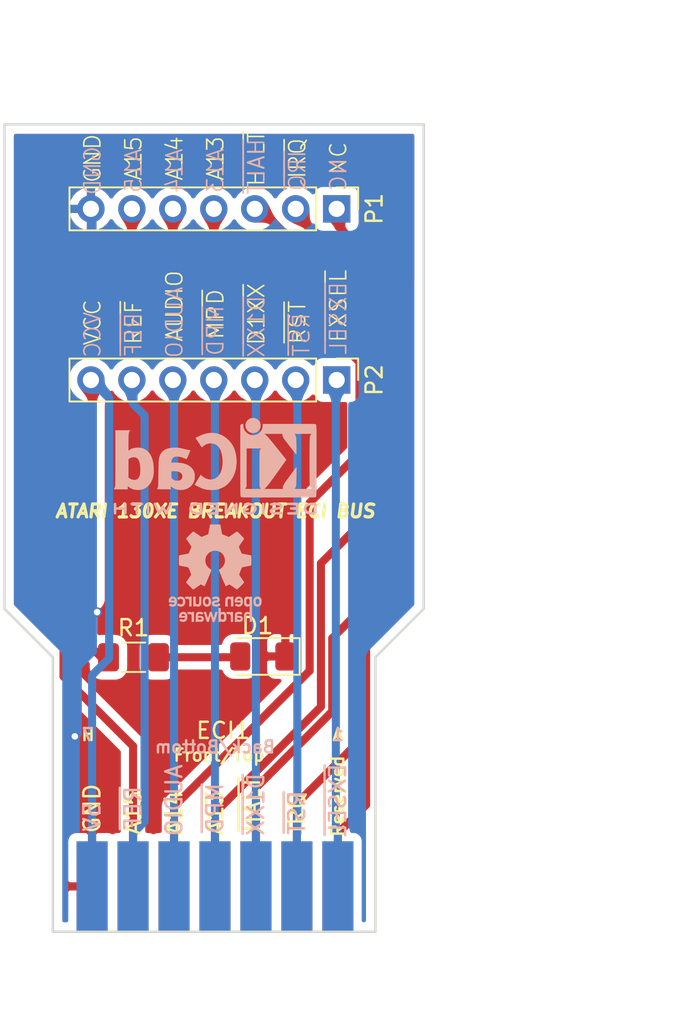
<source format=kicad_pcb>
(kicad_pcb (version 20171130) (host pcbnew 5.1.9+dfsg1-1+deb11u1)

  (general
    (thickness 1.6)
    (drawings 43)
    (tracks 97)
    (zones 0)
    (modules 7)
    (nets 16)
  )

  (page A4)
  (title_block
    (title "ECI BREAKOUT")
    (date 2025-07-24)
    (rev 1.1)
    (company "RetroBit Lab")
    (comment 1 "Gianluca Renzi")
  )

  (layers
    (0 F.Cu signal)
    (31 B.Cu signal)
    (32 B.Adhes user)
    (33 F.Adhes user)
    (34 B.Paste user)
    (35 F.Paste user)
    (36 B.SilkS user)
    (37 F.SilkS user)
    (38 B.Mask user)
    (39 F.Mask user)
    (40 Dwgs.User user)
    (41 Cmts.User user)
    (42 Eco1.User user)
    (43 Eco2.User user)
    (44 Edge.Cuts user)
    (45 Margin user)
    (46 B.CrtYd user)
    (47 F.CrtYd user)
    (48 B.Fab user)
    (49 F.Fab user)
  )

  (setup
    (last_trace_width 0.5)
    (trace_clearance 0.2)
    (zone_clearance 0.508)
    (zone_45_only no)
    (trace_min 0.2)
    (via_size 0.6)
    (via_drill 0.4)
    (via_min_size 0.4)
    (via_min_drill 0.3)
    (uvia_size 0.3)
    (uvia_drill 0.1)
    (uvias_allowed no)
    (uvia_min_size 0.2)
    (uvia_min_drill 0.1)
    (edge_width 0.15)
    (segment_width 0.2)
    (pcb_text_width 0.3)
    (pcb_text_size 1.5 1.5)
    (mod_edge_width 0.15)
    (mod_text_size 1 1)
    (mod_text_width 0.15)
    (pad_size 1.524 1.524)
    (pad_drill 0.762)
    (pad_to_mask_clearance 0.2)
    (aux_axis_origin 0 0)
    (visible_elements 7FFFFFFF)
    (pcbplotparams
      (layerselection 0x030fc_ffffffff)
      (usegerberextensions true)
      (usegerberattributes true)
      (usegerberadvancedattributes true)
      (creategerberjobfile true)
      (excludeedgelayer true)
      (linewidth 0.100000)
      (plotframeref false)
      (viasonmask true)
      (mode 1)
      (useauxorigin false)
      (hpglpennumber 1)
      (hpglpenspeed 20)
      (hpglpendiameter 15.000000)
      (psnegative false)
      (psa4output false)
      (plotreference true)
      (plotvalue true)
      (plotinvisibletext false)
      (padsonsilk false)
      (subtractmaskfromsilk false)
      (outputformat 1)
      (mirror false)
      (drillshape 0)
      (scaleselection 1)
      (outputdirectory "production/"))
  )

  (net 0 "")
  (net 1 "Net-(D1-Pad2)")
  (net 2 GND)
  (net 3 VCC)
  (net 4 /RSRVD)
  (net 5 /~EXSEL)
  (net 6 /~RST)
  (net 7 /~D1XX)
  (net 8 /~MPD)
  (net 9 /AUDIO)
  (net 10 /~REF)
  (net 11 /~IRQ)
  (net 12 /~HALT)
  (net 13 /A13)
  (net 14 /A14)
  (net 15 /A15)

  (net_class Default "This is the default net class."
    (clearance 0.2)
    (trace_width 0.5)
    (via_dia 0.6)
    (via_drill 0.4)
    (uvia_dia 0.3)
    (uvia_drill 0.1)
    (add_net /A13)
    (add_net /A14)
    (add_net /A15)
    (add_net /AUDIO)
    (add_net /RSRVD)
    (add_net /~D1XX)
    (add_net /~EXSEL)
    (add_net /~HALT)
    (add_net /~IRQ)
    (add_net /~MPD)
    (add_net /~REF)
    (add_net /~RST)
    (add_net GND)
    (add_net "Net-(D1-Pad2)")
    (add_net VCC)
  )

  (module Symbol:OSHW-Logo_5.7x6mm_SilkScreen (layer B.Cu) (tedit 0) (tstamp 68823C8E)
    (at 132.07 95.79 180)
    (descr "Open Source Hardware Logo")
    (tags "Logo OSHW")
    (attr virtual)
    (fp_text reference REF** (at 0 0) (layer B.SilkS) hide
      (effects (font (size 1 1) (thickness 0.15)) (justify mirror))
    )
    (fp_text value OSHW-Logo_5.7x6mm_SilkScreen (at 0.75 0) (layer B.Fab) hide
      (effects (font (size 1 1) (thickness 0.15)) (justify mirror))
    )
    (fp_poly (pts (xy -1.908759 -1.469184) (xy -1.882247 -1.482282) (xy -1.849553 -1.505106) (xy -1.825725 -1.529996)
      (xy -1.809406 -1.561249) (xy -1.79924 -1.603166) (xy -1.793872 -1.660044) (xy -1.791944 -1.736184)
      (xy -1.791831 -1.768917) (xy -1.792161 -1.840656) (xy -1.793527 -1.891927) (xy -1.7965 -1.927404)
      (xy -1.801649 -1.951763) (xy -1.809543 -1.96968) (xy -1.817757 -1.981902) (xy -1.870187 -2.033905)
      (xy -1.93193 -2.065184) (xy -1.998536 -2.074592) (xy -2.065558 -2.06098) (xy -2.086792 -2.051354)
      (xy -2.137624 -2.024859) (xy -2.137624 -2.440052) (xy -2.100525 -2.420868) (xy -2.051643 -2.406025)
      (xy -1.991561 -2.402222) (xy -1.931564 -2.409243) (xy -1.886256 -2.425013) (xy -1.848675 -2.455047)
      (xy -1.816564 -2.498024) (xy -1.81415 -2.502436) (xy -1.803967 -2.523221) (xy -1.79653 -2.54417)
      (xy -1.791411 -2.569548) (xy -1.788181 -2.603618) (xy -1.786413 -2.650641) (xy -1.785677 -2.714882)
      (xy -1.785544 -2.787176) (xy -1.785544 -3.017822) (xy -1.923861 -3.017822) (xy -1.923861 -2.592533)
      (xy -1.962549 -2.559979) (xy -2.002738 -2.53394) (xy -2.040797 -2.529205) (xy -2.079066 -2.541389)
      (xy -2.099462 -2.55332) (xy -2.114642 -2.570313) (xy -2.125438 -2.595995) (xy -2.132683 -2.633991)
      (xy -2.137208 -2.687926) (xy -2.139844 -2.761425) (xy -2.140772 -2.810347) (xy -2.143911 -3.011535)
      (xy -2.209926 -3.015336) (xy -2.27594 -3.019136) (xy -2.27594 -1.77065) (xy -2.137624 -1.77065)
      (xy -2.134097 -1.840254) (xy -2.122215 -1.888569) (xy -2.10002 -1.918631) (xy -2.065559 -1.933471)
      (xy -2.030742 -1.936436) (xy -1.991329 -1.933028) (xy -1.965171 -1.919617) (xy -1.948814 -1.901896)
      (xy -1.935937 -1.882835) (xy -1.928272 -1.861601) (xy -1.924861 -1.831849) (xy -1.924749 -1.787236)
      (xy -1.925897 -1.74988) (xy -1.928532 -1.693604) (xy -1.932456 -1.656658) (xy -1.939063 -1.633223)
      (xy -1.949749 -1.61748) (xy -1.959833 -1.60838) (xy -2.00197 -1.588537) (xy -2.05184 -1.585332)
      (xy -2.080476 -1.592168) (xy -2.108828 -1.616464) (xy -2.127609 -1.663728) (xy -2.136712 -1.733624)
      (xy -2.137624 -1.77065) (xy -2.27594 -1.77065) (xy -2.27594 -1.458614) (xy -2.206782 -1.458614)
      (xy -2.16526 -1.460256) (xy -2.143838 -1.466087) (xy -2.137626 -1.477461) (xy -2.137624 -1.477798)
      (xy -2.134742 -1.488938) (xy -2.12203 -1.487673) (xy -2.096757 -1.475433) (xy -2.037869 -1.456707)
      (xy -1.971615 -1.454739) (xy -1.908759 -1.469184)) (layer B.SilkS) (width 0.01))
    (fp_poly (pts (xy -1.38421 -2.406555) (xy -1.325055 -2.422339) (xy -1.280023 -2.450948) (xy -1.248246 -2.488419)
      (xy -1.238366 -2.504411) (xy -1.231073 -2.521163) (xy -1.225974 -2.542592) (xy -1.222679 -2.572616)
      (xy -1.220797 -2.615154) (xy -1.219937 -2.674122) (xy -1.219707 -2.75344) (xy -1.219703 -2.774484)
      (xy -1.219703 -3.017822) (xy -1.280059 -3.017822) (xy -1.318557 -3.015126) (xy -1.347023 -3.008295)
      (xy -1.354155 -3.004083) (xy -1.373652 -2.996813) (xy -1.393566 -3.004083) (xy -1.426353 -3.01316)
      (xy -1.473978 -3.016813) (xy -1.526764 -3.015228) (xy -1.575036 -3.008589) (xy -1.603218 -3.000072)
      (xy -1.657753 -2.965063) (xy -1.691835 -2.916479) (xy -1.707157 -2.851882) (xy -1.707299 -2.850223)
      (xy -1.705955 -2.821566) (xy -1.584356 -2.821566) (xy -1.573726 -2.854161) (xy -1.55641 -2.872505)
      (xy -1.521652 -2.886379) (xy -1.475773 -2.891917) (xy -1.428988 -2.889191) (xy -1.391514 -2.878274)
      (xy -1.381015 -2.871269) (xy -1.362668 -2.838904) (xy -1.35802 -2.802111) (xy -1.35802 -2.753763)
      (xy -1.427582 -2.753763) (xy -1.493667 -2.75885) (xy -1.543764 -2.773263) (xy -1.574929 -2.795729)
      (xy -1.584356 -2.821566) (xy -1.705955 -2.821566) (xy -1.703987 -2.779647) (xy -1.68071 -2.723845)
      (xy -1.636948 -2.681647) (xy -1.630899 -2.677808) (xy -1.604907 -2.665309) (xy -1.572735 -2.65774)
      (xy -1.52776 -2.654061) (xy -1.474331 -2.653216) (xy -1.35802 -2.653169) (xy -1.35802 -2.604411)
      (xy -1.362953 -2.566581) (xy -1.375543 -2.541236) (xy -1.377017 -2.539887) (xy -1.405034 -2.5288)
      (xy -1.447326 -2.524503) (xy -1.494064 -2.526615) (xy -1.535418 -2.534756) (xy -1.559957 -2.546965)
      (xy -1.573253 -2.556746) (xy -1.587294 -2.558613) (xy -1.606671 -2.5506) (xy -1.635976 -2.530739)
      (xy -1.679803 -2.497063) (xy -1.683825 -2.493909) (xy -1.681764 -2.482236) (xy -1.664568 -2.462822)
      (xy -1.638433 -2.441248) (xy -1.609552 -2.423096) (xy -1.600478 -2.418809) (xy -1.56738 -2.410256)
      (xy -1.51888 -2.404155) (xy -1.464695 -2.401708) (xy -1.462161 -2.401703) (xy -1.38421 -2.406555)) (layer B.SilkS) (width 0.01))
    (fp_poly (pts (xy -0.993356 -2.40302) (xy -0.974539 -2.40866) (xy -0.968473 -2.421053) (xy -0.968218 -2.426647)
      (xy -0.967129 -2.44223) (xy -0.959632 -2.444676) (xy -0.939381 -2.433993) (xy -0.927351 -2.426694)
      (xy -0.8894 -2.411063) (xy -0.844072 -2.403334) (xy -0.796544 -2.40274) (xy -0.751995 -2.408513)
      (xy -0.715602 -2.419884) (xy -0.692543 -2.436088) (xy -0.687996 -2.456355) (xy -0.690291 -2.461843)
      (xy -0.70702 -2.484626) (xy -0.732963 -2.512647) (xy -0.737655 -2.517177) (xy -0.762383 -2.538005)
      (xy -0.783718 -2.544735) (xy -0.813555 -2.540038) (xy -0.825508 -2.536917) (xy -0.862705 -2.529421)
      (xy -0.888859 -2.532792) (xy -0.910946 -2.544681) (xy -0.931178 -2.560635) (xy -0.946079 -2.5807)
      (xy -0.956434 -2.608702) (xy -0.963029 -2.648467) (xy -0.966649 -2.703823) (xy -0.968078 -2.778594)
      (xy -0.968218 -2.82374) (xy -0.968218 -3.017822) (xy -1.09396 -3.017822) (xy -1.09396 -2.401683)
      (xy -1.031089 -2.401683) (xy -0.993356 -2.40302)) (layer B.SilkS) (width 0.01))
    (fp_poly (pts (xy -0.201188 -3.017822) (xy -0.270346 -3.017822) (xy -0.310488 -3.016645) (xy -0.331394 -3.011772)
      (xy -0.338922 -3.001186) (xy -0.339505 -2.994029) (xy -0.340774 -2.979676) (xy -0.348779 -2.976923)
      (xy -0.369815 -2.985771) (xy -0.386173 -2.994029) (xy -0.448977 -3.013597) (xy -0.517248 -3.014729)
      (xy -0.572752 -3.000135) (xy -0.624438 -2.964877) (xy -0.663838 -2.912835) (xy -0.685413 -2.85145)
      (xy -0.685962 -2.848018) (xy -0.689167 -2.810571) (xy -0.690761 -2.756813) (xy -0.690633 -2.716155)
      (xy -0.553279 -2.716155) (xy -0.550097 -2.770194) (xy -0.542859 -2.814735) (xy -0.53306 -2.839888)
      (xy -0.495989 -2.87426) (xy -0.451974 -2.886582) (xy -0.406584 -2.876618) (xy -0.367797 -2.846895)
      (xy -0.353108 -2.826905) (xy -0.344519 -2.80305) (xy -0.340496 -2.76823) (xy -0.339505 -2.71593)
      (xy -0.341278 -2.664139) (xy -0.345963 -2.618634) (xy -0.352603 -2.588181) (xy -0.35371 -2.585452)
      (xy -0.380491 -2.553) (xy -0.419579 -2.535183) (xy -0.463315 -2.532306) (xy -0.504038 -2.544674)
      (xy -0.534087 -2.572593) (xy -0.537204 -2.578148) (xy -0.546961 -2.612022) (xy -0.552277 -2.660728)
      (xy -0.553279 -2.716155) (xy -0.690633 -2.716155) (xy -0.690568 -2.69554) (xy -0.689664 -2.662563)
      (xy -0.683514 -2.580981) (xy -0.670733 -2.51973) (xy -0.649471 -2.474449) (xy -0.617878 -2.440779)
      (xy -0.587207 -2.421014) (xy -0.544354 -2.40712) (xy -0.491056 -2.402354) (xy -0.43648 -2.406236)
      (xy -0.389792 -2.418282) (xy -0.365124 -2.432693) (xy -0.339505 -2.455878) (xy -0.339505 -2.162773)
      (xy -0.201188 -2.162773) (xy -0.201188 -3.017822)) (layer B.SilkS) (width 0.01))
    (fp_poly (pts (xy 0.281524 -2.404237) (xy 0.331255 -2.407971) (xy 0.461291 -2.797773) (xy 0.481678 -2.728614)
      (xy 0.493946 -2.685874) (xy 0.510085 -2.628115) (xy 0.527512 -2.564625) (xy 0.536726 -2.53057)
      (xy 0.571388 -2.401683) (xy 0.714391 -2.401683) (xy 0.671646 -2.536857) (xy 0.650596 -2.603342)
      (xy 0.625167 -2.683539) (xy 0.59861 -2.767193) (xy 0.574902 -2.841782) (xy 0.520902 -3.011535)
      (xy 0.462598 -3.015328) (xy 0.404295 -3.019122) (xy 0.372679 -2.914734) (xy 0.353182 -2.849889)
      (xy 0.331904 -2.7784) (xy 0.313308 -2.715263) (xy 0.312574 -2.71275) (xy 0.298684 -2.669969)
      (xy 0.286429 -2.640779) (xy 0.277846 -2.629741) (xy 0.276082 -2.631018) (xy 0.269891 -2.64813)
      (xy 0.258128 -2.684787) (xy 0.242225 -2.736378) (xy 0.223614 -2.798294) (xy 0.213543 -2.832352)
      (xy 0.159007 -3.017822) (xy 0.043264 -3.017822) (xy -0.049263 -2.725471) (xy -0.075256 -2.643462)
      (xy -0.098934 -2.568987) (xy -0.11918 -2.505544) (xy -0.134874 -2.456632) (xy -0.144898 -2.425749)
      (xy -0.147945 -2.416726) (xy -0.145533 -2.407487) (xy -0.126592 -2.403441) (xy -0.087177 -2.403846)
      (xy -0.081007 -2.404152) (xy -0.007914 -2.407971) (xy 0.039957 -2.58401) (xy 0.057553 -2.648211)
      (xy 0.073277 -2.704649) (xy 0.085746 -2.748422) (xy 0.093574 -2.77463) (xy 0.09502 -2.778903)
      (xy 0.101014 -2.77399) (xy 0.113101 -2.748532) (xy 0.129893 -2.705997) (xy 0.150003 -2.64985)
      (xy 0.167003 -2.59913) (xy 0.231794 -2.400504) (xy 0.281524 -2.404237)) (layer B.SilkS) (width 0.01))
    (fp_poly (pts (xy 1.038411 -2.405417) (xy 1.091411 -2.41829) (xy 1.106731 -2.42511) (xy 1.136428 -2.442974)
      (xy 1.15922 -2.463093) (xy 1.176083 -2.488962) (xy 1.187998 -2.524073) (xy 1.195942 -2.57192)
      (xy 1.200894 -2.635996) (xy 1.203831 -2.719794) (xy 1.204947 -2.775768) (xy 1.209052 -3.017822)
      (xy 1.138932 -3.017822) (xy 1.096393 -3.016038) (xy 1.074476 -3.009942) (xy 1.068812 -2.999706)
      (xy 1.065821 -2.988637) (xy 1.052451 -2.990754) (xy 1.034233 -2.999629) (xy 0.988624 -3.013233)
      (xy 0.930007 -3.016899) (xy 0.868354 -3.010903) (xy 0.813638 -2.995521) (xy 0.80873 -2.993386)
      (xy 0.758723 -2.958255) (xy 0.725756 -2.909419) (xy 0.710587 -2.852333) (xy 0.711746 -2.831824)
      (xy 0.835508 -2.831824) (xy 0.846413 -2.859425) (xy 0.878745 -2.879204) (xy 0.93091 -2.889819)
      (xy 0.958787 -2.891228) (xy 1.005247 -2.88762) (xy 1.036129 -2.873597) (xy 1.043664 -2.866931)
      (xy 1.064076 -2.830666) (xy 1.068812 -2.797773) (xy 1.068812 -2.753763) (xy 1.007513 -2.753763)
      (xy 0.936256 -2.757395) (xy 0.886276 -2.768818) (xy 0.854696 -2.788824) (xy 0.847626 -2.797743)
      (xy 0.835508 -2.831824) (xy 0.711746 -2.831824) (xy 0.713971 -2.792456) (xy 0.736663 -2.735244)
      (xy 0.767624 -2.69658) (xy 0.786376 -2.679864) (xy 0.804733 -2.668878) (xy 0.828619 -2.66218)
      (xy 0.863957 -2.658326) (xy 0.916669 -2.655873) (xy 0.937577 -2.655168) (xy 1.068812 -2.650879)
      (xy 1.06862 -2.611158) (xy 1.063537 -2.569405) (xy 1.045162 -2.544158) (xy 1.008039 -2.52803)
      (xy 1.007043 -2.527742) (xy 0.95441 -2.5214) (xy 0.902906 -2.529684) (xy 0.86463 -2.549827)
      (xy 0.849272 -2.559773) (xy 0.83273 -2.558397) (xy 0.807275 -2.543987) (xy 0.792328 -2.533817)
      (xy 0.763091 -2.512088) (xy 0.74498 -2.4958) (xy 0.742074 -2.491137) (xy 0.75404 -2.467005)
      (xy 0.789396 -2.438185) (xy 0.804753 -2.428461) (xy 0.848901 -2.411714) (xy 0.908398 -2.402227)
      (xy 0.974487 -2.400095) (xy 1.038411 -2.405417)) (layer B.SilkS) (width 0.01))
    (fp_poly (pts (xy 1.635255 -2.401486) (xy 1.683595 -2.411015) (xy 1.711114 -2.425125) (xy 1.740064 -2.448568)
      (xy 1.698876 -2.500571) (xy 1.673482 -2.532064) (xy 1.656238 -2.547428) (xy 1.639102 -2.549776)
      (xy 1.614027 -2.542217) (xy 1.602257 -2.537941) (xy 1.55427 -2.531631) (xy 1.510324 -2.545156)
      (xy 1.47806 -2.57571) (xy 1.472819 -2.585452) (xy 1.467112 -2.611258) (xy 1.462706 -2.658817)
      (xy 1.459811 -2.724758) (xy 1.458631 -2.80571) (xy 1.458614 -2.817226) (xy 1.458614 -3.017822)
      (xy 1.320297 -3.017822) (xy 1.320297 -2.401683) (xy 1.389456 -2.401683) (xy 1.429333 -2.402725)
      (xy 1.450107 -2.407358) (xy 1.457789 -2.417849) (xy 1.458614 -2.427745) (xy 1.458614 -2.453806)
      (xy 1.491745 -2.427745) (xy 1.529735 -2.409965) (xy 1.58077 -2.401174) (xy 1.635255 -2.401486)) (layer B.SilkS) (width 0.01))
    (fp_poly (pts (xy 2.032581 -2.40497) (xy 2.092685 -2.420597) (xy 2.143021 -2.452848) (xy 2.167393 -2.47694)
      (xy 2.207345 -2.533895) (xy 2.230242 -2.599965) (xy 2.238108 -2.681182) (xy 2.238148 -2.687748)
      (xy 2.238218 -2.753763) (xy 1.858264 -2.753763) (xy 1.866363 -2.788342) (xy 1.880987 -2.819659)
      (xy 1.906581 -2.852291) (xy 1.911935 -2.8575) (xy 1.957943 -2.885694) (xy 2.01041 -2.890475)
      (xy 2.070803 -2.871926) (xy 2.08104 -2.866931) (xy 2.112439 -2.851745) (xy 2.13347 -2.843094)
      (xy 2.137139 -2.842293) (xy 2.149948 -2.850063) (xy 2.174378 -2.869072) (xy 2.186779 -2.87946)
      (xy 2.212476 -2.903321) (xy 2.220915 -2.919077) (xy 2.215058 -2.933571) (xy 2.211928 -2.937534)
      (xy 2.190725 -2.954879) (xy 2.155738 -2.975959) (xy 2.131337 -2.988265) (xy 2.062072 -3.009946)
      (xy 1.985388 -3.016971) (xy 1.912765 -3.008647) (xy 1.892426 -3.002686) (xy 1.829476 -2.968952)
      (xy 1.782815 -2.917045) (xy 1.752173 -2.846459) (xy 1.737282 -2.756692) (xy 1.735647 -2.709753)
      (xy 1.740421 -2.641413) (xy 1.86099 -2.641413) (xy 1.872652 -2.646465) (xy 1.903998 -2.650429)
      (xy 1.949571 -2.652768) (xy 1.980446 -2.653169) (xy 2.035981 -2.652783) (xy 2.071033 -2.650975)
      (xy 2.090262 -2.646773) (xy 2.09833 -2.639203) (xy 2.099901 -2.628218) (xy 2.089121 -2.594381)
      (xy 2.06198 -2.56094) (xy 2.026277 -2.535272) (xy 1.99056 -2.524772) (xy 1.942048 -2.534086)
      (xy 1.900053 -2.561013) (xy 1.870936 -2.599827) (xy 1.86099 -2.641413) (xy 1.740421 -2.641413)
      (xy 1.742599 -2.610236) (xy 1.764055 -2.530949) (xy 1.80047 -2.471263) (xy 1.852297 -2.430549)
      (xy 1.91999 -2.408179) (xy 1.956662 -2.403871) (xy 2.032581 -2.40497)) (layer B.SilkS) (width 0.01))
    (fp_poly (pts (xy -2.538261 -1.465148) (xy -2.472479 -1.494231) (xy -2.42254 -1.542793) (xy -2.388374 -1.610908)
      (xy -2.369907 -1.698651) (xy -2.368583 -1.712351) (xy -2.367546 -1.808939) (xy -2.380993 -1.893602)
      (xy -2.408108 -1.962221) (xy -2.422627 -1.984294) (xy -2.473201 -2.031011) (xy -2.537609 -2.061268)
      (xy -2.609666 -2.073824) (xy -2.683185 -2.067439) (xy -2.739072 -2.047772) (xy -2.787132 -2.014629)
      (xy -2.826412 -1.971175) (xy -2.827092 -1.970158) (xy -2.843044 -1.943338) (xy -2.85341 -1.916368)
      (xy -2.859688 -1.882332) (xy -2.863373 -1.83431) (xy -2.864997 -1.794931) (xy -2.865672 -1.759219)
      (xy -2.739955 -1.759219) (xy -2.738726 -1.79477) (xy -2.734266 -1.842094) (xy -2.726397 -1.872465)
      (xy -2.712207 -1.894072) (xy -2.698917 -1.906694) (xy -2.651802 -1.933122) (xy -2.602505 -1.936653)
      (xy -2.556593 -1.917639) (xy -2.533638 -1.896331) (xy -2.517096 -1.874859) (xy -2.507421 -1.854313)
      (xy -2.503174 -1.827574) (xy -2.50292 -1.787523) (xy -2.504228 -1.750638) (xy -2.507043 -1.697947)
      (xy -2.511505 -1.663772) (xy -2.519548 -1.64148) (xy -2.533103 -1.624442) (xy -2.543845 -1.614703)
      (xy -2.588777 -1.589123) (xy -2.637249 -1.587847) (xy -2.677894 -1.602999) (xy -2.712567 -1.634642)
      (xy -2.733224 -1.68662) (xy -2.739955 -1.759219) (xy -2.865672 -1.759219) (xy -2.866479 -1.716621)
      (xy -2.863948 -1.658056) (xy -2.856362 -1.614007) (xy -2.842681 -1.579248) (xy -2.821865 -1.548551)
      (xy -2.814147 -1.539436) (xy -2.765889 -1.494021) (xy -2.714128 -1.467493) (xy -2.650828 -1.456379)
      (xy -2.619961 -1.455471) (xy -2.538261 -1.465148)) (layer B.SilkS) (width 0.01))
    (fp_poly (pts (xy -1.356699 -1.472614) (xy -1.344168 -1.478514) (xy -1.300799 -1.510283) (xy -1.25979 -1.556646)
      (xy -1.229168 -1.607696) (xy -1.220459 -1.631166) (xy -1.212512 -1.673091) (xy -1.207774 -1.723757)
      (xy -1.207199 -1.744679) (xy -1.207129 -1.810693) (xy -1.587083 -1.810693) (xy -1.578983 -1.845273)
      (xy -1.559104 -1.88617) (xy -1.524347 -1.921514) (xy -1.482998 -1.944282) (xy -1.456649 -1.94901)
      (xy -1.420916 -1.943273) (xy -1.378282 -1.928882) (xy -1.363799 -1.922262) (xy -1.31024 -1.895513)
      (xy -1.264533 -1.930376) (xy -1.238158 -1.953955) (xy -1.224124 -1.973417) (xy -1.223414 -1.979129)
      (xy -1.235951 -1.992973) (xy -1.263428 -2.014012) (xy -1.288366 -2.030425) (xy -1.355664 -2.05993)
      (xy -1.43111 -2.073284) (xy -1.505888 -2.069812) (xy -1.565495 -2.051663) (xy -1.626941 -2.012784)
      (xy -1.670608 -1.961595) (xy -1.697926 -1.895367) (xy -1.710322 -1.811371) (xy -1.711421 -1.772936)
      (xy -1.707022 -1.684861) (xy -1.706482 -1.682299) (xy -1.580582 -1.682299) (xy -1.577115 -1.690558)
      (xy -1.562863 -1.695113) (xy -1.53347 -1.697065) (xy -1.484575 -1.697517) (xy -1.465748 -1.697525)
      (xy -1.408467 -1.696843) (xy -1.372141 -1.694364) (xy -1.352604 -1.689443) (xy -1.34569 -1.681434)
      (xy -1.345445 -1.678862) (xy -1.353336 -1.658423) (xy -1.373085 -1.629789) (xy -1.381575 -1.619763)
      (xy -1.413094 -1.591408) (xy -1.445949 -1.580259) (xy -1.463651 -1.579327) (xy -1.511539 -1.590981)
      (xy -1.551699 -1.622285) (xy -1.577173 -1.667752) (xy -1.577625 -1.669233) (xy -1.580582 -1.682299)
      (xy -1.706482 -1.682299) (xy -1.692392 -1.61551) (xy -1.666038 -1.560025) (xy -1.633807 -1.520639)
      (xy -1.574217 -1.477931) (xy -1.504168 -1.455109) (xy -1.429661 -1.453046) (xy -1.356699 -1.472614)) (layer B.SilkS) (width 0.01))
    (fp_poly (pts (xy 0.014017 -1.456452) (xy 0.061634 -1.465482) (xy 0.111034 -1.48437) (xy 0.116312 -1.486777)
      (xy 0.153774 -1.506476) (xy 0.179717 -1.524781) (xy 0.188103 -1.536508) (xy 0.180117 -1.555632)
      (xy 0.16072 -1.58385) (xy 0.15211 -1.594384) (xy 0.116628 -1.635847) (xy 0.070885 -1.608858)
      (xy 0.02735 -1.590878) (xy -0.02295 -1.581267) (xy -0.071188 -1.58066) (xy -0.108533 -1.589691)
      (xy -0.117495 -1.595327) (xy -0.134563 -1.621171) (xy -0.136637 -1.650941) (xy -0.123866 -1.674197)
      (xy -0.116312 -1.678708) (xy -0.093675 -1.684309) (xy -0.053885 -1.690892) (xy -0.004834 -1.697183)
      (xy 0.004215 -1.69817) (xy 0.082996 -1.711798) (xy 0.140136 -1.734946) (xy 0.17803 -1.769752)
      (xy 0.199079 -1.818354) (xy 0.205635 -1.877718) (xy 0.196577 -1.945198) (xy 0.167164 -1.998188)
      (xy 0.117278 -2.036783) (xy 0.0468 -2.061081) (xy -0.031435 -2.070667) (xy -0.095234 -2.070552)
      (xy -0.146984 -2.061845) (xy -0.182327 -2.049825) (xy -0.226983 -2.02888) (xy -0.268253 -2.004574)
      (xy -0.282921 -1.993876) (xy -0.320643 -1.963084) (xy -0.275148 -1.917049) (xy -0.229653 -1.871013)
      (xy -0.177928 -1.905243) (xy -0.126048 -1.930952) (xy -0.070649 -1.944399) (xy -0.017395 -1.945818)
      (xy 0.028049 -1.935443) (xy 0.060016 -1.913507) (xy 0.070338 -1.894998) (xy 0.068789 -1.865314)
      (xy 0.04314 -1.842615) (xy -0.00654 -1.82694) (xy -0.060969 -1.819695) (xy -0.144736 -1.805873)
      (xy -0.206967 -1.779796) (xy -0.248493 -1.740699) (xy -0.270147 -1.68782) (xy -0.273147 -1.625126)
      (xy -0.258329 -1.559642) (xy -0.224546 -1.510144) (xy -0.171495 -1.476408) (xy -0.098874 -1.458207)
      (xy -0.045072 -1.454639) (xy 0.014017 -1.456452)) (layer B.SilkS) (width 0.01))
    (fp_poly (pts (xy 0.610762 -1.466055) (xy 0.674363 -1.500692) (xy 0.724123 -1.555372) (xy 0.747568 -1.599842)
      (xy 0.757634 -1.639121) (xy 0.764156 -1.695116) (xy 0.766951 -1.759621) (xy 0.765836 -1.824429)
      (xy 0.760626 -1.881334) (xy 0.754541 -1.911727) (xy 0.734014 -1.953306) (xy 0.698463 -1.997468)
      (xy 0.655619 -2.036087) (xy 0.613211 -2.061034) (xy 0.612177 -2.06143) (xy 0.559553 -2.072331)
      (xy 0.497188 -2.072601) (xy 0.437924 -2.062676) (xy 0.41504 -2.054722) (xy 0.356102 -2.0213)
      (xy 0.31389 -1.977511) (xy 0.286156 -1.919538) (xy 0.270651 -1.843565) (xy 0.267143 -1.803771)
      (xy 0.26759 -1.753766) (xy 0.402376 -1.753766) (xy 0.406917 -1.826732) (xy 0.419986 -1.882334)
      (xy 0.440756 -1.917861) (xy 0.455552 -1.92802) (xy 0.493464 -1.935104) (xy 0.538527 -1.933007)
      (xy 0.577487 -1.922812) (xy 0.587704 -1.917204) (xy 0.614659 -1.884538) (xy 0.632451 -1.834545)
      (xy 0.640024 -1.773705) (xy 0.636325 -1.708497) (xy 0.628057 -1.669253) (xy 0.60432 -1.623805)
      (xy 0.566849 -1.595396) (xy 0.52172 -1.585573) (xy 0.475011 -1.595887) (xy 0.439132 -1.621112)
      (xy 0.420277 -1.641925) (xy 0.409272 -1.662439) (xy 0.404026 -1.690203) (xy 0.402449 -1.732762)
      (xy 0.402376 -1.753766) (xy 0.26759 -1.753766) (xy 0.268094 -1.69758) (xy 0.285388 -1.610501)
      (xy 0.319029 -1.54253) (xy 0.369018 -1.493664) (xy 0.435356 -1.463899) (xy 0.449601 -1.460448)
      (xy 0.53521 -1.452345) (xy 0.610762 -1.466055)) (layer B.SilkS) (width 0.01))
    (fp_poly (pts (xy 0.993367 -1.654342) (xy 0.994555 -1.746563) (xy 0.998897 -1.81661) (xy 1.007558 -1.867381)
      (xy 1.021704 -1.901772) (xy 1.0425 -1.922679) (xy 1.07111 -1.933) (xy 1.106535 -1.935636)
      (xy 1.143636 -1.932682) (xy 1.171818 -1.921889) (xy 1.192243 -1.90036) (xy 1.206079 -1.865199)
      (xy 1.214491 -1.81351) (xy 1.218643 -1.742394) (xy 1.219703 -1.654342) (xy 1.219703 -1.458614)
      (xy 1.35802 -1.458614) (xy 1.35802 -2.062179) (xy 1.288862 -2.062179) (xy 1.24717 -2.060489)
      (xy 1.225701 -2.054556) (xy 1.219703 -2.043293) (xy 1.216091 -2.033261) (xy 1.201714 -2.035383)
      (xy 1.172736 -2.04958) (xy 1.106319 -2.07148) (xy 1.035875 -2.069928) (xy 0.968377 -2.046147)
      (xy 0.936233 -2.027362) (xy 0.911715 -2.007022) (xy 0.893804 -1.981573) (xy 0.881479 -1.947458)
      (xy 0.873723 -1.901121) (xy 0.869516 -1.839007) (xy 0.86784 -1.757561) (xy 0.867624 -1.694578)
      (xy 0.867624 -1.458614) (xy 0.993367 -1.458614) (xy 0.993367 -1.654342)) (layer B.SilkS) (width 0.01))
    (fp_poly (pts (xy 2.217226 -1.46388) (xy 2.29008 -1.49483) (xy 2.313027 -1.509895) (xy 2.342354 -1.533048)
      (xy 2.360764 -1.551253) (xy 2.363961 -1.557183) (xy 2.354935 -1.57034) (xy 2.331837 -1.592667)
      (xy 2.313344 -1.60825) (xy 2.262728 -1.648926) (xy 2.22276 -1.615295) (xy 2.191874 -1.593584)
      (xy 2.161759 -1.58609) (xy 2.127292 -1.58792) (xy 2.072561 -1.601528) (xy 2.034886 -1.629772)
      (xy 2.011991 -1.675433) (xy 2.001597 -1.741289) (xy 2.001595 -1.741331) (xy 2.002494 -1.814939)
      (xy 2.016463 -1.868946) (xy 2.044328 -1.905716) (xy 2.063325 -1.918168) (xy 2.113776 -1.933673)
      (xy 2.167663 -1.933683) (xy 2.214546 -1.918638) (xy 2.225644 -1.911287) (xy 2.253476 -1.892511)
      (xy 2.275236 -1.889434) (xy 2.298704 -1.903409) (xy 2.324649 -1.92851) (xy 2.365716 -1.97088)
      (xy 2.320121 -2.008464) (xy 2.249674 -2.050882) (xy 2.170233 -2.071785) (xy 2.087215 -2.070272)
      (xy 2.032694 -2.056411) (xy 1.96897 -2.022135) (xy 1.918005 -1.968212) (xy 1.894851 -1.930149)
      (xy 1.876099 -1.875536) (xy 1.866715 -1.806369) (xy 1.866643 -1.731407) (xy 1.875824 -1.659409)
      (xy 1.894199 -1.599137) (xy 1.897093 -1.592958) (xy 1.939952 -1.532351) (xy 1.997979 -1.488224)
      (xy 2.066591 -1.461493) (xy 2.141201 -1.453073) (xy 2.217226 -1.46388)) (layer B.SilkS) (width 0.01))
    (fp_poly (pts (xy 2.677898 -1.456457) (xy 2.710096 -1.464279) (xy 2.771825 -1.492921) (xy 2.82461 -1.536667)
      (xy 2.861141 -1.589117) (xy 2.86616 -1.600893) (xy 2.873045 -1.63174) (xy 2.877864 -1.677371)
      (xy 2.879505 -1.723492) (xy 2.879505 -1.810693) (xy 2.697178 -1.810693) (xy 2.621979 -1.810978)
      (xy 2.569003 -1.812704) (xy 2.535325 -1.817181) (xy 2.51802 -1.82572) (xy 2.514163 -1.83963)
      (xy 2.520829 -1.860222) (xy 2.53277 -1.884315) (xy 2.56608 -1.924525) (xy 2.612368 -1.944558)
      (xy 2.668944 -1.943905) (xy 2.733031 -1.922101) (xy 2.788417 -1.895193) (xy 2.834375 -1.931532)
      (xy 2.880333 -1.967872) (xy 2.837096 -2.007819) (xy 2.779374 -2.045563) (xy 2.708386 -2.06832)
      (xy 2.632029 -2.074688) (xy 2.558199 -2.063268) (xy 2.546287 -2.059393) (xy 2.481399 -2.025506)
      (xy 2.43313 -1.974986) (xy 2.400465 -1.906325) (xy 2.382385 -1.818014) (xy 2.382175 -1.816121)
      (xy 2.380556 -1.719878) (xy 2.3871 -1.685542) (xy 2.514852 -1.685542) (xy 2.526584 -1.690822)
      (xy 2.558438 -1.694867) (xy 2.605397 -1.697176) (xy 2.635154 -1.697525) (xy 2.690648 -1.697306)
      (xy 2.725346 -1.695916) (xy 2.743601 -1.692251) (xy 2.749766 -1.68521) (xy 2.748195 -1.67369)
      (xy 2.746878 -1.669233) (xy 2.724382 -1.627355) (xy 2.689003 -1.593604) (xy 2.65778 -1.578773)
      (xy 2.616301 -1.579668) (xy 2.574269 -1.598164) (xy 2.539012 -1.628786) (xy 2.517854 -1.666062)
      (xy 2.514852 -1.685542) (xy 2.3871 -1.685542) (xy 2.39669 -1.635229) (xy 2.428698 -1.564191)
      (xy 2.474701 -1.508779) (xy 2.532821 -1.471009) (xy 2.60118 -1.452896) (xy 2.677898 -1.456457)) (layer B.SilkS) (width 0.01))
    (fp_poly (pts (xy -0.754012 -1.469002) (xy -0.722717 -1.48395) (xy -0.692409 -1.505541) (xy -0.669318 -1.530391)
      (xy -0.6525 -1.562087) (xy -0.641006 -1.604214) (xy -0.633891 -1.660358) (xy -0.630207 -1.734106)
      (xy -0.629008 -1.829044) (xy -0.628989 -1.838985) (xy -0.628713 -2.062179) (xy -0.76703 -2.062179)
      (xy -0.76703 -1.856418) (xy -0.767128 -1.780189) (xy -0.767809 -1.724939) (xy -0.769651 -1.686501)
      (xy -0.773233 -1.660706) (xy -0.779132 -1.643384) (xy -0.787927 -1.630368) (xy -0.80018 -1.617507)
      (xy -0.843047 -1.589873) (xy -0.889843 -1.584745) (xy -0.934424 -1.602217) (xy -0.949928 -1.615221)
      (xy -0.96131 -1.627447) (xy -0.969481 -1.64054) (xy -0.974974 -1.658615) (xy -0.97832 -1.685787)
      (xy -0.980051 -1.72617) (xy -0.980697 -1.783879) (xy -0.980792 -1.854132) (xy -0.980792 -2.062179)
      (xy -1.119109 -2.062179) (xy -1.119109 -1.458614) (xy -1.04995 -1.458614) (xy -1.008428 -1.460256)
      (xy -0.987006 -1.466087) (xy -0.980795 -1.477461) (xy -0.980792 -1.477798) (xy -0.97791 -1.488938)
      (xy -0.965199 -1.487674) (xy -0.939926 -1.475434) (xy -0.882605 -1.457424) (xy -0.817037 -1.455421)
      (xy -0.754012 -1.469002)) (layer B.SilkS) (width 0.01))
    (fp_poly (pts (xy 1.79946 -1.45803) (xy 1.842711 -1.471245) (xy 1.870558 -1.487941) (xy 1.879629 -1.501145)
      (xy 1.877132 -1.516797) (xy 1.860931 -1.541385) (xy 1.847232 -1.5588) (xy 1.818992 -1.590283)
      (xy 1.797775 -1.603529) (xy 1.779688 -1.602664) (xy 1.726035 -1.58901) (xy 1.68663 -1.58963)
      (xy 1.654632 -1.605104) (xy 1.64389 -1.614161) (xy 1.609505 -1.646027) (xy 1.609505 -2.062179)
      (xy 1.471188 -2.062179) (xy 1.471188 -1.458614) (xy 1.540347 -1.458614) (xy 1.581869 -1.460256)
      (xy 1.603291 -1.466087) (xy 1.609502 -1.477461) (xy 1.609505 -1.477798) (xy 1.612439 -1.489713)
      (xy 1.625704 -1.488159) (xy 1.644084 -1.479563) (xy 1.682046 -1.463568) (xy 1.712872 -1.453945)
      (xy 1.752536 -1.451478) (xy 1.79946 -1.45803)) (layer B.SilkS) (width 0.01))
    (fp_poly (pts (xy 0.376964 2.709982) (xy 0.433812 2.40843) (xy 0.853338 2.235488) (xy 1.104984 2.406605)
      (xy 1.175458 2.45425) (xy 1.239163 2.49679) (xy 1.293126 2.532285) (xy 1.334373 2.55879)
      (xy 1.359934 2.574364) (xy 1.366895 2.577722) (xy 1.379435 2.569086) (xy 1.406231 2.545208)
      (xy 1.44428 2.509141) (xy 1.490579 2.463933) (xy 1.542123 2.412636) (xy 1.595909 2.358299)
      (xy 1.648935 2.303972) (xy 1.698195 2.252705) (xy 1.740687 2.207549) (xy 1.773407 2.171554)
      (xy 1.793351 2.14777) (xy 1.798119 2.13981) (xy 1.791257 2.125135) (xy 1.77202 2.092986)
      (xy 1.74243 2.046508) (xy 1.70451 1.988844) (xy 1.660282 1.92314) (xy 1.634654 1.885664)
      (xy 1.587941 1.817232) (xy 1.546432 1.75548) (xy 1.51214 1.703481) (xy 1.48708 1.664308)
      (xy 1.473264 1.641035) (xy 1.471188 1.636145) (xy 1.475895 1.622245) (xy 1.488723 1.58985)
      (xy 1.507738 1.543515) (xy 1.531003 1.487794) (xy 1.556584 1.427242) (xy 1.582545 1.366414)
      (xy 1.60695 1.309864) (xy 1.627863 1.262148) (xy 1.643349 1.227819) (xy 1.651472 1.211432)
      (xy 1.651952 1.210788) (xy 1.664707 1.207659) (xy 1.698677 1.200679) (xy 1.75034 1.190533)
      (xy 1.816176 1.177908) (xy 1.892664 1.163491) (xy 1.93729 1.155177) (xy 2.019021 1.139616)
      (xy 2.092843 1.124808) (xy 2.155021 1.111564) (xy 2.201822 1.100695) (xy 2.229509 1.093011)
      (xy 2.235074 1.090573) (xy 2.240526 1.07407) (xy 2.244924 1.0368) (xy 2.248272 0.98312)
      (xy 2.250574 0.917388) (xy 2.251832 0.843963) (xy 2.252048 0.767204) (xy 2.251227 0.691468)
      (xy 2.249371 0.621114) (xy 2.246482 0.5605) (xy 2.242565 0.513984) (xy 2.237622 0.485925)
      (xy 2.234657 0.480084) (xy 2.216934 0.473083) (xy 2.179381 0.463073) (xy 2.126964 0.451231)
      (xy 2.064652 0.438733) (xy 2.0429 0.43469) (xy 1.938024 0.41548) (xy 1.85518 0.400009)
      (xy 1.79163 0.387663) (xy 1.744637 0.377827) (xy 1.711463 0.369886) (xy 1.689371 0.363224)
      (xy 1.675624 0.357227) (xy 1.667484 0.351281) (xy 1.666345 0.350106) (xy 1.654977 0.331174)
      (xy 1.637635 0.294331) (xy 1.61605 0.244087) (xy 1.591954 0.184954) (xy 1.567079 0.121444)
      (xy 1.543157 0.058068) (xy 1.521919 -0.000662) (xy 1.505097 -0.050235) (xy 1.494422 -0.086139)
      (xy 1.491627 -0.103862) (xy 1.49186 -0.104483) (xy 1.501331 -0.11897) (xy 1.522818 -0.150844)
      (xy 1.554063 -0.196789) (xy 1.592807 -0.253485) (xy 1.636793 -0.317617) (xy 1.649319 -0.335842)
      (xy 1.693984 -0.401914) (xy 1.733288 -0.4622) (xy 1.765088 -0.513235) (xy 1.787245 -0.55156)
      (xy 1.797617 -0.573711) (xy 1.798119 -0.576432) (xy 1.789405 -0.590736) (xy 1.765325 -0.619072)
      (xy 1.728976 -0.658396) (xy 1.683453 -0.705661) (xy 1.631852 -0.757823) (xy 1.577267 -0.811835)
      (xy 1.522794 -0.864653) (xy 1.471529 -0.913231) (xy 1.426567 -0.954523) (xy 1.391004 -0.985485)
      (xy 1.367935 -1.00307) (xy 1.361554 -1.005941) (xy 1.346699 -0.999178) (xy 1.316286 -0.980939)
      (xy 1.275268 -0.954297) (xy 1.243709 -0.932852) (xy 1.186525 -0.893503) (xy 1.118806 -0.847171)
      (xy 1.05088 -0.800913) (xy 1.014361 -0.776155) (xy 0.890752 -0.692547) (xy 0.786991 -0.74865)
      (xy 0.73972 -0.773228) (xy 0.699523 -0.792331) (xy 0.672326 -0.803227) (xy 0.665402 -0.804743)
      (xy 0.657077 -0.793549) (xy 0.640654 -0.761917) (xy 0.617357 -0.712765) (xy 0.588414 -0.64901)
      (xy 0.55505 -0.573571) (xy 0.518491 -0.489364) (xy 0.479964 -0.399308) (xy 0.440694 -0.306321)
      (xy 0.401908 -0.21332) (xy 0.36483 -0.123223) (xy 0.330689 -0.038948) (xy 0.300708 0.036587)
      (xy 0.276116 0.100466) (xy 0.258136 0.149769) (xy 0.247997 0.181579) (xy 0.246366 0.192504)
      (xy 0.259291 0.206439) (xy 0.287589 0.22906) (xy 0.325346 0.255667) (xy 0.328515 0.257772)
      (xy 0.4261 0.335886) (xy 0.504786 0.427018) (xy 0.563891 0.528255) (xy 0.602732 0.636682)
      (xy 0.620628 0.749386) (xy 0.616897 0.863452) (xy 0.590857 0.975966) (xy 0.541825 1.084015)
      (xy 0.5274 1.107655) (xy 0.452369 1.203113) (xy 0.36373 1.279768) (xy 0.264549 1.33722)
      (xy 0.157895 1.375071) (xy 0.046836 1.392922) (xy -0.065561 1.390375) (xy -0.176227 1.36703)
      (xy -0.282094 1.32249) (xy -0.380095 1.256355) (xy -0.41041 1.229513) (xy -0.487562 1.145488)
      (xy -0.543782 1.057034) (xy -0.582347 0.957885) (xy -0.603826 0.859697) (xy -0.609128 0.749303)
      (xy -0.591448 0.63836) (xy -0.552581 0.530619) (xy -0.494323 0.429831) (xy -0.418469 0.339744)
      (xy -0.326817 0.264108) (xy -0.314772 0.256136) (xy -0.276611 0.230026) (xy -0.247601 0.207405)
      (xy -0.233732 0.192961) (xy -0.233531 0.192504) (xy -0.236508 0.176879) (xy -0.248311 0.141418)
      (xy -0.267714 0.089038) (xy -0.293488 0.022655) (xy -0.324409 -0.054814) (xy -0.359249 -0.14045)
      (xy -0.396783 -0.231337) (xy -0.435783 -0.324559) (xy -0.475023 -0.417197) (xy -0.513276 -0.506335)
      (xy -0.549317 -0.589055) (xy -0.581917 -0.662441) (xy -0.609852 -0.723575) (xy -0.631895 -0.769541)
      (xy -0.646818 -0.797421) (xy -0.652828 -0.804743) (xy -0.671191 -0.799041) (xy -0.705552 -0.783749)
      (xy -0.749984 -0.761599) (xy -0.774417 -0.74865) (xy -0.878178 -0.692547) (xy -1.001787 -0.776155)
      (xy -1.064886 -0.818987) (xy -1.13397 -0.866122) (xy -1.198707 -0.910503) (xy -1.231134 -0.932852)
      (xy -1.276741 -0.963477) (xy -1.31536 -0.987747) (xy -1.341952 -1.002587) (xy -1.35059 -1.005724)
      (xy -1.363161 -0.997261) (xy -1.390984 -0.973636) (xy -1.431361 -0.937302) (xy -1.481595 -0.890711)
      (xy -1.538988 -0.836317) (xy -1.575286 -0.801392) (xy -1.63879 -0.738996) (xy -1.693673 -0.683188)
      (xy -1.737714 -0.636354) (xy -1.768695 -0.600882) (xy -1.784398 -0.579161) (xy -1.785905 -0.574752)
      (xy -1.778914 -0.557985) (xy -1.759594 -0.524082) (xy -1.730091 -0.476476) (xy -1.692545 -0.418599)
      (xy -1.6491 -0.353884) (xy -1.636745 -0.335842) (xy -1.591727 -0.270267) (xy -1.55134 -0.211228)
      (xy -1.51784 -0.162042) (xy -1.493486 -0.126028) (xy -1.480536 -0.106502) (xy -1.479285 -0.104483)
      (xy -1.481156 -0.088922) (xy -1.491087 -0.054709) (xy -1.507347 -0.006355) (xy -1.528205 0.051629)
      (xy -1.551927 0.11473) (xy -1.576784 0.178437) (xy -1.601042 0.238239) (xy -1.622971 0.289624)
      (xy -1.640838 0.328081) (xy -1.652913 0.349098) (xy -1.653771 0.350106) (xy -1.661154 0.356112)
      (xy -1.673625 0.362052) (xy -1.69392 0.36854) (xy -1.724778 0.376191) (xy -1.768934 0.38562)
      (xy -1.829126 0.397441) (xy -1.908093 0.412271) (xy -2.00857 0.430723) (xy -2.030325 0.43469)
      (xy -2.094802 0.447147) (xy -2.151011 0.459334) (xy -2.193987 0.470074) (xy -2.21876 0.478191)
      (xy -2.222082 0.480084) (xy -2.227556 0.496862) (xy -2.232006 0.534355) (xy -2.235428 0.588206)
      (xy -2.237819 0.654056) (xy -2.239177 0.727547) (xy -2.239499 0.80432) (xy -2.238781 0.880017)
      (xy -2.237021 0.95028) (xy -2.234216 1.01075) (xy -2.230362 1.05707) (xy -2.225457 1.084881)
      (xy -2.2225 1.090573) (xy -2.206037 1.096314) (xy -2.168551 1.105655) (xy -2.113775 1.117785)
      (xy -2.045445 1.131893) (xy -1.967294 1.14717) (xy -1.924716 1.155177) (xy -1.843929 1.170279)
      (xy -1.771887 1.18396) (xy -1.712111 1.195533) (xy -1.668121 1.204313) (xy -1.643439 1.209613)
      (xy -1.639377 1.210788) (xy -1.632511 1.224035) (xy -1.617998 1.255943) (xy -1.597771 1.301953)
      (xy -1.573766 1.357508) (xy -1.547918 1.418047) (xy -1.52216 1.479014) (xy -1.498427 1.535849)
      (xy -1.478654 1.583994) (xy -1.464776 1.61889) (xy -1.458726 1.635979) (xy -1.458614 1.636726)
      (xy -1.465472 1.650207) (xy -1.484698 1.68123) (xy -1.514272 1.726711) (xy -1.552173 1.783568)
      (xy -1.59638 1.848717) (xy -1.622079 1.886138) (xy -1.668907 1.954753) (xy -1.710499 2.017048)
      (xy -1.744825 2.069871) (xy -1.769857 2.110073) (xy -1.783565 2.1345) (xy -1.785544 2.139976)
      (xy -1.777034 2.152722) (xy -1.753507 2.179937) (xy -1.717968 2.218572) (xy -1.673423 2.265577)
      (xy -1.622877 2.317905) (xy -1.569336 2.372505) (xy -1.515805 2.42633) (xy -1.465289 2.47633)
      (xy -1.420794 2.519457) (xy -1.385325 2.552661) (xy -1.361887 2.572894) (xy -1.354046 2.577722)
      (xy -1.34128 2.570933) (xy -1.310744 2.551858) (xy -1.26541 2.522439) (xy -1.208244 2.484619)
      (xy -1.142216 2.440339) (xy -1.09241 2.406605) (xy -0.840764 2.235488) (xy -0.631001 2.321959)
      (xy -0.421237 2.40843) (xy -0.364389 2.709982) (xy -0.30754 3.011534) (xy 0.320115 3.011534)
      (xy 0.376964 2.709982)) (layer B.SilkS) (width 0.01))
  )

  (module Symbol:KiCad-Logo2_5mm_SilkScreen (layer B.Cu) (tedit 0) (tstamp 68823C12)
    (at 132.07 89.16 180)
    (descr "KiCad Logo")
    (tags "Logo KiCad")
    (attr virtual)
    (fp_text reference REF** (at 0 5.08) (layer B.SilkS) hide
      (effects (font (size 1 1) (thickness 0.15)) (justify mirror))
    )
    (fp_text value KiCad-Logo2_5mm_SilkScreen (at 0 -5.08) (layer B.Fab) hide
      (effects (font (size 1 1) (thickness 0.15)) (justify mirror))
    )
    (fp_poly (pts (xy -2.9464 2.510946) (xy -2.935535 2.397007) (xy -2.903918 2.289384) (xy -2.853015 2.190385)
      (xy -2.784293 2.102316) (xy -2.699219 2.027484) (xy -2.602232 1.969616) (xy -2.495964 1.929995)
      (xy -2.38895 1.911427) (xy -2.2833 1.912566) (xy -2.181125 1.93207) (xy -2.084534 1.968594)
      (xy -1.995638 2.020795) (xy -1.916546 2.087327) (xy -1.849369 2.166848) (xy -1.796217 2.258013)
      (xy -1.759199 2.359477) (xy -1.740427 2.469898) (xy -1.738489 2.519794) (xy -1.738489 2.607733)
      (xy -1.68656 2.607733) (xy -1.650253 2.604889) (xy -1.623355 2.593089) (xy -1.596249 2.569351)
      (xy -1.557867 2.530969) (xy -1.557867 0.339398) (xy -1.557876 0.077261) (xy -1.557908 -0.163241)
      (xy -1.557972 -0.383048) (xy -1.558076 -0.583101) (xy -1.558227 -0.764344) (xy -1.558434 -0.927716)
      (xy -1.558706 -1.07416) (xy -1.55905 -1.204617) (xy -1.559474 -1.320029) (xy -1.559987 -1.421338)
      (xy -1.560597 -1.509484) (xy -1.561312 -1.58541) (xy -1.56214 -1.650057) (xy -1.563089 -1.704367)
      (xy -1.564167 -1.74928) (xy -1.565383 -1.78574) (xy -1.566745 -1.814687) (xy -1.568261 -1.837063)
      (xy -1.569938 -1.853809) (xy -1.571786 -1.865868) (xy -1.573813 -1.87418) (xy -1.576025 -1.879687)
      (xy -1.577108 -1.881537) (xy -1.581271 -1.888549) (xy -1.584805 -1.894996) (xy -1.588635 -1.9009)
      (xy -1.593682 -1.906286) (xy -1.600871 -1.911178) (xy -1.611123 -1.915598) (xy -1.625364 -1.919572)
      (xy -1.644514 -1.923121) (xy -1.669499 -1.92627) (xy -1.70124 -1.929042) (xy -1.740662 -1.931461)
      (xy -1.788686 -1.933551) (xy -1.846237 -1.935335) (xy -1.914237 -1.936837) (xy -1.99361 -1.93808)
      (xy -2.085279 -1.939089) (xy -2.190166 -1.939885) (xy -2.309196 -1.940494) (xy -2.44329 -1.940939)
      (xy -2.593373 -1.941243) (xy -2.760367 -1.94143) (xy -2.945196 -1.941524) (xy -3.148783 -1.941548)
      (xy -3.37205 -1.941525) (xy -3.615922 -1.94148) (xy -3.881321 -1.941437) (xy -3.919704 -1.941432)
      (xy -4.186682 -1.941389) (xy -4.432002 -1.941318) (xy -4.656583 -1.941213) (xy -4.861345 -1.941066)
      (xy -5.047206 -1.940869) (xy -5.215088 -1.940616) (xy -5.365908 -1.9403) (xy -5.500587 -1.939913)
      (xy -5.620044 -1.939447) (xy -5.725199 -1.938897) (xy -5.816971 -1.938253) (xy -5.896279 -1.937511)
      (xy -5.964043 -1.936661) (xy -6.021182 -1.935697) (xy -6.068617 -1.934611) (xy -6.107266 -1.933397)
      (xy -6.138049 -1.932047) (xy -6.161885 -1.930555) (xy -6.179694 -1.928911) (xy -6.192395 -1.927111)
      (xy -6.200908 -1.925145) (xy -6.205266 -1.923477) (xy -6.213728 -1.919906) (xy -6.221497 -1.91727)
      (xy -6.228602 -1.914634) (xy -6.235073 -1.911062) (xy -6.240939 -1.905621) (xy -6.246229 -1.897375)
      (xy -6.250974 -1.88539) (xy -6.255202 -1.868731) (xy -6.258943 -1.846463) (xy -6.262227 -1.817652)
      (xy -6.265083 -1.781363) (xy -6.26754 -1.736661) (xy -6.269629 -1.682611) (xy -6.271378 -1.618279)
      (xy -6.272817 -1.54273) (xy -6.273976 -1.45503) (xy -6.274883 -1.354243) (xy -6.275569 -1.239434)
      (xy -6.276063 -1.10967) (xy -6.276395 -0.964015) (xy -6.276593 -0.801535) (xy -6.276687 -0.621295)
      (xy -6.276708 -0.42236) (xy -6.276685 -0.203796) (xy -6.276646 0.035332) (xy -6.276622 0.29596)
      (xy -6.276622 0.338111) (xy -6.276636 0.601008) (xy -6.276661 0.842268) (xy -6.276671 1.062835)
      (xy -6.276642 1.263648) (xy -6.276548 1.445651) (xy -6.276362 1.609784) (xy -6.276059 1.756989)
      (xy -6.275614 1.888208) (xy -6.275034 1.998133) (xy -5.972197 1.998133) (xy -5.932407 1.940289)
      (xy -5.921236 1.924521) (xy -5.911166 1.910559) (xy -5.902138 1.897216) (xy -5.894097 1.883307)
      (xy -5.886986 1.867644) (xy -5.880747 1.849042) (xy -5.875325 1.826314) (xy -5.870662 1.798273)
      (xy -5.866701 1.763733) (xy -5.863385 1.721508) (xy -5.860659 1.670411) (xy -5.858464 1.609256)
      (xy -5.856745 1.536856) (xy -5.855444 1.452025) (xy -5.854505 1.353578) (xy -5.85387 1.240326)
      (xy -5.853484 1.111084) (xy -5.853288 0.964666) (xy -5.853227 0.799884) (xy -5.853243 0.615553)
      (xy -5.85328 0.410487) (xy -5.853289 0.287867) (xy -5.853265 0.070918) (xy -5.853231 -0.124642)
      (xy -5.853243 -0.299999) (xy -5.853358 -0.456341) (xy -5.85363 -0.594857) (xy -5.854118 -0.716734)
      (xy -5.854876 -0.82316) (xy -5.855962 -0.915322) (xy -5.857431 -0.994409) (xy -5.85934 -1.061608)
      (xy -5.861744 -1.118107) (xy -5.864701 -1.165093) (xy -5.868266 -1.203755) (xy -5.872495 -1.23528)
      (xy -5.877446 -1.260855) (xy -5.883173 -1.28167) (xy -5.889733 -1.298911) (xy -5.897183 -1.313765)
      (xy -5.905579 -1.327422) (xy -5.914976 -1.341069) (xy -5.925432 -1.355893) (xy -5.931523 -1.364783)
      (xy -5.970296 -1.4224) (xy -5.438732 -1.4224) (xy -5.315483 -1.422365) (xy -5.212987 -1.422215)
      (xy -5.12942 -1.421878) (xy -5.062956 -1.421286) (xy -5.011771 -1.420367) (xy -4.974041 -1.419051)
      (xy -4.94794 -1.417269) (xy -4.931644 -1.414951) (xy -4.923328 -1.412026) (xy -4.921168 -1.408424)
      (xy -4.923339 -1.404075) (xy -4.924535 -1.402645) (xy -4.949685 -1.365573) (xy -4.975583 -1.312772)
      (xy -4.999192 -1.25077) (xy -5.007461 -1.224357) (xy -5.012078 -1.206416) (xy -5.015979 -1.185355)
      (xy -5.019248 -1.159089) (xy -5.021966 -1.125532) (xy -5.024215 -1.082599) (xy -5.026077 -1.028204)
      (xy -5.027636 -0.960262) (xy -5.028972 -0.876688) (xy -5.030169 -0.775395) (xy -5.031308 -0.6543)
      (xy -5.031685 -0.6096) (xy -5.032702 -0.484449) (xy -5.03346 -0.380082) (xy -5.033903 -0.294707)
      (xy -5.03397 -0.226533) (xy -5.033605 -0.173765) (xy -5.032748 -0.134614) (xy -5.031341 -0.107285)
      (xy -5.029325 -0.089986) (xy -5.026643 -0.080926) (xy -5.023236 -0.078312) (xy -5.019044 -0.080351)
      (xy -5.014571 -0.084667) (xy -5.004216 -0.097602) (xy -4.982158 -0.126676) (xy -4.949957 -0.169759)
      (xy -4.909174 -0.224718) (xy -4.86137 -0.289423) (xy -4.808105 -0.361742) (xy -4.75094 -0.439544)
      (xy -4.691437 -0.520698) (xy -4.631155 -0.603072) (xy -4.571655 -0.684536) (xy -4.514498 -0.762957)
      (xy -4.461245 -0.836204) (xy -4.413457 -0.902147) (xy -4.372693 -0.958654) (xy -4.340516 -1.003593)
      (xy -4.318485 -1.034834) (xy -4.313917 -1.041466) (xy -4.290996 -1.078369) (xy -4.264188 -1.126359)
      (xy -4.238789 -1.175897) (xy -4.235568 -1.182577) (xy -4.21389 -1.230772) (xy -4.201304 -1.268334)
      (xy -4.195574 -1.30416) (xy -4.194456 -1.3462) (xy -4.19509 -1.4224) (xy -3.040651 -1.4224)
      (xy -3.131815 -1.328669) (xy -3.178612 -1.278775) (xy -3.228899 -1.222295) (xy -3.274944 -1.168026)
      (xy -3.295369 -1.142673) (xy -3.325807 -1.103128) (xy -3.365862 -1.049916) (xy -3.414361 -0.984667)
      (xy -3.470135 -0.909011) (xy -3.532011 -0.824577) (xy -3.598819 -0.732994) (xy -3.669387 -0.635892)
      (xy -3.742545 -0.534901) (xy -3.817121 -0.43165) (xy -3.891944 -0.327768) (xy -3.965843 -0.224885)
      (xy -4.037646 -0.124631) (xy -4.106184 -0.028636) (xy -4.170284 0.061473) (xy -4.228775 0.144064)
      (xy -4.280486 0.217508) (xy -4.324247 0.280176) (xy -4.358885 0.330439) (xy -4.38323 0.366666)
      (xy -4.396111 0.387229) (xy -4.397869 0.391332) (xy -4.38991 0.402658) (xy -4.369115 0.429838)
      (xy -4.336847 0.471171) (xy -4.29447 0.524956) (xy -4.243347 0.589494) (xy -4.184841 0.663082)
      (xy -4.120314 0.744022) (xy -4.051131 0.830612) (xy -3.978653 0.921152) (xy -3.904246 1.01394)
      (xy -3.844517 1.088298) (xy -2.833511 1.088298) (xy -2.827602 1.075341) (xy -2.813272 1.053092)
      (xy -2.812225 1.051609) (xy -2.793438 1.021456) (xy -2.773791 0.984625) (xy -2.769892 0.976489)
      (xy -2.766356 0.96806) (xy -2.76323 0.957941) (xy -2.760486 0.94474) (xy -2.758092 0.927062)
      (xy -2.756019 0.903516) (xy -2.754235 0.872707) (xy -2.752712 0.833243) (xy -2.751419 0.783731)
      (xy -2.750326 0.722777) (xy -2.749403 0.648989) (xy -2.748619 0.560972) (xy -2.747945 0.457335)
      (xy -2.74735 0.336684) (xy -2.746805 0.197626) (xy -2.746279 0.038768) (xy -2.745745 -0.140089)
      (xy -2.745206 -0.325207) (xy -2.744772 -0.489145) (xy -2.744509 -0.633303) (xy -2.744484 -0.759079)
      (xy -2.744765 -0.867871) (xy -2.745419 -0.961077) (xy -2.746514 -1.040097) (xy -2.748118 -1.106328)
      (xy -2.750297 -1.16117) (xy -2.753119 -1.206021) (xy -2.756651 -1.242278) (xy -2.760961 -1.271341)
      (xy -2.766117 -1.294609) (xy -2.772185 -1.313479) (xy -2.779233 -1.329351) (xy -2.787329 -1.343622)
      (xy -2.79654 -1.357691) (xy -2.80504 -1.370158) (xy -2.822176 -1.396452) (xy -2.832322 -1.414037)
      (xy -2.833511 -1.417257) (xy -2.822604 -1.418334) (xy -2.791411 -1.419335) (xy -2.742223 -1.420235)
      (xy -2.677333 -1.42101) (xy -2.59903 -1.421637) (xy -2.509607 -1.422091) (xy -2.411356 -1.422349)
      (xy -2.342445 -1.4224) (xy -2.237452 -1.42218) (xy -2.14061 -1.421548) (xy -2.054107 -1.420549)
      (xy -1.980132 -1.419227) (xy -1.920874 -1.417626) (xy -1.87852 -1.415791) (xy -1.85526 -1.413765)
      (xy -1.851378 -1.412493) (xy -1.859076 -1.397591) (xy -1.867074 -1.38956) (xy -1.880246 -1.372434)
      (xy -1.897485 -1.342183) (xy -1.909407 -1.317622) (xy -1.936045 -1.258711) (xy -1.93912 -0.081845)
      (xy -1.942195 1.095022) (xy -2.387853 1.095022) (xy -2.48567 1.094858) (xy -2.576064 1.094389)
      (xy -2.65663 1.093653) (xy -2.724962 1.092684) (xy -2.778656 1.09152) (xy -2.815305 1.090197)
      (xy -2.832504 1.088751) (xy -2.833511 1.088298) (xy -3.844517 1.088298) (xy -3.82927 1.107278)
      (xy -3.75509 1.199463) (xy -3.683069 1.288796) (xy -3.614569 1.373576) (xy -3.550955 1.452102)
      (xy -3.493588 1.522674) (xy -3.443833 1.583591) (xy -3.403052 1.633153) (xy -3.385888 1.653822)
      (xy -3.299596 1.754484) (xy -3.222997 1.837741) (xy -3.154183 1.905562) (xy -3.091248 1.959911)
      (xy -3.081867 1.967278) (xy -3.042356 1.997883) (xy -4.174116 1.998133) (xy -4.168827 1.950156)
      (xy -4.17213 1.892812) (xy -4.193661 1.824537) (xy -4.233635 1.744788) (xy -4.278943 1.672505)
      (xy -4.295161 1.64986) (xy -4.323214 1.612304) (xy -4.36143 1.561979) (xy -4.408137 1.501027)
      (xy -4.461661 1.431589) (xy -4.520331 1.355806) (xy -4.582475 1.27582) (xy -4.646421 1.193772)
      (xy -4.710495 1.111804) (xy -4.773027 1.032057) (xy -4.832343 0.956673) (xy -4.886771 0.887793)
      (xy -4.934639 0.827558) (xy -4.974275 0.778111) (xy -5.004006 0.741592) (xy -5.022161 0.720142)
      (xy -5.02522 0.716844) (xy -5.028079 0.724851) (xy -5.030293 0.755145) (xy -5.031857 0.807444)
      (xy -5.032767 0.881469) (xy -5.03302 0.976937) (xy -5.032613 1.093566) (xy -5.031704 1.213555)
      (xy -5.030382 1.345667) (xy -5.028857 1.457406) (xy -5.026881 1.550975) (xy -5.024206 1.628581)
      (xy -5.020582 1.692426) (xy -5.015761 1.744717) (xy -5.009494 1.787656) (xy -5.001532 1.823449)
      (xy -4.991627 1.8543) (xy -4.979531 1.882414) (xy -4.964993 1.909995) (xy -4.950311 1.935034)
      (xy -4.912314 1.998133) (xy -5.972197 1.998133) (xy -6.275034 1.998133) (xy -6.275001 2.004383)
      (xy -6.274195 2.106456) (xy -6.27317 2.195367) (xy -6.2719 2.272059) (xy -6.27036 2.337473)
      (xy -6.268524 2.392551) (xy -6.266367 2.438235) (xy -6.263863 2.475466) (xy -6.260987 2.505187)
      (xy -6.257713 2.528338) (xy -6.254015 2.545861) (xy -6.249869 2.558699) (xy -6.245247 2.567792)
      (xy -6.240126 2.574082) (xy -6.234478 2.578512) (xy -6.228279 2.582022) (xy -6.221504 2.585555)
      (xy -6.215508 2.589124) (xy -6.210275 2.5917) (xy -6.202099 2.594028) (xy -6.189886 2.596122)
      (xy -6.172541 2.597993) (xy -6.148969 2.599653) (xy -6.118077 2.601116) (xy -6.078768 2.602392)
      (xy -6.02995 2.603496) (xy -5.970527 2.604439) (xy -5.899404 2.605233) (xy -5.815488 2.605891)
      (xy -5.717683 2.606425) (xy -5.604894 2.606847) (xy -5.476029 2.607171) (xy -5.329991 2.607408)
      (xy -5.165686 2.60757) (xy -4.98202 2.60767) (xy -4.777897 2.60772) (xy -4.566753 2.607733)
      (xy -2.9464 2.607733) (xy -2.9464 2.510946)) (layer B.SilkS) (width 0.01))
    (fp_poly (pts (xy 0.328429 2.050929) (xy 0.48857 2.029755) (xy 0.65251 1.989615) (xy 0.822313 1.930111)
      (xy 1.000043 1.850846) (xy 1.01131 1.845301) (xy 1.069005 1.817275) (xy 1.120552 1.793198)
      (xy 1.162191 1.774751) (xy 1.190162 1.763614) (xy 1.199733 1.761067) (xy 1.21895 1.756059)
      (xy 1.223561 1.751853) (xy 1.218458 1.74142) (xy 1.202418 1.715132) (xy 1.177288 1.675743)
      (xy 1.144914 1.626009) (xy 1.107143 1.568685) (xy 1.065822 1.506524) (xy 1.022798 1.442282)
      (xy 0.979917 1.378715) (xy 0.939026 1.318575) (xy 0.901971 1.26462) (xy 0.8706 1.219603)
      (xy 0.846759 1.186279) (xy 0.832294 1.167403) (xy 0.830309 1.165213) (xy 0.820191 1.169862)
      (xy 0.79785 1.187038) (xy 0.76728 1.21356) (xy 0.751536 1.228036) (xy 0.655047 1.303318)
      (xy 0.548336 1.358759) (xy 0.432832 1.393859) (xy 0.309962 1.40812) (xy 0.240561 1.406949)
      (xy 0.119423 1.389788) (xy 0.010205 1.353906) (xy -0.087418 1.299041) (xy -0.173772 1.22493)
      (xy -0.249185 1.131312) (xy -0.313982 1.017924) (xy -0.351399 0.931333) (xy -0.395252 0.795634)
      (xy -0.427572 0.64815) (xy -0.448443 0.492686) (xy -0.457949 0.333044) (xy -0.456173 0.173027)
      (xy -0.443197 0.016439) (xy -0.419106 -0.132918) (xy -0.383982 -0.27124) (xy -0.337908 -0.394724)
      (xy -0.321627 -0.428978) (xy -0.25338 -0.543064) (xy -0.172921 -0.639557) (xy -0.08143 -0.71767)
      (xy 0.019911 -0.776617) (xy 0.12992 -0.815612) (xy 0.247415 -0.833868) (xy 0.288883 -0.835211)
      (xy 0.410441 -0.82429) (xy 0.530878 -0.791474) (xy 0.648666 -0.737439) (xy 0.762277 -0.662865)
      (xy 0.853685 -0.584539) (xy 0.900215 -0.540008) (xy 1.081483 -0.837271) (xy 1.12658 -0.911433)
      (xy 1.167819 -0.979646) (xy 1.203735 -1.039459) (xy 1.232866 -1.08842) (xy 1.25375 -1.124079)
      (xy 1.264924 -1.143984) (xy 1.266375 -1.147079) (xy 1.258146 -1.156718) (xy 1.232567 -1.173999)
      (xy 1.192873 -1.197283) (xy 1.142297 -1.224934) (xy 1.084074 -1.255315) (xy 1.021437 -1.28679)
      (xy 0.957621 -1.317722) (xy 0.89586 -1.346473) (xy 0.839388 -1.371408) (xy 0.791438 -1.390889)
      (xy 0.767986 -1.399318) (xy 0.634221 -1.437133) (xy 0.496327 -1.462136) (xy 0.348622 -1.47514)
      (xy 0.221833 -1.477468) (xy 0.153878 -1.476373) (xy 0.088277 -1.474275) (xy 0.030847 -1.471434)
      (xy -0.012597 -1.468106) (xy -0.026702 -1.466422) (xy -0.165716 -1.437587) (xy -0.307243 -1.392468)
      (xy -0.444725 -1.33375) (xy -0.571606 -1.26412) (xy -0.649111 -1.211441) (xy -0.776519 -1.103239)
      (xy -0.894822 -0.976671) (xy -1.001828 -0.834866) (xy -1.095348 -0.680951) (xy -1.17319 -0.518053)
      (xy -1.217044 -0.400756) (xy -1.267292 -0.217128) (xy -1.300791 -0.022581) (xy -1.317551 0.178675)
      (xy -1.317584 0.382432) (xy -1.300899 0.584479) (xy -1.267507 0.780608) (xy -1.21742 0.966609)
      (xy -1.213603 0.978197) (xy -1.150719 1.14025) (xy -1.073972 1.288168) (xy -0.980758 1.426135)
      (xy -0.868473 1.558339) (xy -0.824608 1.603601) (xy -0.688466 1.727543) (xy -0.548509 1.830085)
      (xy -0.402589 1.912344) (xy -0.248558 1.975436) (xy -0.084268 2.020477) (xy 0.011289 2.037967)
      (xy 0.170023 2.053534) (xy 0.328429 2.050929)) (layer B.SilkS) (width 0.01))
    (fp_poly (pts (xy 2.673574 1.133448) (xy 2.825492 1.113433) (xy 2.960756 1.079798) (xy 3.080239 1.032275)
      (xy 3.184815 0.970595) (xy 3.262424 0.907035) (xy 3.331265 0.832901) (xy 3.385006 0.753129)
      (xy 3.42791 0.660909) (xy 3.443384 0.617839) (xy 3.456244 0.578858) (xy 3.467446 0.542711)
      (xy 3.47712 0.507566) (xy 3.485396 0.47159) (xy 3.492403 0.43295) (xy 3.498272 0.389815)
      (xy 3.503131 0.340351) (xy 3.50711 0.282727) (xy 3.51034 0.215109) (xy 3.512949 0.135666)
      (xy 3.515067 0.042564) (xy 3.516824 -0.066027) (xy 3.518349 -0.191942) (xy 3.519772 -0.337012)
      (xy 3.521025 -0.479778) (xy 3.522351 -0.635968) (xy 3.523556 -0.771239) (xy 3.524766 -0.887246)
      (xy 3.526106 -0.985645) (xy 3.5277 -1.068093) (xy 3.529675 -1.136246) (xy 3.532156 -1.19176)
      (xy 3.535269 -1.236292) (xy 3.539138 -1.271498) (xy 3.543889 -1.299034) (xy 3.549648 -1.320556)
      (xy 3.556539 -1.337722) (xy 3.564689 -1.352186) (xy 3.574223 -1.365606) (xy 3.585266 -1.379638)
      (xy 3.589566 -1.385071) (xy 3.605386 -1.40791) (xy 3.612422 -1.423463) (xy 3.612444 -1.423922)
      (xy 3.601567 -1.426121) (xy 3.570582 -1.428147) (xy 3.521957 -1.429942) (xy 3.458163 -1.431451)
      (xy 3.381669 -1.432616) (xy 3.294944 -1.43338) (xy 3.200457 -1.433686) (xy 3.18955 -1.433689)
      (xy 2.766657 -1.433689) (xy 2.763395 -1.337622) (xy 2.760133 -1.241556) (xy 2.698044 -1.292543)
      (xy 2.600714 -1.360057) (xy 2.490813 -1.414749) (xy 2.404349 -1.444978) (xy 2.335278 -1.459666)
      (xy 2.251925 -1.469659) (xy 2.162159 -1.474646) (xy 2.073845 -1.474313) (xy 1.994851 -1.468351)
      (xy 1.958622 -1.462638) (xy 1.818603 -1.424776) (xy 1.692178 -1.369932) (xy 1.58026 -1.298924)
      (xy 1.483762 -1.212568) (xy 1.4036 -1.111679) (xy 1.340687 -0.997076) (xy 1.296312 -0.870984)
      (xy 1.283978 -0.814401) (xy 1.276368 -0.752202) (xy 1.272739 -0.677363) (xy 1.272245 -0.643467)
      (xy 1.27231 -0.640282) (xy 2.032248 -0.640282) (xy 2.041541 -0.715333) (xy 2.069728 -0.77916)
      (xy 2.118197 -0.834798) (xy 2.123254 -0.839211) (xy 2.171548 -0.874037) (xy 2.223257 -0.89662)
      (xy 2.283989 -0.90854) (xy 2.359352 -0.911383) (xy 2.377459 -0.910978) (xy 2.431278 -0.908325)
      (xy 2.471308 -0.902909) (xy 2.506324 -0.892745) (xy 2.545103 -0.87585) (xy 2.555745 -0.870672)
      (xy 2.616396 -0.834844) (xy 2.663215 -0.792212) (xy 2.675952 -0.776973) (xy 2.720622 -0.720462)
      (xy 2.720622 -0.524586) (xy 2.720086 -0.445939) (xy 2.718396 -0.387988) (xy 2.715428 -0.348875)
      (xy 2.711057 -0.326741) (xy 2.706972 -0.320274) (xy 2.691047 -0.317111) (xy 2.657264 -0.314488)
      (xy 2.61034 -0.312655) (xy 2.554993 -0.311857) (xy 2.546106 -0.311842) (xy 2.42533 -0.317096)
      (xy 2.32266 -0.333263) (xy 2.236106 -0.360961) (xy 2.163681 -0.400808) (xy 2.108751 -0.447758)
      (xy 2.064204 -0.505645) (xy 2.03948 -0.568693) (xy 2.032248 -0.640282) (xy 1.27231 -0.640282)
      (xy 1.274178 -0.549712) (xy 1.282522 -0.470812) (xy 1.298768 -0.39959) (xy 1.324405 -0.328864)
      (xy 1.348401 -0.276493) (xy 1.40702 -0.181196) (xy 1.485117 -0.09317) (xy 1.580315 -0.014017)
      (xy 1.690238 0.05466) (xy 1.81251 0.111259) (xy 1.944755 0.154179) (xy 2.009422 0.169118)
      (xy 2.145604 0.191223) (xy 2.294049 0.205806) (xy 2.445505 0.212187) (xy 2.572064 0.210555)
      (xy 2.73395 0.203776) (xy 2.72653 0.262755) (xy 2.707238 0.361908) (xy 2.676104 0.442628)
      (xy 2.632269 0.505534) (xy 2.574871 0.551244) (xy 2.503048 0.580378) (xy 2.415941 0.593553)
      (xy 2.312686 0.591389) (xy 2.274711 0.587388) (xy 2.13352 0.56222) (xy 1.996707 0.521186)
      (xy 1.902178 0.483185) (xy 1.857018 0.46381) (xy 1.818585 0.44824) (xy 1.792234 0.438595)
      (xy 1.784546 0.436548) (xy 1.774802 0.445626) (xy 1.758083 0.474595) (xy 1.734232 0.523783)
      (xy 1.703093 0.593516) (xy 1.664507 0.684121) (xy 1.65791 0.699911) (xy 1.627853 0.772228)
      (xy 1.600874 0.837575) (xy 1.578136 0.893094) (xy 1.560806 0.935928) (xy 1.550048 0.963219)
      (xy 1.546941 0.972058) (xy 1.55694 0.976813) (xy 1.583217 0.98209) (xy 1.611489 0.985769)
      (xy 1.641646 0.990526) (xy 1.689433 0.999972) (xy 1.750612 1.01318) (xy 1.820946 1.029224)
      (xy 1.896194 1.04718) (xy 1.924755 1.054203) (xy 2.029816 1.079791) (xy 2.11748 1.099853)
      (xy 2.192068 1.115031) (xy 2.257903 1.125965) (xy 2.319307 1.133296) (xy 2.380602 1.137665)
      (xy 2.44611 1.139713) (xy 2.504128 1.140111) (xy 2.673574 1.133448)) (layer B.SilkS) (width 0.01))
    (fp_poly (pts (xy 6.186507 0.527755) (xy 6.186526 0.293338) (xy 6.186552 0.080397) (xy 6.186625 -0.112168)
      (xy 6.186782 -0.285459) (xy 6.187064 -0.440576) (xy 6.187509 -0.57862) (xy 6.188156 -0.700692)
      (xy 6.189045 -0.807894) (xy 6.190213 -0.901326) (xy 6.191701 -0.98209) (xy 6.193546 -1.051286)
      (xy 6.195789 -1.110015) (xy 6.198469 -1.159379) (xy 6.201623 -1.200478) (xy 6.205292 -1.234413)
      (xy 6.209513 -1.262286) (xy 6.214327 -1.285198) (xy 6.219773 -1.304249) (xy 6.225888 -1.32054)
      (xy 6.232712 -1.335173) (xy 6.240285 -1.349249) (xy 6.248645 -1.363868) (xy 6.253839 -1.372974)
      (xy 6.288104 -1.433689) (xy 5.429955 -1.433689) (xy 5.429955 -1.337733) (xy 5.429224 -1.29437)
      (xy 5.427272 -1.261205) (xy 5.424463 -1.243424) (xy 5.423221 -1.241778) (xy 5.411799 -1.248662)
      (xy 5.389084 -1.266505) (xy 5.366385 -1.285879) (xy 5.3118 -1.326614) (xy 5.242321 -1.367617)
      (xy 5.16527 -1.405123) (xy 5.087965 -1.435364) (xy 5.057113 -1.445012) (xy 4.988616 -1.459578)
      (xy 4.905764 -1.469539) (xy 4.816371 -1.474583) (xy 4.728248 -1.474396) (xy 4.649207 -1.468666)
      (xy 4.611511 -1.462858) (xy 4.473414 -1.424797) (xy 4.346113 -1.367073) (xy 4.230292 -1.290211)
      (xy 4.126637 -1.194739) (xy 4.035833 -1.081179) (xy 3.969031 -0.970381) (xy 3.914164 -0.853625)
      (xy 3.872163 -0.734276) (xy 3.842167 -0.608283) (xy 3.823311 -0.471594) (xy 3.814732 -0.320158)
      (xy 3.814006 -0.242711) (xy 3.8161 -0.185934) (xy 4.645217 -0.185934) (xy 4.645424 -0.279002)
      (xy 4.648337 -0.366692) (xy 4.654 -0.443772) (xy 4.662455 -0.505009) (xy 4.665038 -0.51735)
      (xy 4.69684 -0.624633) (xy 4.738498 -0.711658) (xy 4.790363 -0.778642) (xy 4.852781 -0.825805)
      (xy 4.9261 -0.853365) (xy 5.010669 -0.861541) (xy 5.106835 -0.850551) (xy 5.170311 -0.834829)
      (xy 5.219454 -0.816639) (xy 5.273583 -0.790791) (xy 5.314244 -0.767089) (xy 5.3848 -0.720721)
      (xy 5.3848 0.42947) (xy 5.317392 0.473038) (xy 5.238867 0.51396) (xy 5.154681 0.540611)
      (xy 5.069557 0.552535) (xy 4.988216 0.549278) (xy 4.91538 0.530385) (xy 4.883426 0.514816)
      (xy 4.825501 0.471819) (xy 4.776544 0.415047) (xy 4.73539 0.342425) (xy 4.700874 0.251879)
      (xy 4.671833 0.141334) (xy 4.670552 0.135467) (xy 4.660381 0.073212) (xy 4.652739 -0.004594)
      (xy 4.64767 -0.09272) (xy 4.645217 -0.185934) (xy 3.8161 -0.185934) (xy 3.821857 -0.029895)
      (xy 3.843802 0.165941) (xy 3.879786 0.344668) (xy 3.929759 0.506155) (xy 3.993668 0.650274)
      (xy 4.071462 0.776894) (xy 4.163089 0.885885) (xy 4.268497 0.977117) (xy 4.313662 1.008068)
      (xy 4.414611 1.064215) (xy 4.517901 1.103826) (xy 4.627989 1.127986) (xy 4.74933 1.137781)
      (xy 4.841836 1.136735) (xy 4.97149 1.125769) (xy 5.084084 1.103954) (xy 5.182875 1.070286)
      (xy 5.271121 1.023764) (xy 5.319986 0.989552) (xy 5.349353 0.967638) (xy 5.371043 0.952667)
      (xy 5.379253 0.948267) (xy 5.380868 0.959096) (xy 5.382159 0.989749) (xy 5.383138 1.037474)
      (xy 5.383817 1.099521) (xy 5.38421 1.173138) (xy 5.38433 1.255573) (xy 5.384188 1.344075)
      (xy 5.383797 1.435893) (xy 5.383171 1.528276) (xy 5.38232 1.618472) (xy 5.38126 1.703729)
      (xy 5.380001 1.781297) (xy 5.378556 1.848424) (xy 5.376938 1.902359) (xy 5.375161 1.94035)
      (xy 5.374669 1.947333) (xy 5.367092 2.017749) (xy 5.355531 2.072898) (xy 5.337792 2.120019)
      (xy 5.311682 2.166353) (xy 5.305415 2.175933) (xy 5.280983 2.212622) (xy 6.186311 2.212622)
      (xy 6.186507 0.527755)) (layer B.SilkS) (width 0.01))
    (fp_poly (pts (xy -2.273043 2.973429) (xy -2.176768 2.949191) (xy -2.090184 2.906359) (xy -2.015373 2.846581)
      (xy -1.954418 2.771506) (xy -1.909399 2.68278) (xy -1.883136 2.58647) (xy -1.877286 2.489205)
      (xy -1.89214 2.395346) (xy -1.92584 2.307489) (xy -1.976528 2.22823) (xy -2.042345 2.160164)
      (xy -2.121434 2.105888) (xy -2.211934 2.067998) (xy -2.2632 2.055574) (xy -2.307698 2.048053)
      (xy -2.341999 2.045081) (xy -2.37496 2.046906) (xy -2.415434 2.053775) (xy -2.448531 2.06075)
      (xy -2.541947 2.092259) (xy -2.625619 2.143383) (xy -2.697665 2.212571) (xy -2.7562 2.298272)
      (xy -2.770148 2.325511) (xy -2.786586 2.361878) (xy -2.796894 2.392418) (xy -2.80246 2.42455)
      (xy -2.804669 2.465693) (xy -2.804948 2.511778) (xy -2.800861 2.596135) (xy -2.787446 2.665414)
      (xy -2.762256 2.726039) (xy -2.722846 2.784433) (xy -2.684298 2.828698) (xy -2.612406 2.894516)
      (xy -2.537313 2.939947) (xy -2.454562 2.96715) (xy -2.376928 2.977424) (xy -2.273043 2.973429)) (layer B.SilkS) (width 0.01))
    (fp_poly (pts (xy -6.121371 -2.269066) (xy -6.081889 -2.269467) (xy -5.9662 -2.272259) (xy -5.869311 -2.28055)
      (xy -5.787919 -2.295232) (xy -5.718723 -2.317193) (xy -5.65842 -2.347322) (xy -5.603708 -2.38651)
      (xy -5.584167 -2.403532) (xy -5.55175 -2.443363) (xy -5.52252 -2.497413) (xy -5.499991 -2.557323)
      (xy -5.487679 -2.614739) (xy -5.4864 -2.635956) (xy -5.494417 -2.694769) (xy -5.515899 -2.759013)
      (xy -5.546999 -2.819821) (xy -5.583866 -2.86833) (xy -5.589854 -2.874182) (xy -5.640579 -2.915321)
      (xy -5.696125 -2.947435) (xy -5.759696 -2.971365) (xy -5.834494 -2.987953) (xy -5.923722 -2.998041)
      (xy -6.030582 -3.002469) (xy -6.079528 -3.002845) (xy -6.141762 -3.002545) (xy -6.185528 -3.001292)
      (xy -6.214931 -2.998554) (xy -6.234079 -2.993801) (xy -6.247077 -2.986501) (xy -6.254045 -2.980267)
      (xy -6.260626 -2.972694) (xy -6.265788 -2.962924) (xy -6.269703 -2.94834) (xy -6.272543 -2.926326)
      (xy -6.27448 -2.894264) (xy -6.275684 -2.849536) (xy -6.276328 -2.789526) (xy -6.276583 -2.711617)
      (xy -6.276622 -2.635956) (xy -6.27687 -2.535041) (xy -6.276817 -2.454427) (xy -6.275857 -2.415822)
      (xy -6.129867 -2.415822) (xy -6.129867 -2.856089) (xy -6.036734 -2.856004) (xy -5.980693 -2.854396)
      (xy -5.921999 -2.850256) (xy -5.873028 -2.844464) (xy -5.871538 -2.844226) (xy -5.792392 -2.82509)
      (xy -5.731002 -2.795287) (xy -5.684305 -2.752878) (xy -5.654635 -2.706961) (xy -5.636353 -2.656026)
      (xy -5.637771 -2.6082) (xy -5.658988 -2.556933) (xy -5.700489 -2.503899) (xy -5.757998 -2.4646)
      (xy -5.83275 -2.438331) (xy -5.882708 -2.429035) (xy -5.939416 -2.422507) (xy -5.999519 -2.417782)
      (xy -6.050639 -2.415817) (xy -6.053667 -2.415808) (xy -6.129867 -2.415822) (xy -6.275857 -2.415822)
      (xy -6.27526 -2.391851) (xy -6.270998 -2.345055) (xy -6.26283 -2.311778) (xy -6.249556 -2.289759)
      (xy -6.229974 -2.276739) (xy -6.202883 -2.270457) (xy -6.167082 -2.268653) (xy -6.121371 -2.269066)) (layer B.SilkS) (width 0.01))
    (fp_poly (pts (xy -4.712794 -2.269146) (xy -4.643386 -2.269518) (xy -4.590997 -2.270385) (xy -4.552847 -2.271946)
      (xy -4.526159 -2.274403) (xy -4.508153 -2.277957) (xy -4.496049 -2.28281) (xy -4.487069 -2.289161)
      (xy -4.483818 -2.292084) (xy -4.464043 -2.323142) (xy -4.460482 -2.358828) (xy -4.473491 -2.39051)
      (xy -4.479506 -2.396913) (xy -4.489235 -2.403121) (xy -4.504901 -2.40791) (xy -4.529408 -2.411514)
      (xy -4.565661 -2.414164) (xy -4.616565 -2.416095) (xy -4.685026 -2.417539) (xy -4.747617 -2.418418)
      (xy -4.995334 -2.421467) (xy -4.998719 -2.486378) (xy -5.002105 -2.551289) (xy -4.833958 -2.551289)
      (xy -4.760959 -2.551919) (xy -4.707517 -2.554553) (xy -4.670628 -2.560309) (xy -4.647288 -2.570304)
      (xy -4.634494 -2.585656) (xy -4.629242 -2.607482) (xy -4.628445 -2.627738) (xy -4.630923 -2.652592)
      (xy -4.640277 -2.670906) (xy -4.659383 -2.683637) (xy -4.691118 -2.691741) (xy -4.738359 -2.696176)
      (xy -4.803983 -2.697899) (xy -4.839801 -2.698045) (xy -5.000978 -2.698045) (xy -5.000978 -2.856089)
      (xy -4.752622 -2.856089) (xy -4.671213 -2.856202) (xy -4.609342 -2.856712) (xy -4.563968 -2.85787)
      (xy -4.532054 -2.85993) (xy -4.510559 -2.863146) (xy -4.496443 -2.867772) (xy -4.486668 -2.874059)
      (xy -4.481689 -2.878667) (xy -4.46461 -2.90556) (xy -4.459111 -2.929467) (xy -4.466963 -2.958667)
      (xy -4.481689 -2.980267) (xy -4.489546 -2.987066) (xy -4.499688 -2.992346) (xy -4.514844 -2.996298)
      (xy -4.537741 -2.999113) (xy -4.571109 -3.000982) (xy -4.617675 -3.002098) (xy -4.680167 -3.002651)
      (xy -4.761314 -3.002833) (xy -4.803422 -3.002845) (xy -4.893598 -3.002765) (xy -4.963924 -3.002398)
      (xy -5.017129 -3.001552) (xy -5.05594 -3.000036) (xy -5.083087 -2.997659) (xy -5.101298 -2.994229)
      (xy -5.1133 -2.989554) (xy -5.121822 -2.983444) (xy -5.125156 -2.980267) (xy -5.131755 -2.97267)
      (xy -5.136927 -2.96287) (xy -5.140846 -2.948239) (xy -5.143684 -2.926152) (xy -5.145615 -2.893982)
      (xy -5.146812 -2.849103) (xy -5.147448 -2.788889) (xy -5.147697 -2.710713) (xy -5.147734 -2.637923)
      (xy -5.1477 -2.544707) (xy -5.147465 -2.471431) (xy -5.14683 -2.415458) (xy -5.145594 -2.374151)
      (xy -5.143556 -2.344872) (xy -5.140517 -2.324984) (xy -5.136277 -2.31185) (xy -5.130635 -2.302832)
      (xy -5.123391 -2.295293) (xy -5.121606 -2.293612) (xy -5.112945 -2.286172) (xy -5.102882 -2.280409)
      (xy -5.088625 -2.276112) (xy -5.067383 -2.273064) (xy -5.036364 -2.271051) (xy -4.992777 -2.26986)
      (xy -4.933831 -2.269275) (xy -4.856734 -2.269083) (xy -4.802001 -2.269067) (xy -4.712794 -2.269146)) (layer B.SilkS) (width 0.01))
    (fp_poly (pts (xy -3.691703 -2.270351) (xy -3.616888 -2.275581) (xy -3.547306 -2.28375) (xy -3.487002 -2.29455)
      (xy -3.44002 -2.307673) (xy -3.410406 -2.322813) (xy -3.40586 -2.327269) (xy -3.390054 -2.36185)
      (xy -3.394847 -2.397351) (xy -3.419364 -2.427725) (xy -3.420534 -2.428596) (xy -3.434954 -2.437954)
      (xy -3.450008 -2.442876) (xy -3.471005 -2.443473) (xy -3.503257 -2.439861) (xy -3.552073 -2.432154)
      (xy -3.556 -2.431505) (xy -3.628739 -2.422569) (xy -3.707217 -2.418161) (xy -3.785927 -2.418119)
      (xy -3.859361 -2.422279) (xy -3.922011 -2.430479) (xy -3.96837 -2.442557) (xy -3.971416 -2.443771)
      (xy -4.005048 -2.462615) (xy -4.016864 -2.481685) (xy -4.007614 -2.500439) (xy -3.978047 -2.518337)
      (xy -3.928911 -2.534837) (xy -3.860957 -2.549396) (xy -3.815645 -2.556406) (xy -3.721456 -2.569889)
      (xy -3.646544 -2.582214) (xy -3.587717 -2.594449) (xy -3.541785 -2.607661) (xy -3.505555 -2.622917)
      (xy -3.475838 -2.641285) (xy -3.449442 -2.663831) (xy -3.42823 -2.685971) (xy -3.403065 -2.716819)
      (xy -3.390681 -2.743345) (xy -3.386808 -2.776026) (xy -3.386667 -2.787995) (xy -3.389576 -2.827712)
      (xy -3.401202 -2.857259) (xy -3.421323 -2.883486) (xy -3.462216 -2.923576) (xy -3.507817 -2.954149)
      (xy -3.561513 -2.976203) (xy -3.626692 -2.990735) (xy -3.706744 -2.998741) (xy -3.805057 -3.001218)
      (xy -3.821289 -3.001177) (xy -3.886849 -2.999818) (xy -3.951866 -2.99673) (xy -4.009252 -2.992356)
      (xy -4.051922 -2.98714) (xy -4.055372 -2.986541) (xy -4.097796 -2.976491) (xy -4.13378 -2.963796)
      (xy -4.15415 -2.95219) (xy -4.173107 -2.921572) (xy -4.174427 -2.885918) (xy -4.158085 -2.854144)
      (xy -4.154429 -2.850551) (xy -4.139315 -2.839876) (xy -4.120415 -2.835276) (xy -4.091162 -2.836059)
      (xy -4.055651 -2.840127) (xy -4.01597 -2.843762) (xy -3.960345 -2.846828) (xy -3.895406 -2.849053)
      (xy -3.827785 -2.850164) (xy -3.81 -2.850237) (xy -3.742128 -2.849964) (xy -3.692454 -2.848646)
      (xy -3.65661 -2.845827) (xy -3.630224 -2.84105) (xy -3.608926 -2.833857) (xy -3.596126 -2.827867)
      (xy -3.568 -2.811233) (xy -3.550068 -2.796168) (xy -3.547447 -2.791897) (xy -3.552976 -2.774263)
      (xy -3.57926 -2.757192) (xy -3.624478 -2.741458) (xy -3.686808 -2.727838) (xy -3.705171 -2.724804)
      (xy -3.80109 -2.709738) (xy -3.877641 -2.697146) (xy -3.93778 -2.686111) (xy -3.98446 -2.67572)
      (xy -4.020637 -2.665056) (xy -4.049265 -2.653205) (xy -4.073298 -2.639251) (xy -4.095692 -2.622281)
      (xy -4.119402 -2.601378) (xy -4.12738 -2.594049) (xy -4.155353 -2.566699) (xy -4.17016 -2.545029)
      (xy -4.175952 -2.520232) (xy -4.176889 -2.488983) (xy -4.166575 -2.427705) (xy -4.135752 -2.37564)
      (xy -4.084595 -2.332958) (xy -4.013283 -2.299825) (xy -3.9624 -2.284964) (xy -3.9071 -2.275366)
      (xy -3.840853 -2.269936) (xy -3.767706 -2.268367) (xy -3.691703 -2.270351)) (layer B.SilkS) (width 0.01))
    (fp_poly (pts (xy -2.923822 -2.291645) (xy -2.917242 -2.299218) (xy -2.912079 -2.308987) (xy -2.908164 -2.323571)
      (xy -2.905324 -2.345585) (xy -2.903387 -2.377648) (xy -2.902183 -2.422375) (xy -2.901539 -2.482385)
      (xy -2.901284 -2.560294) (xy -2.901245 -2.635956) (xy -2.901314 -2.729802) (xy -2.901638 -2.803689)
      (xy -2.902386 -2.860232) (xy -2.903732 -2.902049) (xy -2.905846 -2.931757) (xy -2.9089 -2.951973)
      (xy -2.913066 -2.965314) (xy -2.918516 -2.974398) (xy -2.923822 -2.980267) (xy -2.956826 -2.999947)
      (xy -2.991991 -2.998181) (xy -3.023455 -2.976717) (xy -3.030684 -2.968337) (xy -3.036334 -2.958614)
      (xy -3.040599 -2.944861) (xy -3.043673 -2.924389) (xy -3.045752 -2.894512) (xy -3.04703 -2.852541)
      (xy -3.047701 -2.795789) (xy -3.047959 -2.721567) (xy -3.048 -2.637537) (xy -3.048 -2.324485)
      (xy -3.020291 -2.296776) (xy -2.986137 -2.273463) (xy -2.953006 -2.272623) (xy -2.923822 -2.291645)) (layer B.SilkS) (width 0.01))
    (fp_poly (pts (xy -1.950081 -2.274599) (xy -1.881565 -2.286095) (xy -1.828943 -2.303967) (xy -1.794708 -2.327499)
      (xy -1.785379 -2.340924) (xy -1.775893 -2.372148) (xy -1.782277 -2.400395) (xy -1.80243 -2.427182)
      (xy -1.833745 -2.439713) (xy -1.879183 -2.438696) (xy -1.914326 -2.431906) (xy -1.992419 -2.418971)
      (xy -2.072226 -2.417742) (xy -2.161555 -2.428241) (xy -2.186229 -2.43269) (xy -2.269291 -2.456108)
      (xy -2.334273 -2.490945) (xy -2.380461 -2.536604) (xy -2.407145 -2.592494) (xy -2.412663 -2.621388)
      (xy -2.409051 -2.680012) (xy -2.385729 -2.731879) (xy -2.344824 -2.775978) (xy -2.288459 -2.811299)
      (xy -2.21876 -2.836829) (xy -2.137852 -2.851559) (xy -2.04786 -2.854478) (xy -1.95091 -2.844575)
      (xy -1.945436 -2.843641) (xy -1.906875 -2.836459) (xy -1.885494 -2.829521) (xy -1.876227 -2.819227)
      (xy -1.874006 -2.801976) (xy -1.873956 -2.792841) (xy -1.873956 -2.754489) (xy -1.942431 -2.754489)
      (xy -2.0029 -2.750347) (xy -2.044165 -2.737147) (xy -2.068175 -2.71373) (xy -2.076877 -2.678936)
      (xy -2.076983 -2.674394) (xy -2.071892 -2.644654) (xy -2.054433 -2.623419) (xy -2.021939 -2.609366)
      (xy -1.971743 -2.601173) (xy -1.923123 -2.598161) (xy -1.852456 -2.596433) (xy -1.801198 -2.59907)
      (xy -1.766239 -2.6088) (xy -1.74447 -2.628353) (xy -1.73278 -2.660456) (xy -1.72806 -2.707838)
      (xy -1.7272 -2.770071) (xy -1.728609 -2.839535) (xy -1.732848 -2.886786) (xy -1.739936 -2.912012)
      (xy -1.741311 -2.913988) (xy -1.780228 -2.945508) (xy -1.837286 -2.97047) (xy -1.908869 -2.98834)
      (xy -1.991358 -2.998586) (xy -2.081139 -3.000673) (xy -2.174592 -2.994068) (xy -2.229556 -2.985956)
      (xy -2.315766 -2.961554) (xy -2.395892 -2.921662) (xy -2.462977 -2.869887) (xy -2.473173 -2.859539)
      (xy -2.506302 -2.816035) (xy -2.536194 -2.762118) (xy -2.559357 -2.705592) (xy -2.572298 -2.654259)
      (xy -2.573858 -2.634544) (xy -2.567218 -2.593419) (xy -2.549568 -2.542252) (xy -2.524297 -2.488394)
      (xy -2.494789 -2.439195) (xy -2.468719 -2.406334) (xy -2.407765 -2.357452) (xy -2.328969 -2.318545)
      (xy -2.235157 -2.290494) (xy -2.12915 -2.274179) (xy -2.032 -2.270192) (xy -1.950081 -2.274599)) (layer B.SilkS) (width 0.01))
    (fp_poly (pts (xy -1.300114 -2.273448) (xy -1.276548 -2.287273) (xy -1.245735 -2.309881) (xy -1.206078 -2.342338)
      (xy -1.15598 -2.385708) (xy -1.093843 -2.441058) (xy -1.018072 -2.509451) (xy -0.931334 -2.588084)
      (xy -0.750711 -2.751878) (xy -0.745067 -2.532029) (xy -0.743029 -2.456351) (xy -0.741063 -2.399994)
      (xy -0.738734 -2.359706) (xy -0.735606 -2.332235) (xy -0.731245 -2.314329) (xy -0.725216 -2.302737)
      (xy -0.717084 -2.294208) (xy -0.712772 -2.290623) (xy -0.678241 -2.27167) (xy -0.645383 -2.274441)
      (xy -0.619318 -2.290633) (xy -0.592667 -2.312199) (xy -0.589352 -2.627151) (xy -0.588435 -2.719779)
      (xy -0.587968 -2.792544) (xy -0.588113 -2.848161) (xy -0.589032 -2.889342) (xy -0.590887 -2.918803)
      (xy -0.593839 -2.939255) (xy -0.59805 -2.953413) (xy -0.603682 -2.963991) (xy -0.609927 -2.972474)
      (xy -0.623439 -2.988207) (xy -0.636883 -2.998636) (xy -0.652124 -3.002639) (xy -0.671026 -2.999094)
      (xy -0.695455 -2.986879) (xy -0.727273 -2.964871) (xy -0.768348 -2.931949) (xy -0.820542 -2.886991)
      (xy -0.885722 -2.828875) (xy -0.959556 -2.762099) (xy -1.224845 -2.521458) (xy -1.230489 -2.740589)
      (xy -1.232531 -2.816128) (xy -1.234502 -2.872354) (xy -1.236839 -2.912524) (xy -1.239981 -2.939896)
      (xy -1.244364 -2.957728) (xy -1.250424 -2.969279) (xy -1.2586 -2.977807) (xy -1.262784 -2.981282)
      (xy -1.299765 -3.000372) (xy -1.334708 -2.997493) (xy -1.365136 -2.9731) (xy -1.372097 -2.963286)
      (xy -1.377523 -2.951826) (xy -1.381603 -2.935968) (xy -1.384529 -2.912963) (xy -1.386492 -2.880062)
      (xy -1.387683 -2.834516) (xy -1.388292 -2.773573) (xy -1.388511 -2.694486) (xy -1.388534 -2.635956)
      (xy -1.38846 -2.544407) (xy -1.388113 -2.472687) (xy -1.387301 -2.418045) (xy -1.385833 -2.377732)
      (xy -1.383519 -2.348998) (xy -1.380167 -2.329093) (xy -1.375588 -2.315268) (xy -1.369589 -2.304772)
      (xy -1.365136 -2.298811) (xy -1.35385 -2.284691) (xy -1.343301 -2.274029) (xy -1.331893 -2.267892)
      (xy -1.31803 -2.267343) (xy -1.300114 -2.273448)) (layer B.SilkS) (width 0.01))
    (fp_poly (pts (xy 0.230343 -2.26926) (xy 0.306701 -2.270174) (xy 0.365217 -2.272311) (xy 0.408255 -2.276175)
      (xy 0.438183 -2.282267) (xy 0.457368 -2.29109) (xy 0.468176 -2.303146) (xy 0.472973 -2.318939)
      (xy 0.474127 -2.33897) (xy 0.474133 -2.341335) (xy 0.473131 -2.363992) (xy 0.468396 -2.381503)
      (xy 0.457333 -2.394574) (xy 0.437348 -2.403913) (xy 0.405846 -2.410227) (xy 0.360232 -2.414222)
      (xy 0.297913 -2.416606) (xy 0.216293 -2.418086) (xy 0.191277 -2.418414) (xy -0.0508 -2.421467)
      (xy -0.054186 -2.486378) (xy -0.057571 -2.551289) (xy 0.110576 -2.551289) (xy 0.176266 -2.551531)
      (xy 0.223172 -2.552556) (xy 0.255083 -2.554811) (xy 0.275791 -2.558742) (xy 0.289084 -2.564798)
      (xy 0.298755 -2.573424) (xy 0.298817 -2.573493) (xy 0.316356 -2.607112) (xy 0.315722 -2.643448)
      (xy 0.297314 -2.674423) (xy 0.293671 -2.677607) (xy 0.280741 -2.685812) (xy 0.263024 -2.691521)
      (xy 0.23657 -2.695162) (xy 0.197432 -2.697167) (xy 0.141662 -2.697964) (xy 0.105994 -2.698045)
      (xy -0.056445 -2.698045) (xy -0.056445 -2.856089) (xy 0.190161 -2.856089) (xy 0.27158 -2.856231)
      (xy 0.33341 -2.856814) (xy 0.378637 -2.858068) (xy 0.410248 -2.860227) (xy 0.431231 -2.863523)
      (xy 0.444573 -2.868189) (xy 0.453261 -2.874457) (xy 0.45545 -2.876733) (xy 0.471614 -2.90828)
      (xy 0.472797 -2.944168) (xy 0.459536 -2.975285) (xy 0.449043 -2.985271) (xy 0.438129 -2.990769)
      (xy 0.421217 -2.995022) (xy 0.395633 -2.99818) (xy 0.358701 -3.000392) (xy 0.307746 -3.001806)
      (xy 0.240094 -3.002572) (xy 0.153069 -3.002838) (xy 0.133394 -3.002845) (xy 0.044911 -3.002787)
      (xy -0.023773 -3.002467) (xy -0.075436 -3.001667) (xy -0.112855 -3.000167) (xy -0.13881 -2.997749)
      (xy -0.156078 -2.994194) (xy -0.167438 -2.989282) (xy -0.175668 -2.982795) (xy -0.180183 -2.978138)
      (xy -0.186979 -2.969889) (xy -0.192288 -2.959669) (xy -0.196294 -2.9448) (xy -0.199179 -2.922602)
      (xy -0.201126 -2.890393) (xy -0.202319 -2.845496) (xy -0.202939 -2.785228) (xy -0.203171 -2.706911)
      (xy -0.2032 -2.640994) (xy -0.203129 -2.548628) (xy -0.202792 -2.476117) (xy -0.202002 -2.420737)
      (xy -0.200574 -2.379765) (xy -0.198321 -2.350478) (xy -0.195057 -2.330153) (xy -0.190596 -2.316066)
      (xy -0.184752 -2.305495) (xy -0.179803 -2.298811) (xy -0.156406 -2.269067) (xy 0.133774 -2.269067)
      (xy 0.230343 -2.26926)) (layer B.SilkS) (width 0.01))
    (fp_poly (pts (xy 1.018309 -2.269275) (xy 1.147288 -2.273636) (xy 1.256991 -2.286861) (xy 1.349226 -2.309741)
      (xy 1.425802 -2.34307) (xy 1.488527 -2.387638) (xy 1.539212 -2.444236) (xy 1.579663 -2.513658)
      (xy 1.580459 -2.515351) (xy 1.604601 -2.577483) (xy 1.613203 -2.632509) (xy 1.606231 -2.687887)
      (xy 1.583654 -2.751073) (xy 1.579372 -2.760689) (xy 1.550172 -2.816966) (xy 1.517356 -2.860451)
      (xy 1.475002 -2.897417) (xy 1.41719 -2.934135) (xy 1.413831 -2.936052) (xy 1.363504 -2.960227)
      (xy 1.306621 -2.978282) (xy 1.239527 -2.990839) (xy 1.158565 -2.998522) (xy 1.060082 -3.001953)
      (xy 1.025286 -3.002251) (xy 0.859594 -3.002845) (xy 0.836197 -2.9731) (xy 0.829257 -2.963319)
      (xy 0.823842 -2.951897) (xy 0.819765 -2.936095) (xy 0.816837 -2.913175) (xy 0.814867 -2.880396)
      (xy 0.814225 -2.856089) (xy 0.970844 -2.856089) (xy 1.064726 -2.856089) (xy 1.119664 -2.854483)
      (xy 1.17606 -2.850255) (xy 1.222345 -2.844292) (xy 1.225139 -2.84379) (xy 1.307348 -2.821736)
      (xy 1.371114 -2.7886) (xy 1.418452 -2.742847) (xy 1.451382 -2.682939) (xy 1.457108 -2.667061)
      (xy 1.462721 -2.642333) (xy 1.460291 -2.617902) (xy 1.448467 -2.5854) (xy 1.44134 -2.569434)
      (xy 1.418 -2.527006) (xy 1.38988 -2.49724) (xy 1.35894 -2.476511) (xy 1.296966 -2.449537)
      (xy 1.217651 -2.429998) (xy 1.125253 -2.418746) (xy 1.058333 -2.41627) (xy 0.970844 -2.415822)
      (xy 0.970844 -2.856089) (xy 0.814225 -2.856089) (xy 0.813668 -2.835021) (xy 0.81305 -2.774311)
      (xy 0.812825 -2.695526) (xy 0.8128 -2.63392) (xy 0.8128 -2.324485) (xy 0.840509 -2.296776)
      (xy 0.852806 -2.285544) (xy 0.866103 -2.277853) (xy 0.884672 -2.27304) (xy 0.912786 -2.270446)
      (xy 0.954717 -2.26941) (xy 1.014737 -2.26927) (xy 1.018309 -2.269275)) (layer B.SilkS) (width 0.01))
    (fp_poly (pts (xy 3.744665 -2.271034) (xy 3.764255 -2.278035) (xy 3.76501 -2.278377) (xy 3.791613 -2.298678)
      (xy 3.80627 -2.319561) (xy 3.809138 -2.329352) (xy 3.808996 -2.342361) (xy 3.804961 -2.360895)
      (xy 3.796146 -2.387257) (xy 3.781669 -2.423752) (xy 3.760645 -2.472687) (xy 3.732188 -2.536365)
      (xy 3.695415 -2.617093) (xy 3.675175 -2.661216) (xy 3.638625 -2.739985) (xy 3.604315 -2.812423)
      (xy 3.573552 -2.87588) (xy 3.547648 -2.927708) (xy 3.52791 -2.965259) (xy 3.51565 -2.985884)
      (xy 3.513224 -2.988733) (xy 3.482183 -3.001302) (xy 3.447121 -2.999619) (xy 3.419 -2.984332)
      (xy 3.417854 -2.983089) (xy 3.406668 -2.966154) (xy 3.387904 -2.93317) (xy 3.363875 -2.88838)
      (xy 3.336897 -2.836032) (xy 3.327201 -2.816742) (xy 3.254014 -2.67015) (xy 3.17424 -2.829393)
      (xy 3.145767 -2.884415) (xy 3.11935 -2.932132) (xy 3.097148 -2.968893) (xy 3.081319 -2.991044)
      (xy 3.075954 -2.995741) (xy 3.034257 -3.002102) (xy 2.999849 -2.988733) (xy 2.989728 -2.974446)
      (xy 2.972214 -2.942692) (xy 2.948735 -2.896597) (xy 2.92072 -2.839285) (xy 2.889599 -2.77388)
      (xy 2.856799 -2.703507) (xy 2.82375 -2.631291) (xy 2.791881 -2.560355) (xy 2.762619 -2.493825)
      (xy 2.737395 -2.434826) (xy 2.717636 -2.386481) (xy 2.704772 -2.351915) (xy 2.700231 -2.334253)
      (xy 2.700277 -2.333613) (xy 2.711326 -2.311388) (xy 2.73341 -2.288753) (xy 2.73471 -2.287768)
      (xy 2.761853 -2.272425) (xy 2.786958 -2.272574) (xy 2.796368 -2.275466) (xy 2.807834 -2.281718)
      (xy 2.82001 -2.294014) (xy 2.834357 -2.314908) (xy 2.852336 -2.346949) (xy 2.875407 -2.392688)
      (xy 2.90503 -2.454677) (xy 2.931745 -2.511898) (xy 2.96248 -2.578226) (xy 2.990021 -2.637874)
      (xy 3.012938 -2.687725) (xy 3.029798 -2.724664) (xy 3.039173 -2.745573) (xy 3.04054 -2.748845)
      (xy 3.046689 -2.743497) (xy 3.060822 -2.721109) (xy 3.081057 -2.684946) (xy 3.105515 -2.638277)
      (xy 3.115248 -2.619022) (xy 3.148217 -2.554004) (xy 3.173643 -2.506654) (xy 3.193612 -2.474219)
      (xy 3.21021 -2.453946) (xy 3.225524 -2.443082) (xy 3.24164 -2.438875) (xy 3.252143 -2.4384)
      (xy 3.27067 -2.440042) (xy 3.286904 -2.446831) (xy 3.303035 -2.461566) (xy 3.321251 -2.487044)
      (xy 3.343739 -2.526061) (xy 3.372689 -2.581414) (xy 3.388662 -2.612903) (xy 3.41457 -2.663087)
      (xy 3.437167 -2.704704) (xy 3.454458 -2.734242) (xy 3.46445 -2.748189) (xy 3.465809 -2.74877)
      (xy 3.472261 -2.737793) (xy 3.486708 -2.70929) (xy 3.507703 -2.666244) (xy 3.533797 -2.611638)
      (xy 3.563546 -2.548454) (xy 3.57818 -2.517071) (xy 3.61625 -2.436078) (xy 3.646905 -2.373756)
      (xy 3.671737 -2.328071) (xy 3.692337 -2.296989) (xy 3.710298 -2.278478) (xy 3.72721 -2.270504)
      (xy 3.744665 -2.271034)) (layer B.SilkS) (width 0.01))
    (fp_poly (pts (xy 4.188614 -2.275877) (xy 4.212327 -2.290647) (xy 4.238978 -2.312227) (xy 4.238978 -2.633773)
      (xy 4.238893 -2.72783) (xy 4.238529 -2.801932) (xy 4.237724 -2.858704) (xy 4.236313 -2.900768)
      (xy 4.234133 -2.930748) (xy 4.231021 -2.951267) (xy 4.226814 -2.964949) (xy 4.221348 -2.974416)
      (xy 4.217472 -2.979082) (xy 4.186034 -2.999575) (xy 4.150233 -2.998739) (xy 4.118873 -2.981264)
      (xy 4.092222 -2.959684) (xy 4.092222 -2.312227) (xy 4.118873 -2.290647) (xy 4.144594 -2.274949)
      (xy 4.1656 -2.269067) (xy 4.188614 -2.275877)) (layer B.SilkS) (width 0.01))
    (fp_poly (pts (xy 4.963065 -2.269163) (xy 5.041772 -2.269542) (xy 5.102863 -2.270333) (xy 5.148817 -2.27167)
      (xy 5.182114 -2.273683) (xy 5.205236 -2.276506) (xy 5.220662 -2.280269) (xy 5.230871 -2.285105)
      (xy 5.235813 -2.288822) (xy 5.261457 -2.321358) (xy 5.264559 -2.355138) (xy 5.248711 -2.385826)
      (xy 5.238348 -2.398089) (xy 5.227196 -2.40645) (xy 5.211035 -2.411657) (xy 5.185642 -2.414457)
      (xy 5.146798 -2.415596) (xy 5.09028 -2.415821) (xy 5.07918 -2.415822) (xy 4.933244 -2.415822)
      (xy 4.933244 -2.686756) (xy 4.933148 -2.772154) (xy 4.932711 -2.837864) (xy 4.931712 -2.886774)
      (xy 4.929928 -2.921773) (xy 4.927137 -2.945749) (xy 4.923117 -2.961593) (xy 4.917645 -2.972191)
      (xy 4.910666 -2.980267) (xy 4.877734 -3.000112) (xy 4.843354 -2.998548) (xy 4.812176 -2.975906)
      (xy 4.809886 -2.9731) (xy 4.802429 -2.962492) (xy 4.796747 -2.950081) (xy 4.792601 -2.93285)
      (xy 4.78975 -2.907784) (xy 4.787954 -2.871867) (xy 4.786972 -2.822083) (xy 4.786564 -2.755417)
      (xy 4.786489 -2.679589) (xy 4.786489 -2.415822) (xy 4.647127 -2.415822) (xy 4.587322 -2.415418)
      (xy 4.545918 -2.41384) (xy 4.518748 -2.410547) (xy 4.501646 -2.404992) (xy 4.490443 -2.396631)
      (xy 4.489083 -2.395178) (xy 4.472725 -2.361939) (xy 4.474172 -2.324362) (xy 4.492978 -2.291645)
      (xy 4.50025 -2.285298) (xy 4.509627 -2.280266) (xy 4.523609 -2.276396) (xy 4.544696 -2.273537)
      (xy 4.575389 -2.271535) (xy 4.618189 -2.270239) (xy 4.675595 -2.269498) (xy 4.75011 -2.269158)
      (xy 4.844233 -2.269068) (xy 4.86426 -2.269067) (xy 4.963065 -2.269163)) (layer B.SilkS) (width 0.01))
    (fp_poly (pts (xy 6.228823 -2.274533) (xy 6.260202 -2.296776) (xy 6.287911 -2.324485) (xy 6.287911 -2.63392)
      (xy 6.287838 -2.725799) (xy 6.287495 -2.79784) (xy 6.286692 -2.85278) (xy 6.285241 -2.89336)
      (xy 6.282952 -2.922317) (xy 6.279636 -2.942391) (xy 6.275105 -2.956321) (xy 6.269169 -2.966845)
      (xy 6.264514 -2.9731) (xy 6.233783 -2.997673) (xy 6.198496 -3.000341) (xy 6.166245 -2.985271)
      (xy 6.155588 -2.976374) (xy 6.148464 -2.964557) (xy 6.144167 -2.945526) (xy 6.141991 -2.914992)
      (xy 6.141228 -2.868662) (xy 6.141155 -2.832871) (xy 6.141155 -2.698045) (xy 5.644444 -2.698045)
      (xy 5.644444 -2.8207) (xy 5.643931 -2.876787) (xy 5.641876 -2.915333) (xy 5.637508 -2.941361)
      (xy 5.630056 -2.959897) (xy 5.621047 -2.9731) (xy 5.590144 -2.997604) (xy 5.555196 -3.000506)
      (xy 5.521738 -2.983089) (xy 5.512604 -2.973959) (xy 5.506152 -2.961855) (xy 5.501897 -2.943001)
      (xy 5.499352 -2.91362) (xy 5.498029 -2.869937) (xy 5.497443 -2.808175) (xy 5.497375 -2.794)
      (xy 5.496891 -2.677631) (xy 5.496641 -2.581727) (xy 5.496723 -2.504177) (xy 5.497231 -2.442869)
      (xy 5.498262 -2.39569) (xy 5.499913 -2.36053) (xy 5.502279 -2.335276) (xy 5.505457 -2.317817)
      (xy 5.509544 -2.306041) (xy 5.514634 -2.297835) (xy 5.520266 -2.291645) (xy 5.552128 -2.271844)
      (xy 5.585357 -2.274533) (xy 5.616735 -2.296776) (xy 5.629433 -2.311126) (xy 5.637526 -2.326978)
      (xy 5.642042 -2.349554) (xy 5.644006 -2.384078) (xy 5.644444 -2.435776) (xy 5.644444 -2.551289)
      (xy 6.141155 -2.551289) (xy 6.141155 -2.432756) (xy 6.141662 -2.378148) (xy 6.143698 -2.341275)
      (xy 6.148035 -2.317307) (xy 6.155447 -2.301415) (xy 6.163733 -2.291645) (xy 6.195594 -2.271844)
      (xy 6.228823 -2.274533)) (layer B.SilkS) (width 0.01))
  )

  (module RetroBitLab:ATARI-XE-ECI-SLOT locked (layer F.Cu) (tedit 5C36E7F7) (tstamp 5CB05371)
    (at 122.4 119)
    (path /5CADBDC3)
    (fp_text reference ECI1 (at 10.16 -13.462) (layer F.SilkS)
      (effects (font (size 1 1) (thickness 0.15)))
    )
    (fp_text value ECIBUS (at 9.652 -11.938) (layer F.Fab)
      (effects (font (size 1 1) (thickness 0.15)))
    )
    (fp_text user 7 (at 1.778 -13.208) (layer B.SilkS)
      (effects (font (size 0.75 0.75) (thickness 0.15)) (justify mirror))
    )
    (fp_text user 1 (at 17.272 -13.208) (layer B.SilkS)
      (effects (font (size 0.75 0.75) (thickness 0.15)) (justify mirror))
    )
    (fp_text user Back/Bottom (at 9.652 -12.446) (layer B.SilkS)
      (effects (font (size 0.75 0.75) (thickness 0.15)) (justify mirror))
    )
    (fp_text user Front/Top (at 9.906 -11.938) (layer F.SilkS)
      (effects (font (size 0.75 0.75) (thickness 0.15)))
    )
    (fp_text user H (at 1.778 -13.208) (layer F.SilkS)
      (effects (font (size 0.75 0.75) (thickness 0.15)))
    )
    (fp_text user A (at 17.272 -13.208) (layer F.SilkS)
      (effects (font (size 0.75 0.75) (thickness 0.15)))
    )
    (fp_text user Reserved (at 17.272 -9.398 90) (layer F.SilkS)
      (effects (font (size 0.75 0.75) (thickness 0.15)))
    )
    (fp_text user ~IRQ (at 14.732 -8.382 90) (layer F.SilkS)
      (effects (font (size 1 1) (thickness 0.15)))
    )
    (fp_text user ~HALT (at 11.938 -8.89 90) (layer F.SilkS)
      (effects (font (size 1 1) (thickness 0.15)))
    )
    (fp_text user A13 (at 9.652 -8.382 90) (layer F.SilkS)
      (effects (font (size 1 1) (thickness 0.15)))
    )
    (fp_text user A14 (at 7.112 -8.382 90) (layer F.SilkS)
      (effects (font (size 1 1) (thickness 0.15)))
    )
    (fp_text user A15 (at 4.572 -8.382 90) (layer F.SilkS)
      (effects (font (size 1 1) (thickness 0.15)))
    )
    (fp_text user ~REF (at 4.572 -8.636 90) (layer B.SilkS)
      (effects (font (size 1 1) (thickness 0.15)) (justify mirror))
    )
    (fp_text user AUDIO (at 7.112 -9.144 90) (layer B.SilkS)
      (effects (font (size 1 1) (thickness 0.15)) (justify mirror))
    )
    (fp_text user ~MPD (at 9.652 -8.636 90) (layer B.SilkS)
      (effects (font (size 1 1) (thickness 0.15)) (justify mirror))
    )
    (fp_text user ~D1XX (at 12.192 -8.89 90) (layer B.SilkS)
      (effects (font (size 1 1) (thickness 0.15)) (justify mirror))
    )
    (fp_text user ~RST (at 14.732 -8.382 90) (layer B.SilkS)
      (effects (font (size 1 1) (thickness 0.15)) (justify mirror))
    )
    (fp_text user ~EXSEL (at 17.272 -9.144 90) (layer B.SilkS)
      (effects (font (size 1 1) (thickness 0.15)) (justify mirror))
    )
    (fp_text user 5V (at 2.032 -8.128 90) (layer B.SilkS)
      (effects (font (size 1 1) (thickness 0.15)) (justify mirror))
    )
    (fp_text user GND (at 2.032 -8.636 90) (layer F.SilkS)
      (effects (font (size 1 1) (thickness 0.15)))
    )
    (pad A smd rect (at 17.272 -3.81 270) (size 5.588 1.9304) (layers F.Cu F.Paste F.Mask)
      (net 4 /RSRVD))
    (pad 1 smd rect (at 17.272 -3.81 270) (size 5.588 1.9304) (layers B.Cu B.Paste B.Mask)
      (net 5 /~EXSEL))
    (pad 2 smd rect (at 14.732 -3.81 270) (size 5.588 1.9304) (layers B.Cu B.Paste B.Mask)
      (net 6 /~RST))
    (pad 3 smd rect (at 12.192 -3.81 270) (size 5.588 1.9304) (layers B.Cu B.Paste B.Mask)
      (net 7 /~D1XX))
    (pad 4 smd rect (at 9.652 -3.81 270) (size 5.588 1.9304) (layers B.Cu B.Paste B.Mask)
      (net 8 /~MPD))
    (pad 5 smd rect (at 7.112 -3.81 270) (size 5.588 1.9304) (layers B.Cu B.Paste B.Mask)
      (net 9 /AUDIO))
    (pad 6 smd rect (at 4.572 -3.81 270) (size 5.588 1.9304) (layers B.Cu B.Paste B.Mask)
      (net 10 /~REF))
    (pad 7 smd rect (at 2.032 -3.81 270) (size 5.588 1.9304) (layers B.Cu B.Paste B.Mask)
      (net 3 VCC))
    (pad B smd rect (at 14.732 -3.81 270) (size 5.588 1.9304) (layers F.Cu F.Paste F.Mask)
      (net 11 /~IRQ))
    (pad C smd rect (at 12.192 -3.81 270) (size 5.588 1.9304) (layers F.Cu F.Paste F.Mask)
      (net 12 /~HALT))
    (pad D smd rect (at 9.652 -3.81 270) (size 5.588 1.9304) (layers F.Cu F.Paste F.Mask)
      (net 13 /A13))
    (pad E smd rect (at 7.112 -3.81 270) (size 5.588 1.9304) (layers F.Cu F.Paste F.Mask)
      (net 14 /A14))
    (pad F smd rect (at 4.572 -3.81 270) (size 5.588 1.9304) (layers F.Cu F.Paste F.Mask)
      (net 15 /A15))
    (pad H smd rect (at 2.032 -3.81 270) (size 5.588 1.9304) (layers F.Cu F.Paste F.Mask)
      (net 2 GND))
  )

  (module LED_SMD:LED_1206_3216Metric (layer F.Cu) (tedit 5F68FEF1) (tstamp 68822B98)
    (at 135.02 100.95 180)
    (descr "LED SMD 1206 (3216 Metric), square (rectangular) end terminal, IPC_7351 nominal, (Body size source: http://www.tortai-tech.com/upload/download/2011102023233369053.pdf), generated with kicad-footprint-generator")
    (tags LED)
    (path /6881E45E)
    (attr smd)
    (fp_text reference D1 (at 0.33 1.9) (layer F.SilkS)
      (effects (font (size 1 1) (thickness 0.15)))
    )
    (fp_text value "LED GREEN" (at 0 1.82) (layer F.Fab)
      (effects (font (size 1 1) (thickness 0.15)))
    )
    (fp_line (start 1.6 -0.8) (end -1.2 -0.8) (layer F.Fab) (width 0.1))
    (fp_line (start -1.2 -0.8) (end -1.6 -0.4) (layer F.Fab) (width 0.1))
    (fp_line (start -1.6 -0.4) (end -1.6 0.8) (layer F.Fab) (width 0.1))
    (fp_line (start -1.6 0.8) (end 1.6 0.8) (layer F.Fab) (width 0.1))
    (fp_line (start 1.6 0.8) (end 1.6 -0.8) (layer F.Fab) (width 0.1))
    (fp_line (start 1.6 -1.135) (end -2.285 -1.135) (layer F.SilkS) (width 0.12))
    (fp_line (start -2.285 -1.135) (end -2.285 1.135) (layer F.SilkS) (width 0.12))
    (fp_line (start -2.285 1.135) (end 1.6 1.135) (layer F.SilkS) (width 0.12))
    (fp_line (start -2.28 1.12) (end -2.28 -1.12) (layer F.CrtYd) (width 0.05))
    (fp_line (start -2.28 -1.12) (end 2.28 -1.12) (layer F.CrtYd) (width 0.05))
    (fp_line (start 2.28 -1.12) (end 2.28 1.12) (layer F.CrtYd) (width 0.05))
    (fp_line (start 2.28 1.12) (end -2.28 1.12) (layer F.CrtYd) (width 0.05))
    (fp_text user %R (at 0 0) (layer F.Fab)
      (effects (font (size 0.8 0.8) (thickness 0.12)))
    )
    (pad 1 smd roundrect (at -1.4 0 180) (size 1.25 1.75) (layers F.Cu F.Paste F.Mask) (roundrect_rratio 0.2)
      (net 2 GND))
    (pad 2 smd roundrect (at 1.4 0 180) (size 1.25 1.75) (layers F.Cu F.Paste F.Mask) (roundrect_rratio 0.2)
      (net 1 "Net-(D1-Pad2)"))
    (model ${KISYS3DMOD}/LED_SMD.3dshapes/LED_1206_3216Metric.wrl
      (at (xyz 0 0 0))
      (scale (xyz 1 1 1))
      (rotate (xyz 0 0 0))
    )
  )

  (module Connector_PinHeader_2.54mm:PinHeader_1x07_P2.54mm_Vertical (layer F.Cu) (tedit 59FED5CC) (tstamp 68822BB3)
    (at 139.6 73.23 270)
    (descr "Through hole straight pin header, 1x07, 2.54mm pitch, single row")
    (tags "Through hole pin header THT 1x07 2.54mm single row")
    (path /68822526)
    (fp_text reference P1 (at 0 -2.33 90) (layer F.SilkS)
      (effects (font (size 1 1) (thickness 0.15)))
    )
    (fp_text value Conn_01x07 (at 0 17.57 90) (layer F.Fab)
      (effects (font (size 1 1) (thickness 0.15)))
    )
    (fp_line (start -0.635 -1.27) (end 1.27 -1.27) (layer F.Fab) (width 0.1))
    (fp_line (start 1.27 -1.27) (end 1.27 16.51) (layer F.Fab) (width 0.1))
    (fp_line (start 1.27 16.51) (end -1.27 16.51) (layer F.Fab) (width 0.1))
    (fp_line (start -1.27 16.51) (end -1.27 -0.635) (layer F.Fab) (width 0.1))
    (fp_line (start -1.27 -0.635) (end -0.635 -1.27) (layer F.Fab) (width 0.1))
    (fp_line (start -1.33 16.57) (end 1.33 16.57) (layer F.SilkS) (width 0.12))
    (fp_line (start -1.33 1.27) (end -1.33 16.57) (layer F.SilkS) (width 0.12))
    (fp_line (start 1.33 1.27) (end 1.33 16.57) (layer F.SilkS) (width 0.12))
    (fp_line (start -1.33 1.27) (end 1.33 1.27) (layer F.SilkS) (width 0.12))
    (fp_line (start -1.33 0) (end -1.33 -1.33) (layer F.SilkS) (width 0.12))
    (fp_line (start -1.33 -1.33) (end 0 -1.33) (layer F.SilkS) (width 0.12))
    (fp_line (start -1.8 -1.8) (end -1.8 17.05) (layer F.CrtYd) (width 0.05))
    (fp_line (start -1.8 17.05) (end 1.8 17.05) (layer F.CrtYd) (width 0.05))
    (fp_line (start 1.8 17.05) (end 1.8 -1.8) (layer F.CrtYd) (width 0.05))
    (fp_line (start 1.8 -1.8) (end -1.8 -1.8) (layer F.CrtYd) (width 0.05))
    (fp_text user %R (at 0 7.62) (layer F.Fab)
      (effects (font (size 1 1) (thickness 0.15)))
    )
    (pad 1 thru_hole rect (at 0 0 270) (size 1.7 1.7) (drill 1) (layers *.Cu *.Mask)
      (net 4 /RSRVD))
    (pad 2 thru_hole oval (at 0 2.54 270) (size 1.7 1.7) (drill 1) (layers *.Cu *.Mask)
      (net 11 /~IRQ))
    (pad 3 thru_hole oval (at 0 5.08 270) (size 1.7 1.7) (drill 1) (layers *.Cu *.Mask)
      (net 12 /~HALT))
    (pad 4 thru_hole oval (at 0 7.62 270) (size 1.7 1.7) (drill 1) (layers *.Cu *.Mask)
      (net 13 /A13))
    (pad 5 thru_hole oval (at 0 10.16 270) (size 1.7 1.7) (drill 1) (layers *.Cu *.Mask)
      (net 14 /A14))
    (pad 6 thru_hole oval (at 0 12.7 270) (size 1.7 1.7) (drill 1) (layers *.Cu *.Mask)
      (net 15 /A15))
    (pad 7 thru_hole oval (at 0 15.24 270) (size 1.7 1.7) (drill 1) (layers *.Cu *.Mask)
      (net 2 GND))
    (model ${KISYS3DMOD}/Connector_PinHeader_2.54mm.3dshapes/PinHeader_1x07_P2.54mm_Vertical.wrl
      (at (xyz 0 0 0))
      (scale (xyz 1 1 1))
      (rotate (xyz 0 0 0))
    )
  )

  (module Connector_PinHeader_2.54mm:PinHeader_1x07_P2.54mm_Vertical (layer F.Cu) (tedit 59FED5CC) (tstamp 68822BCE)
    (at 139.6 83.83 270)
    (descr "Through hole straight pin header, 1x07, 2.54mm pitch, single row")
    (tags "Through hole pin header THT 1x07 2.54mm single row")
    (path /68820AFD)
    (fp_text reference P2 (at 0 -2.33 90) (layer F.SilkS)
      (effects (font (size 1 1) (thickness 0.15)))
    )
    (fp_text value Conn_01x07 (at 0 17.57 90) (layer F.Fab)
      (effects (font (size 1 1) (thickness 0.15)))
    )
    (fp_line (start 1.8 -1.8) (end -1.8 -1.8) (layer F.CrtYd) (width 0.05))
    (fp_line (start 1.8 17.05) (end 1.8 -1.8) (layer F.CrtYd) (width 0.05))
    (fp_line (start -1.8 17.05) (end 1.8 17.05) (layer F.CrtYd) (width 0.05))
    (fp_line (start -1.8 -1.8) (end -1.8 17.05) (layer F.CrtYd) (width 0.05))
    (fp_line (start -1.33 -1.33) (end 0 -1.33) (layer F.SilkS) (width 0.12))
    (fp_line (start -1.33 0) (end -1.33 -1.33) (layer F.SilkS) (width 0.12))
    (fp_line (start -1.33 1.27) (end 1.33 1.27) (layer F.SilkS) (width 0.12))
    (fp_line (start 1.33 1.27) (end 1.33 16.57) (layer F.SilkS) (width 0.12))
    (fp_line (start -1.33 1.27) (end -1.33 16.57) (layer F.SilkS) (width 0.12))
    (fp_line (start -1.33 16.57) (end 1.33 16.57) (layer F.SilkS) (width 0.12))
    (fp_line (start -1.27 -0.635) (end -0.635 -1.27) (layer F.Fab) (width 0.1))
    (fp_line (start -1.27 16.51) (end -1.27 -0.635) (layer F.Fab) (width 0.1))
    (fp_line (start 1.27 16.51) (end -1.27 16.51) (layer F.Fab) (width 0.1))
    (fp_line (start 1.27 -1.27) (end 1.27 16.51) (layer F.Fab) (width 0.1))
    (fp_line (start -0.635 -1.27) (end 1.27 -1.27) (layer F.Fab) (width 0.1))
    (fp_text user %R (at 0 7.62) (layer F.Fab)
      (effects (font (size 1 1) (thickness 0.15)))
    )
    (pad 7 thru_hole oval (at 0 15.24 270) (size 1.7 1.7) (drill 1) (layers *.Cu *.Mask)
      (net 3 VCC))
    (pad 6 thru_hole oval (at 0 12.7 270) (size 1.7 1.7) (drill 1) (layers *.Cu *.Mask)
      (net 10 /~REF))
    (pad 5 thru_hole oval (at 0 10.16 270) (size 1.7 1.7) (drill 1) (layers *.Cu *.Mask)
      (net 9 /AUDIO))
    (pad 4 thru_hole oval (at 0 7.62 270) (size 1.7 1.7) (drill 1) (layers *.Cu *.Mask)
      (net 8 /~MPD))
    (pad 3 thru_hole oval (at 0 5.08 270) (size 1.7 1.7) (drill 1) (layers *.Cu *.Mask)
      (net 7 /~D1XX))
    (pad 2 thru_hole oval (at 0 2.54 270) (size 1.7 1.7) (drill 1) (layers *.Cu *.Mask)
      (net 6 /~RST))
    (pad 1 thru_hole rect (at 0 0 270) (size 1.7 1.7) (drill 1) (layers *.Cu *.Mask)
      (net 5 /~EXSEL))
    (model ${KISYS3DMOD}/Connector_PinHeader_2.54mm.3dshapes/PinHeader_1x07_P2.54mm_Vertical.wrl
      (at (xyz 0 0 0))
      (scale (xyz 1 1 1))
      (rotate (xyz 0 0 0))
    )
  )

  (module Resistor_SMD:R_1206_3216Metric_Pad1.30x1.75mm_HandSolder (layer F.Cu) (tedit 5F68FEEE) (tstamp 68822BCF)
    (at 127 101)
    (descr "Resistor SMD 1206 (3216 Metric), square (rectangular) end terminal, IPC_7351 nominal with elongated pad for handsoldering. (Body size source: IPC-SM-782 page 72, https://www.pcb-3d.com/wordpress/wp-content/uploads/ipc-sm-782a_amendment_1_and_2.pdf), generated with kicad-footprint-generator")
    (tags "resistor handsolder")
    (path /5CADBE87)
    (attr smd)
    (fp_text reference R1 (at 0 -1.82) (layer F.SilkS)
      (effects (font (size 1 1) (thickness 0.15)))
    )
    (fp_text value 1.5K (at 0 1.82) (layer F.Fab)
      (effects (font (size 1 1) (thickness 0.15)))
    )
    (fp_line (start -1.6 0.8) (end -1.6 -0.8) (layer F.Fab) (width 0.1))
    (fp_line (start -1.6 -0.8) (end 1.6 -0.8) (layer F.Fab) (width 0.1))
    (fp_line (start 1.6 -0.8) (end 1.6 0.8) (layer F.Fab) (width 0.1))
    (fp_line (start 1.6 0.8) (end -1.6 0.8) (layer F.Fab) (width 0.1))
    (fp_line (start -0.727064 -0.91) (end 0.727064 -0.91) (layer F.SilkS) (width 0.12))
    (fp_line (start -0.727064 0.91) (end 0.727064 0.91) (layer F.SilkS) (width 0.12))
    (fp_line (start -2.45 1.12) (end -2.45 -1.12) (layer F.CrtYd) (width 0.05))
    (fp_line (start -2.45 -1.12) (end 2.45 -1.12) (layer F.CrtYd) (width 0.05))
    (fp_line (start 2.45 -1.12) (end 2.45 1.12) (layer F.CrtYd) (width 0.05))
    (fp_line (start 2.45 1.12) (end -2.45 1.12) (layer F.CrtYd) (width 0.05))
    (fp_text user %R (at 0 0) (layer F.Fab)
      (effects (font (size 0.8 0.8) (thickness 0.12)))
    )
    (pad 1 smd roundrect (at -1.55 0) (size 1.3 1.75) (layers F.Cu F.Paste F.Mask) (roundrect_rratio 0.1923069230769231)
      (net 3 VCC))
    (pad 2 smd roundrect (at 1.55 0) (size 1.3 1.75) (layers F.Cu F.Paste F.Mask) (roundrect_rratio 0.1923069230769231)
      (net 1 "Net-(D1-Pad2)"))
    (model ${KISYS3DMOD}/Resistor_SMD.3dshapes/R_1206_3216Metric.wrl
      (at (xyz 0 0 0))
      (scale (xyz 1 1 1))
      (rotate (xyz 0 0 0))
    )
  )

  (gr_text ~EXSEL (at 139.7 80.01 90) (layer B.SilkS)
    (effects (font (size 1 1) (thickness 0.1)) (justify mirror))
  )
  (gr_text ~RST (at 137.414 81.026 90) (layer B.SilkS)
    (effects (font (size 1 1) (thickness 0.1)) (justify mirror))
  )
  (gr_text ~D1XX (at 134.62 80.518 90) (layer B.SilkS)
    (effects (font (size 1 1) (thickness 0.1)) (justify mirror))
  )
  (gr_text ~MPD (at 132.08 80.772 90) (layer B.SilkS)
    (effects (font (size 1 1) (thickness 0.1)) (justify mirror))
  )
  (gr_text AUDIO (at 129.54 80.264 90) (layer B.SilkS)
    (effects (font (size 1 1) (thickness 0.1)) (justify mirror))
  )
  (gr_text ~REF (at 127 81.026 90) (layer B.SilkS)
    (effects (font (size 1 1) (thickness 0.1)) (justify mirror))
  )
  (gr_text VCC (at 124.46 81.026 90) (layer B.SilkS)
    (effects (font (size 1 1) (thickness 0.1)) (justify mirror))
  )
  (gr_text NC (at 139.7 71.12 90) (layer B.SilkS)
    (effects (font (size 1 1) (thickness 0.1)) (justify mirror))
  )
  (gr_text ~IRQ (at 137.16 70.866 90) (layer B.SilkS)
    (effects (font (size 1 1) (thickness 0.1)) (justify mirror))
  )
  (gr_text ~HALT (at 134.62 70.612 90) (layer B.SilkS)
    (effects (font (size 1 1) (thickness 0.1)) (justify mirror))
  )
  (gr_text A13 (at 132.08 70.866 90) (layer B.SilkS)
    (effects (font (size 1 1) (thickness 0.1)) (justify mirror))
  )
  (gr_text A14 (at 129.54 70.866 90) (layer B.SilkS)
    (effects (font (size 1 1) (thickness 0.1)) (justify mirror))
  )
  (gr_text A15 (at 127 70.866 90) (layer B.SilkS)
    (effects (font (size 1 1) (thickness 0.1)) (justify mirror))
  )
  (gr_text GND (at 124.46 70.866 90) (layer B.SilkS)
    (effects (font (size 1 1) (thickness 0.1)) (justify mirror))
  )
  (gr_text "ATARI 130XE BREAKOUT ECI BUS" (at 132.08 91.948) (layer F.SilkS)
    (effects (font (size 0.8 0.8) (thickness 0.2) italic))
  )
  (dimension 25.908 (width 0.3) (layer Margin)
    (gr_text "25,908 mm" (at 131.826 62.15) (layer Margin)
      (effects (font (size 1.5 1.5) (thickness 0.3)))
    )
    (feature1 (pts (xy 144.78 68.072) (xy 144.78 60.8)))
    (feature2 (pts (xy 118.872 68.072) (xy 118.872 60.8)))
    (crossbar (pts (xy 118.872 63.5) (xy 144.78 63.5)))
    (arrow1a (pts (xy 144.78 63.5) (xy 143.653496 64.086421)))
    (arrow1b (pts (xy 144.78 63.5) (xy 143.653496 62.913579)))
    (arrow2a (pts (xy 118.872 63.5) (xy 119.998504 64.086421)))
    (arrow2b (pts (xy 118.872 63.5) (xy 119.998504 62.913579)))
  )
  (gr_text ~EXSEL (at 139.7 79.248 90) (layer F.SilkS)
    (effects (font (size 1 1) (thickness 0.1)))
  )
  (gr_text ~RST (at 137.16 80.264 90) (layer F.SilkS)
    (effects (font (size 1 1) (thickness 0.1)))
  )
  (gr_text ~D1XX (at 134.62 79.756 90) (layer F.SilkS)
    (effects (font (size 1 1) (thickness 0.1)))
  )
  (gr_text ~MPD (at 132.08 79.756 90) (layer F.SilkS)
    (effects (font (size 1 1) (thickness 0.1)))
  )
  (gr_text AUDIO (at 129.54 79.248 90) (layer F.SilkS)
    (effects (font (size 1 1) (thickness 0.1)))
  )
  (gr_text ~REF (at 127 80.264 90) (layer F.SilkS)
    (effects (font (size 1 1) (thickness 0.1)))
  )
  (gr_text VCC (at 124.46 80.264 90) (layer F.SilkS)
    (effects (font (size 1 1) (thickness 0.1)))
  )
  (gr_text NC (at 139.7 70.104 90) (layer F.SilkS)
    (effects (font (size 1 1) (thickness 0.1)))
  )
  (gr_text ~IRQ (at 137.16 70.104 90) (layer F.SilkS)
    (effects (font (size 1 1) (thickness 0.1)))
  )
  (gr_text ~HALT (at 134.62 70.104 90) (layer F.SilkS)
    (effects (font (size 1 1) (thickness 0.1)))
  )
  (gr_text A13 (at 132.08 70.104 90) (layer F.SilkS)
    (effects (font (size 1 1) (thickness 0.1)))
  )
  (gr_text A14 (at 129.54 70.104 90) (layer F.SilkS)
    (effects (font (size 1 1) (thickness 0.1)))
  )
  (gr_text A15 (at 127 70.104 90) (layer F.SilkS)
    (effects (font (size 1 1) (thickness 0.1)))
  )
  (gr_text GND (at 124.46 70.104 90) (layer F.SilkS)
    (effects (font (size 1 1) (thickness 0.1)))
  )
  (gr_line (start 119 68) (end 119 87) (angle 90) (layer Edge.Cuts) (width 0.15))
  (gr_line (start 145 68) (end 119 68) (angle 90) (layer Edge.Cuts) (width 0.15))
  (gr_line (start 145 87) (end 145 68) (angle 90) (layer Edge.Cuts) (width 0.15))
  (dimension 50 (width 0.3) (layer Margin)
    (gr_text "50,000 mm" (at 158.35 93 90) (layer Margin)
      (effects (font (size 1.5 1.5) (thickness 0.3)))
    )
    (feature1 (pts (xy 142 68) (xy 159.7 68)))
    (feature2 (pts (xy 142 118) (xy 159.7 118)))
    (crossbar (pts (xy 157 118) (xy 157 68)))
    (arrow1a (pts (xy 157 68) (xy 157.586421 69.126504)))
    (arrow1b (pts (xy 157 68) (xy 156.413579 69.126504)))
    (arrow2a (pts (xy 157 118) (xy 157.586421 116.873496)))
    (arrow2b (pts (xy 157 118) (xy 156.413579 116.873496)))
  )
  (gr_line (start 119 98) (end 119 87) (angle 90) (layer Edge.Cuts) (width 0.15))
  (gr_line (start 122 101) (end 119 98) (angle 90) (layer Edge.Cuts) (width 0.15))
  (gr_line (start 122 118) (end 122 101) (angle 90) (layer Edge.Cuts) (width 0.15))
  (gr_line (start 145 98) (end 145 87) (angle 90) (layer Edge.Cuts) (width 0.15))
  (gr_line (start 142 101) (end 145 98) (angle 90) (layer Edge.Cuts) (width 0.15))
  (gr_line (start 142 118) (end 142 101) (angle 90) (layer Edge.Cuts) (width 0.15))
  (gr_line (start 122 118) (end 142 118) (angle 90) (layer Edge.Cuts) (width 0.15))
  (dimension 20 (width 0.3) (layer Margin)
    (gr_text "20,000 mm" (at 149.35 108 90) (layer Margin)
      (effects (font (size 1.5 1.5) (thickness 0.3)))
    )
    (feature1 (pts (xy 142 98) (xy 150.7 98)))
    (feature2 (pts (xy 142 118) (xy 150.7 118)))
    (crossbar (pts (xy 148 118) (xy 148 98)))
    (arrow1a (pts (xy 148 98) (xy 148.586421 99.126504)))
    (arrow1b (pts (xy 148 98) (xy 147.413579 99.126504)))
    (arrow2a (pts (xy 148 118) (xy 148.586421 116.873496)))
    (arrow2b (pts (xy 148 118) (xy 147.413579 116.873496)))
  )
  (dimension 20 (width 0.3) (layer Margin)
    (gr_text "20,000 mm" (at 132 124.35) (layer Margin)
      (effects (font (size 1.5 1.5) (thickness 0.3)))
    )
    (feature1 (pts (xy 142 118) (xy 142 125.7)))
    (feature2 (pts (xy 122 118) (xy 122 125.7)))
    (crossbar (pts (xy 122 123) (xy 142 123)))
    (arrow1a (pts (xy 142 123) (xy 140.873496 123.586421)))
    (arrow1b (pts (xy 142 123) (xy 140.873496 122.413579)))
    (arrow2a (pts (xy 122 123) (xy 123.126504 123.586421)))
    (arrow2b (pts (xy 122 123) (xy 123.126504 122.413579)))
  )

  (segment (start 133.57 101) (end 133.62 100.95) (width 0.5) (layer F.Cu) (net 1))
  (segment (start 128.55 101) (end 133.57 101) (width 0.5) (layer F.Cu) (net 1))
  (via (at 123.3635 105.8999) (size 0.6) (layers F.Cu B.Cu) (net 2))
  (segment (start 123.5452 105.7182) (end 123.3635 105.8999) (width 0.5) (layer B.Cu) (net 2))
  (segment (start 123.5452 98.2053) (end 123.5452 105.7182) (width 0.5) (layer B.Cu) (net 2))
  (segment (start 123.3635 110.8275) (end 124.432 111.896) (width 0.5) (layer F.Cu) (net 2))
  (segment (start 123.3635 105.8999) (end 123.3635 110.8275) (width 0.5) (layer F.Cu) (net 2))
  (segment (start 124.432 115.19) (end 124.432 111.896) (width 0.5) (layer F.Cu) (net 2))
  (segment (start 122.69 97.3501) (end 123.5452 98.2053) (width 0.5) (layer B.Cu) (net 2))
  (segment (start 124.46 75.176) (end 122.69 76.946) (width 0.5) (layer B.Cu) (net 2))
  (segment (start 122.69 76.946) (end 122.69 97.3501) (width 0.5) (layer B.Cu) (net 2))
  (segment (start 124.46 73.33) (end 124.46 75.176) (width 0.5) (layer B.Cu) (net 2))
  (segment (start 124.36 73.23) (end 124.46 73.33) (width 0.5) (layer B.Cu) (net 2))
  (segment (start 136.42 100.95) (end 136.42 99.27) (width 0.5) (layer F.Cu) (net 2))
  (segment (start 136.42 99.27) (end 135.3553 98.2053) (width 0.5) (layer F.Cu) (net 2))
  (segment (start 123.5452 98.2053) (end 124.73999 98.2053) (width 0.5) (layer B.Cu) (net 2))
  (segment (start 135.3553 98.2053) (end 124.73999 98.2053) (width 0.5) (layer F.Cu) (net 2))
  (via (at 124.73999 98.2053) (size 0.6) (drill 0.4) (layers F.Cu B.Cu) (net 2))
  (segment (start 139.5492 111.7732) (end 139.672 111.896) (width 0.5) (layer B.Cu) (net 5))
  (segment (start 139.672 111.896) (end 139.672 115.19) (width 0.5) (layer B.Cu) (net 5))
  (segment (start 139.5492 83.9708) (end 139.5492 111.7732) (width 0.5) (layer B.Cu) (net 5))
  (segment (start 139.7 83.82) (end 139.5492 83.9708) (width 0.5) (layer B.Cu) (net 5))
  (segment (start 137.07 83.82) (end 137.16 83.82) (width 0.5) (layer B.Cu) (net 6))
  (segment (start 137.06 83.83) (end 137.07 83.82) (width 0.5) (layer B.Cu) (net 6))
  (segment (start 137.16 111.868) (end 137.16 83.93) (width 0.5) (layer B.Cu) (net 6))
  (segment (start 137.132 111.896) (end 137.16 111.868) (width 0.5) (layer B.Cu) (net 6))
  (segment (start 137.16 83.93) (end 137.06 83.83) (width 0.5) (layer B.Cu) (net 6))
  (segment (start 137.132 115.19) (end 137.132 111.896) (width 0.5) (layer B.Cu) (net 6))
  (segment (start 134.592 111.896) (end 134.592 115.19) (width 0.5) (layer B.Cu) (net 7))
  (segment (start 134.592 83.848) (end 134.592 111.896) (width 0.5) (layer B.Cu) (net 7))
  (segment (start 134.62 83.82) (end 134.592 83.848) (width 0.5) (layer B.Cu) (net 7))
  (segment (start 132.052 111.896) (end 132.052 115.19) (width 0.5) (layer B.Cu) (net 8))
  (segment (start 132.052 83.848) (end 132.052 111.896) (width 0.5) (layer B.Cu) (net 8))
  (segment (start 132.08 83.82) (end 132.052 83.848) (width 0.5) (layer B.Cu) (net 8))
  (segment (start 129.53 83.83) (end 129.54 83.82) (width 0.5) (layer B.Cu) (net 9))
  (segment (start 129.44 83.83) (end 129.53 83.83) (width 0.5) (layer B.Cu) (net 9))
  (segment (start 129.512 83.902) (end 129.44 83.83) (width 0.5) (layer B.Cu) (net 9))
  (segment (start 129.512 115.19) (end 129.512 83.902) (width 0.5) (layer B.Cu) (net 9))
  (segment (start 127.6852 111.1828) (end 126.972 111.896) (width 0.5) (layer B.Cu) (net 10))
  (segment (start 127.6852 86.0212) (end 127.6852 111.1828) (width 0.5) (layer B.Cu) (net 10))
  (segment (start 127 85.336) (end 127.6852 86.0212) (width 0.5) (layer B.Cu) (net 10))
  (segment (start 126.972 115.19) (end 126.972 111.896) (width 0.5) (layer B.Cu) (net 10))
  (segment (start 127 83.93) (end 126.9 83.83) (width 0.5) (layer B.Cu) (net 10))
  (segment (start 127 85.336) (end 127 83.93) (width 0.5) (layer B.Cu) (net 10))
  (segment (start 124.432 102.1143) (end 124.432 115.19) (width 0.5) (layer B.Cu) (net 3))
  (segment (start 125.49 101.0563) (end 124.432 102.1143) (width 0.5) (layer B.Cu) (net 3))
  (segment (start 125.49 84.96) (end 125.49 101.0563) (width 0.5) (layer B.Cu) (net 3))
  (segment (start 124.46 83.93) (end 125.49 84.96) (width 0.5) (layer B.Cu) (net 3))
  (segment (start 123.989988 97.845298) (end 123.989988 99.989988) (width 0.5) (layer F.Cu) (net 3))
  (segment (start 123.989988 99.989988) (end 125 101) (width 0.5) (layer F.Cu) (net 3))
  (segment (start 124.46 97.375286) (end 123.989988 97.845298) (width 0.5) (layer F.Cu) (net 3))
  (segment (start 124.46 83.82) (end 124.46 97.375286) (width 0.5) (layer F.Cu) (net 3))
  (segment (start 139.71 73.34) (end 139.6 73.23) (width 0.5) (layer F.Cu) (net 4))
  (segment (start 139.71 74.33) (end 139.71 73.34) (width 0.5) (layer F.Cu) (net 4))
  (segment (start 143.8156 78.4356) (end 139.71 74.33) (width 0.5) (layer F.Cu) (net 4))
  (segment (start 143.8156 97.6593) (end 143.8156 78.4356) (width 0.5) (layer F.Cu) (net 4))
  (segment (start 141.4253 100.0496) (end 143.8156 97.6593) (width 0.5) (layer F.Cu) (net 4))
  (segment (start 141.4253 110.1427) (end 141.4253 100.0496) (width 0.5) (layer F.Cu) (net 4))
  (segment (start 139.672 111.896) (end 141.4253 110.1427) (width 0.5) (layer F.Cu) (net 4))
  (segment (start 139.672 115.19) (end 139.672 111.896) (width 0.5) (layer F.Cu) (net 4))
  (segment (start 137.06 73.53) (end 137.06 73.23) (width 0.5) (layer F.Cu) (net 11))
  (segment (start 143.1152 97.1959) (end 143.1152 79.5852) (width 0.5) (layer F.Cu) (net 11))
  (segment (start 140.725 99.5861) (end 143.1152 97.1959) (width 0.5) (layer F.Cu) (net 11))
  (segment (start 140.725 106.4627) (end 140.725 99.5861) (width 0.5) (layer F.Cu) (net 11))
  (segment (start 143.1152 79.5852) (end 137.06 73.53) (width 0.5) (layer F.Cu) (net 11))
  (segment (start 137.132 110.0557) (end 140.725 106.4627) (width 0.5) (layer F.Cu) (net 11))
  (segment (start 137.132 115.19) (end 137.132 110.0557) (width 0.5) (layer F.Cu) (net 11))
  (segment (start 134.86 73.23) (end 134.52 73.23) (width 0.5) (layer F.Cu) (net 12))
  (segment (start 142.4148 80.7848) (end 134.86 73.23) (width 0.5) (layer F.Cu) (net 12))
  (segment (start 142.4148 96.7307) (end 142.4148 80.7848) (width 0.5) (layer F.Cu) (net 12))
  (segment (start 139.3244 99.8211) (end 142.4148 96.7307) (width 0.5) (layer F.Cu) (net 12))
  (segment (start 139.3244 104.354) (end 139.3244 99.8211) (width 0.5) (layer F.Cu) (net 12))
  (segment (start 134.592 109.0864) (end 139.3244 104.354) (width 0.5) (layer F.Cu) (net 12))
  (segment (start 134.592 115.19) (end 134.592 109.0864) (width 0.5) (layer F.Cu) (net 12))
  (segment (start 132.6903 75.8703) (end 131.98 75.16) (width 0.5) (layer F.Cu) (net 13))
  (segment (start 135.9003 75.8703) (end 132.6903 75.8703) (width 0.5) (layer F.Cu) (net 13))
  (segment (start 141.7144 81.6844) (end 135.9003 75.8703) (width 0.5) (layer F.Cu) (net 13))
  (segment (start 141.7144 92.0925) (end 141.7144 81.6844) (width 0.5) (layer F.Cu) (net 13))
  (segment (start 138.624 95.1829) (end 141.7144 92.0925) (width 0.5) (layer F.Cu) (net 13))
  (segment (start 138.624 104.0639) (end 138.624 95.1829) (width 0.5) (layer F.Cu) (net 13))
  (segment (start 131.98 75.16) (end 131.98 73.23) (width 0.5) (layer F.Cu) (net 13))
  (segment (start 132.052 110.6359) (end 138.624 104.0639) (width 0.5) (layer F.Cu) (net 13))
  (segment (start 132.052 115.19) (end 132.052 110.6359) (width 0.5) (layer F.Cu) (net 13))
  (segment (start 129.44 75.92) (end 129.44 73.23) (width 0.5) (layer F.Cu) (net 14))
  (segment (start 135.22 76.93) (end 130.45 76.93) (width 0.5) (layer F.Cu) (net 14))
  (segment (start 141.014 82.724) (end 135.22 76.93) (width 0.5) (layer F.Cu) (net 14))
  (segment (start 141.014 88.3444) (end 141.014 82.724) (width 0.5) (layer F.Cu) (net 14))
  (segment (start 137.9236 91.4348) (end 141.014 88.3444) (width 0.5) (layer F.Cu) (net 14))
  (segment (start 137.9236 101.8352) (end 137.9236 91.4348) (width 0.5) (layer F.Cu) (net 14))
  (segment (start 129.512 110.2468) (end 137.9236 101.8352) (width 0.5) (layer F.Cu) (net 14))
  (segment (start 130.45 76.93) (end 129.44 75.92) (width 0.5) (layer F.Cu) (net 14))
  (segment (start 129.512 115.19) (end 129.512 110.2468) (width 0.5) (layer F.Cu) (net 14))
  (segment (start 126.9 75.07) (end 126.9 73.23) (width 0.5) (layer F.Cu) (net 15))
  (segment (start 122.66 102.1901) (end 122.66 79.31) (width 0.5) (layer F.Cu) (net 15))
  (segment (start 122.66 79.31) (end 126.9 75.07) (width 0.5) (layer F.Cu) (net 15))
  (segment (start 126.972 106.5021) (end 122.66 102.1901) (width 0.5) (layer F.Cu) (net 15))
  (segment (start 126.972 115.19) (end 126.972 106.5021) (width 0.5) (layer F.Cu) (net 15))

  (zone (net 2) (net_name GND) (layer B.Cu) (tstamp 68823F35) (hatch edge 0.508)
    (connect_pads (clearance 0.508))
    (min_thickness 0.254)
    (fill yes (arc_segments 16) (thermal_gap 0.508) (thermal_bridge_width 0.508))
    (polygon
      (pts
        (xy 144.78 97.79) (xy 141.605 100.965) (xy 141.605 117.475) (xy 122.555 117.475) (xy 122.555 100.965)
        (xy 119.38 97.79) (xy 119.38 68.58) (xy 144.78 68.58)
      )
    )
    (filled_polygon
      (pts
        (xy 144.29 87.034876) (xy 144.290001 87.034886) (xy 144.29 97.705909) (xy 141.522617 100.473292) (xy 141.495526 100.495525)
        (xy 141.473293 100.522616) (xy 141.406801 100.603637) (xy 141.340872 100.726981) (xy 141.300274 100.860816) (xy 141.286565 101)
        (xy 141.290001 101.034885) (xy 141.29 117.29) (xy 141.275272 117.29) (xy 141.275272 112.396) (xy 141.263012 112.271518)
        (xy 141.226702 112.15182) (xy 141.167737 112.041506) (xy 141.088385 111.944815) (xy 140.991694 111.865463) (xy 140.88138 111.806498)
        (xy 140.761682 111.770188) (xy 140.6372 111.757928) (xy 140.547683 111.757928) (xy 140.544195 111.72251) (xy 140.493589 111.555687)
        (xy 140.4342 111.444577) (xy 140.4342 85.542889) (xy 140.439906 85.392966) (xy 140.449749 85.318072) (xy 140.45 85.318072)
        (xy 140.574482 85.305812) (xy 140.69418 85.269502) (xy 140.804494 85.210537) (xy 140.901185 85.131185) (xy 140.980537 85.034494)
        (xy 141.039502 84.92418) (xy 141.075812 84.804482) (xy 141.088072 84.68) (xy 141.088072 82.98) (xy 141.075812 82.855518)
        (xy 141.039502 82.73582) (xy 140.980537 82.625506) (xy 140.901185 82.528815) (xy 140.804494 82.449463) (xy 140.69418 82.390498)
        (xy 140.574482 82.354188) (xy 140.45 82.341928) (xy 138.75 82.341928) (xy 138.625518 82.354188) (xy 138.50582 82.390498)
        (xy 138.395506 82.449463) (xy 138.298815 82.528815) (xy 138.219463 82.625506) (xy 138.160498 82.73582) (xy 138.138487 82.80838)
        (xy 138.006632 82.676525) (xy 137.763411 82.51401) (xy 137.493158 82.402068) (xy 137.20626 82.345) (xy 136.91374 82.345)
        (xy 136.626842 82.402068) (xy 136.356589 82.51401) (xy 136.113368 82.676525) (xy 135.906525 82.883368) (xy 135.79 83.05776)
        (xy 135.673475 82.883368) (xy 135.466632 82.676525) (xy 135.223411 82.51401) (xy 134.953158 82.402068) (xy 134.66626 82.345)
        (xy 134.37374 82.345) (xy 134.086842 82.402068) (xy 133.816589 82.51401) (xy 133.573368 82.676525) (xy 133.366525 82.883368)
        (xy 133.25 83.05776) (xy 133.133475 82.883368) (xy 132.926632 82.676525) (xy 132.683411 82.51401) (xy 132.413158 82.402068)
        (xy 132.12626 82.345) (xy 131.83374 82.345) (xy 131.546842 82.402068) (xy 131.276589 82.51401) (xy 131.033368 82.676525)
        (xy 130.826525 82.883368) (xy 130.71 83.05776) (xy 130.593475 82.883368) (xy 130.386632 82.676525) (xy 130.143411 82.51401)
        (xy 129.873158 82.402068) (xy 129.58626 82.345) (xy 129.29374 82.345) (xy 129.006842 82.402068) (xy 128.736589 82.51401)
        (xy 128.493368 82.676525) (xy 128.286525 82.883368) (xy 128.17 83.05776) (xy 128.053475 82.883368) (xy 127.846632 82.676525)
        (xy 127.603411 82.51401) (xy 127.333158 82.402068) (xy 127.04626 82.345) (xy 126.75374 82.345) (xy 126.466842 82.402068)
        (xy 126.196589 82.51401) (xy 125.953368 82.676525) (xy 125.746525 82.883368) (xy 125.63 83.05776) (xy 125.513475 82.883368)
        (xy 125.306632 82.676525) (xy 125.063411 82.51401) (xy 124.793158 82.402068) (xy 124.50626 82.345) (xy 124.21374 82.345)
        (xy 123.926842 82.402068) (xy 123.656589 82.51401) (xy 123.413368 82.676525) (xy 123.206525 82.883368) (xy 123.04401 83.126589)
        (xy 122.932068 83.396842) (xy 122.875 83.68374) (xy 122.875 83.97626) (xy 122.932068 84.263158) (xy 123.04401 84.533411)
        (xy 123.206525 84.776632) (xy 123.413368 84.983475) (xy 123.656589 85.14599) (xy 123.926842 85.257932) (xy 124.21374 85.315)
        (xy 124.308273 85.315) (xy 124.335836 85.317537) (xy 124.391453 85.320205) (xy 124.549824 85.32085) (xy 124.569922 85.320613)
        (xy 124.598253 85.319831) (xy 124.605 85.326579) (xy 124.605001 100.68972) (xy 123.836956 101.457766) (xy 123.803183 101.485483)
        (xy 123.692589 101.620242) (xy 123.610411 101.773988) (xy 123.559805 101.940811) (xy 123.547 102.070824) (xy 123.547 102.070831)
        (xy 123.542719 102.1143) (xy 123.547 102.157769) (xy 123.547001 111.757928) (xy 123.4668 111.757928) (xy 123.342318 111.770188)
        (xy 123.22262 111.806498) (xy 123.112306 111.865463) (xy 123.015615 111.944815) (xy 122.936263 112.041506) (xy 122.877298 112.15182)
        (xy 122.840988 112.271518) (xy 122.828728 112.396) (xy 122.828728 117.29) (xy 122.71 117.29) (xy 122.71 101.034875)
        (xy 122.713435 101) (xy 122.71 100.965123) (xy 122.699727 100.860816) (xy 122.659128 100.72698) (xy 122.5932 100.603637)
        (xy 122.504475 100.495525) (xy 122.477379 100.473288) (xy 119.71 97.705909) (xy 119.71 73.586891) (xy 122.918519 73.586891)
        (xy 123.015843 73.861252) (xy 123.164822 74.111355) (xy 123.359731 74.327588) (xy 123.59308 74.501641) (xy 123.855901 74.626825)
        (xy 124.00311 74.671476) (xy 124.233 74.550155) (xy 124.233 73.357) (xy 123.039186 73.357) (xy 122.918519 73.586891)
        (xy 119.71 73.586891) (xy 119.71 72.873109) (xy 122.918519 72.873109) (xy 123.039186 73.103) (xy 124.233 73.103)
        (xy 124.233 71.909845) (xy 124.487 71.909845) (xy 124.487 73.103) (xy 124.507 73.103) (xy 124.507 73.357)
        (xy 124.487 73.357) (xy 124.487 74.550155) (xy 124.71689 74.671476) (xy 124.864099 74.626825) (xy 125.12692 74.501641)
        (xy 125.360269 74.327588) (xy 125.555178 74.111355) (xy 125.624805 73.994466) (xy 125.746525 74.176632) (xy 125.953368 74.383475)
        (xy 126.196589 74.54599) (xy 126.466842 74.657932) (xy 126.75374 74.715) (xy 127.04626 74.715) (xy 127.333158 74.657932)
        (xy 127.603411 74.54599) (xy 127.846632 74.383475) (xy 128.053475 74.176632) (xy 128.17 74.00224) (xy 128.286525 74.176632)
        (xy 128.493368 74.383475) (xy 128.736589 74.54599) (xy 129.006842 74.657932) (xy 129.29374 74.715) (xy 129.58626 74.715)
        (xy 129.873158 74.657932) (xy 130.143411 74.54599) (xy 130.386632 74.383475) (xy 130.593475 74.176632) (xy 130.71 74.00224)
        (xy 130.826525 74.176632) (xy 131.033368 74.383475) (xy 131.276589 74.54599) (xy 131.546842 74.657932) (xy 131.83374 74.715)
        (xy 132.12626 74.715) (xy 132.413158 74.657932) (xy 132.683411 74.54599) (xy 132.926632 74.383475) (xy 133.133475 74.176632)
        (xy 133.25 74.00224) (xy 133.366525 74.176632) (xy 133.573368 74.383475) (xy 133.816589 74.54599) (xy 134.086842 74.657932)
        (xy 134.37374 74.715) (xy 134.66626 74.715) (xy 134.953158 74.657932) (xy 135.223411 74.54599) (xy 135.466632 74.383475)
        (xy 135.673475 74.176632) (xy 135.79 74.00224) (xy 135.906525 74.176632) (xy 136.113368 74.383475) (xy 136.356589 74.54599)
        (xy 136.626842 74.657932) (xy 136.91374 74.715) (xy 137.20626 74.715) (xy 137.493158 74.657932) (xy 137.763411 74.54599)
        (xy 138.006632 74.383475) (xy 138.138487 74.25162) (xy 138.160498 74.32418) (xy 138.219463 74.434494) (xy 138.298815 74.531185)
        (xy 138.395506 74.610537) (xy 138.50582 74.669502) (xy 138.625518 74.705812) (xy 138.75 74.718072) (xy 140.45 74.718072)
        (xy 140.574482 74.705812) (xy 140.69418 74.669502) (xy 140.804494 74.610537) (xy 140.901185 74.531185) (xy 140.980537 74.434494)
        (xy 141.039502 74.32418) (xy 141.075812 74.204482) (xy 141.088072 74.08) (xy 141.088072 72.38) (xy 141.075812 72.255518)
        (xy 141.039502 72.13582) (xy 140.980537 72.025506) (xy 140.901185 71.928815) (xy 140.804494 71.849463) (xy 140.69418 71.790498)
        (xy 140.574482 71.754188) (xy 140.45 71.741928) (xy 138.75 71.741928) (xy 138.625518 71.754188) (xy 138.50582 71.790498)
        (xy 138.395506 71.849463) (xy 138.298815 71.928815) (xy 138.219463 72.025506) (xy 138.160498 72.13582) (xy 138.138487 72.20838)
        (xy 138.006632 72.076525) (xy 137.763411 71.91401) (xy 137.493158 71.802068) (xy 137.20626 71.745) (xy 136.91374 71.745)
        (xy 136.626842 71.802068) (xy 136.356589 71.91401) (xy 136.113368 72.076525) (xy 135.906525 72.283368) (xy 135.79 72.45776)
        (xy 135.673475 72.283368) (xy 135.466632 72.076525) (xy 135.223411 71.91401) (xy 134.953158 71.802068) (xy 134.66626 71.745)
        (xy 134.37374 71.745) (xy 134.086842 71.802068) (xy 133.816589 71.91401) (xy 133.573368 72.076525) (xy 133.366525 72.283368)
        (xy 133.25 72.45776) (xy 133.133475 72.283368) (xy 132.926632 72.076525) (xy 132.683411 71.91401) (xy 132.413158 71.802068)
        (xy 132.12626 71.745) (xy 131.83374 71.745) (xy 131.546842 71.802068) (xy 131.276589 71.91401) (xy 131.033368 72.076525)
        (xy 130.826525 72.283368) (xy 130.71 72.45776) (xy 130.593475 72.283368) (xy 130.386632 72.076525) (xy 130.143411 71.91401)
        (xy 129.873158 71.802068) (xy 129.58626 71.745) (xy 129.29374 71.745) (xy 129.006842 71.802068) (xy 128.736589 71.91401)
        (xy 128.493368 72.076525) (xy 128.286525 72.283368) (xy 128.17 72.45776) (xy 128.053475 72.283368) (xy 127.846632 72.076525)
        (xy 127.603411 71.91401) (xy 127.333158 71.802068) (xy 127.04626 71.745) (xy 126.75374 71.745) (xy 126.466842 71.802068)
        (xy 126.196589 71.91401) (xy 125.953368 72.076525) (xy 125.746525 72.283368) (xy 125.624805 72.465534) (xy 125.555178 72.348645)
        (xy 125.360269 72.132412) (xy 125.12692 71.958359) (xy 124.864099 71.833175) (xy 124.71689 71.788524) (xy 124.487 71.909845)
        (xy 124.233 71.909845) (xy 124.00311 71.788524) (xy 123.855901 71.833175) (xy 123.59308 71.958359) (xy 123.359731 72.132412)
        (xy 123.164822 72.348645) (xy 123.015843 72.598748) (xy 122.918519 72.873109) (xy 119.71 72.873109) (xy 119.71 68.71)
        (xy 144.290001 68.71)
      )
    )
  )
  (zone (net 2) (net_name GND) (layer F.Cu) (tstamp 68823F32) (hatch edge 0.508)
    (connect_pads (clearance 0.508))
    (min_thickness 0.254)
    (fill yes (arc_segments 16) (thermal_gap 0.508) (thermal_bridge_width 0.508))
    (polygon
      (pts
        (xy 144.78 97.79) (xy 141.605 100.965) (xy 141.605 117.475) (xy 122.555 117.475) (xy 122.555 100.965)
        (xy 119.38 97.79) (xy 119.38 68.58) (xy 144.78 68.58)
      )
    )
    (filled_polygon
      (pts
        (xy 126.087001 106.86868) (xy 126.087 111.757928) (xy 126.0068 111.757928) (xy 125.882318 111.770188) (xy 125.76262 111.806498)
        (xy 125.702 111.838901) (xy 125.64138 111.806498) (xy 125.521682 111.770188) (xy 125.3972 111.757928) (xy 124.71775 111.761)
        (xy 124.559 111.91975) (xy 124.559 115.063) (xy 124.579 115.063) (xy 124.579 115.317) (xy 124.559 115.317)
        (xy 124.559 115.337) (xy 124.305 115.337) (xy 124.305 115.317) (xy 122.99055 115.317) (xy 122.8318 115.47575)
        (xy 122.829578 117.29) (xy 122.71 117.29) (xy 122.71 112.396) (xy 122.828728 112.396) (xy 122.8318 114.90425)
        (xy 122.99055 115.063) (xy 124.305 115.063) (xy 124.305 111.91975) (xy 124.14625 111.761) (xy 123.4668 111.757928)
        (xy 123.342318 111.770188) (xy 123.22262 111.806498) (xy 123.112306 111.865463) (xy 123.015615 111.944815) (xy 122.936263 112.041506)
        (xy 122.877298 112.15182) (xy 122.840988 112.271518) (xy 122.828728 112.396) (xy 122.71 112.396) (xy 122.71 103.491678)
      )
    )
    (filled_polygon
      (pts
        (xy 135.906525 84.776632) (xy 136.113368 84.983475) (xy 136.356589 85.14599) (xy 136.626842 85.257932) (xy 136.91374 85.315)
        (xy 137.20626 85.315) (xy 137.493158 85.257932) (xy 137.763411 85.14599) (xy 138.006632 84.983475) (xy 138.138487 84.85162)
        (xy 138.160498 84.92418) (xy 138.219463 85.034494) (xy 138.298815 85.131185) (xy 138.395506 85.210537) (xy 138.50582 85.269502)
        (xy 138.625518 85.305812) (xy 138.75 85.318072) (xy 140.129001 85.318072) (xy 140.129 87.977821) (xy 137.328551 90.778271)
        (xy 137.294784 90.805983) (xy 137.267071 90.839751) (xy 137.267068 90.839754) (xy 137.18419 90.940741) (xy 137.102012 91.094487)
        (xy 137.051405 91.26131) (xy 137.034319 91.4348) (xy 137.038601 91.478279) (xy 137.0386 99.436986) (xy 136.70575 99.44)
        (xy 136.547 99.59875) (xy 136.547 100.823) (xy 136.567 100.823) (xy 136.567 101.077) (xy 136.547 101.077)
        (xy 136.547 101.097) (xy 136.293 101.097) (xy 136.293 101.077) (xy 135.31875 101.077) (xy 135.16 101.23575)
        (xy 135.156928 101.825) (xy 135.169188 101.949482) (xy 135.205498 102.06918) (xy 135.264463 102.179494) (xy 135.343815 102.276185)
        (xy 135.440506 102.355537) (xy 135.55082 102.414502) (xy 135.670518 102.450812) (xy 135.795 102.463072) (xy 136.046426 102.460795)
        (xy 128.916952 109.59027) (xy 128.883184 109.617983) (xy 128.855471 109.651751) (xy 128.855468 109.651754) (xy 128.77259 109.752741)
        (xy 128.690412 109.906487) (xy 128.639805 110.07331) (xy 128.622719 110.2468) (xy 128.627001 110.290279) (xy 128.627001 111.757928)
        (xy 128.5468 111.757928) (xy 128.422318 111.770188) (xy 128.30262 111.806498) (xy 128.242 111.838901) (xy 128.18138 111.806498)
        (xy 128.061682 111.770188) (xy 127.9372 111.757928) (xy 127.857 111.757928) (xy 127.857 106.545569) (xy 127.861281 106.5021)
        (xy 127.857 106.458631) (xy 127.857 106.458623) (xy 127.844195 106.32861) (xy 127.793589 106.161787) (xy 127.711411 106.008041)
        (xy 127.600817 105.873283) (xy 127.567049 105.84557) (xy 123.545 101.823522) (xy 123.545 100.796578) (xy 124.161928 101.413507)
        (xy 124.161928 101.625001) (xy 124.178992 101.798255) (xy 124.229528 101.964851) (xy 124.311595 102.118387) (xy 124.422038 102.252962)
        (xy 124.556613 102.363405) (xy 124.710149 102.445472) (xy 124.876745 102.496008) (xy 125.049999 102.513072) (xy 125.850001 102.513072)
        (xy 126.023255 102.496008) (xy 126.189851 102.445472) (xy 126.343387 102.363405) (xy 126.477962 102.252962) (xy 126.588405 102.118387)
        (xy 126.670472 101.964851) (xy 126.721008 101.798255) (xy 126.738072 101.625001) (xy 126.738072 100.374999) (xy 127.261928 100.374999)
        (xy 127.261928 101.625001) (xy 127.278992 101.798255) (xy 127.329528 101.964851) (xy 127.411595 102.118387) (xy 127.522038 102.252962)
        (xy 127.656613 102.363405) (xy 127.810149 102.445472) (xy 127.976745 102.496008) (xy 128.149999 102.513072) (xy 128.950001 102.513072)
        (xy 129.123255 102.496008) (xy 129.289851 102.445472) (xy 129.443387 102.363405) (xy 129.577962 102.252962) (xy 129.688405 102.118387)
        (xy 129.770472 101.964851) (xy 129.794694 101.885) (xy 132.415473 101.885) (xy 132.424528 101.91485) (xy 132.506595 102.068386)
        (xy 132.617038 102.202962) (xy 132.751614 102.313405) (xy 132.90515 102.395472) (xy 133.071746 102.446008) (xy 133.245 102.463072)
        (xy 133.995 102.463072) (xy 134.168254 102.446008) (xy 134.33485 102.395472) (xy 134.488386 102.313405) (xy 134.622962 102.202962)
        (xy 134.733405 102.068386) (xy 134.815472 101.91485) (xy 134.866008 101.748254) (xy 134.883072 101.575) (xy 134.883072 100.325)
        (xy 134.866008 100.151746) (xy 134.842728 100.075) (xy 135.156928 100.075) (xy 135.16 100.66425) (xy 135.31875 100.823)
        (xy 136.293 100.823) (xy 136.293 99.59875) (xy 136.13425 99.44) (xy 135.795 99.436928) (xy 135.670518 99.449188)
        (xy 135.55082 99.485498) (xy 135.440506 99.544463) (xy 135.343815 99.623815) (xy 135.264463 99.720506) (xy 135.205498 99.83082)
        (xy 135.169188 99.950518) (xy 135.156928 100.075) (xy 134.842728 100.075) (xy 134.815472 99.98515) (xy 134.733405 99.831614)
        (xy 134.622962 99.697038) (xy 134.488386 99.586595) (xy 134.33485 99.504528) (xy 134.168254 99.453992) (xy 133.995 99.436928)
        (xy 133.245 99.436928) (xy 133.071746 99.453992) (xy 132.90515 99.504528) (xy 132.751614 99.586595) (xy 132.617038 99.697038)
        (xy 132.506595 99.831614) (xy 132.424528 99.98515) (xy 132.385139 100.115) (xy 129.794694 100.115) (xy 129.770472 100.035149)
        (xy 129.688405 99.881613) (xy 129.577962 99.747038) (xy 129.443387 99.636595) (xy 129.289851 99.554528) (xy 129.123255 99.503992)
        (xy 128.950001 99.486928) (xy 128.149999 99.486928) (xy 127.976745 99.503992) (xy 127.810149 99.554528) (xy 127.656613 99.636595)
        (xy 127.522038 99.747038) (xy 127.411595 99.881613) (xy 127.329528 100.035149) (xy 127.278992 100.201745) (xy 127.261928 100.374999)
        (xy 126.738072 100.374999) (xy 126.721008 100.201745) (xy 126.670472 100.035149) (xy 126.588405 99.881613) (xy 126.477962 99.747038)
        (xy 126.343387 99.636595) (xy 126.189851 99.554528) (xy 126.023255 99.503992) (xy 125.850001 99.486928) (xy 125.049999 99.486928)
        (xy 124.876745 99.503992) (xy 124.874988 99.504525) (xy 124.874988 98.211876) (xy 125.055044 98.03182) (xy 125.088817 98.004103)
        (xy 125.199411 97.869345) (xy 125.281589 97.715599) (xy 125.332195 97.548776) (xy 125.345 97.418763) (xy 125.345 97.418753)
        (xy 125.349281 97.375287) (xy 125.345 97.331821) (xy 125.345 85.521208) (xy 125.350812 85.356683) (xy 125.364225 85.24471)
        (xy 125.382203 85.163253) (xy 125.404392 85.096172) (xy 125.434783 85.026079) (xy 125.478721 84.939333) (xy 125.535583 84.832494)
        (xy 125.54078 84.822516) (xy 125.60334 84.699776) (xy 125.616007 84.673445) (xy 125.640884 84.618529) (xy 125.746525 84.776632)
        (xy 125.953368 84.983475) (xy 126.196589 85.14599) (xy 126.466842 85.257932) (xy 126.75374 85.315) (xy 127.04626 85.315)
        (xy 127.333158 85.257932) (xy 127.603411 85.14599) (xy 127.846632 84.983475) (xy 128.053475 84.776632) (xy 128.17 84.60224)
        (xy 128.286525 84.776632) (xy 128.493368 84.983475) (xy 128.736589 85.14599) (xy 129.006842 85.257932) (xy 129.29374 85.315)
        (xy 129.58626 85.315) (xy 129.873158 85.257932) (xy 130.143411 85.14599) (xy 130.386632 84.983475) (xy 130.593475 84.776632)
        (xy 130.71 84.60224) (xy 130.826525 84.776632) (xy 131.033368 84.983475) (xy 131.276589 85.14599) (xy 131.546842 85.257932)
        (xy 131.83374 85.315) (xy 132.12626 85.315) (xy 132.413158 85.257932) (xy 132.683411 85.14599) (xy 132.926632 84.983475)
        (xy 133.133475 84.776632) (xy 133.25 84.60224) (xy 133.366525 84.776632) (xy 133.573368 84.983475) (xy 133.816589 85.14599)
        (xy 134.086842 85.257932) (xy 134.37374 85.315) (xy 134.66626 85.315) (xy 134.953158 85.257932) (xy 135.223411 85.14599)
        (xy 135.466632 84.983475) (xy 135.673475 84.776632) (xy 135.79 84.60224)
      )
    )
    (filled_polygon
      (pts
        (xy 144.29 77.658422) (xy 141.010331 74.378753) (xy 141.039502 74.32418) (xy 141.075812 74.204482) (xy 141.088072 74.08)
        (xy 141.088072 72.38) (xy 141.075812 72.255518) (xy 141.039502 72.13582) (xy 140.980537 72.025506) (xy 140.901185 71.928815)
        (xy 140.804494 71.849463) (xy 140.69418 71.790498) (xy 140.574482 71.754188) (xy 140.45 71.741928) (xy 138.75 71.741928)
        (xy 138.625518 71.754188) (xy 138.50582 71.790498) (xy 138.395506 71.849463) (xy 138.298815 71.928815) (xy 138.219463 72.025506)
        (xy 138.160498 72.13582) (xy 138.138487 72.20838) (xy 138.006632 72.076525) (xy 137.763411 71.91401) (xy 137.493158 71.802068)
        (xy 137.20626 71.745) (xy 136.91374 71.745) (xy 136.626842 71.802068) (xy 136.356589 71.91401) (xy 136.113368 72.076525)
        (xy 135.906525 72.283368) (xy 135.79 72.45776) (xy 135.673475 72.283368) (xy 135.466632 72.076525) (xy 135.223411 71.91401)
        (xy 134.953158 71.802068) (xy 134.66626 71.745) (xy 134.37374 71.745) (xy 134.086842 71.802068) (xy 133.816589 71.91401)
        (xy 133.573368 72.076525) (xy 133.366525 72.283368) (xy 133.25 72.45776) (xy 133.133475 72.283368) (xy 132.926632 72.076525)
        (xy 132.683411 71.91401) (xy 132.413158 71.802068) (xy 132.12626 71.745) (xy 131.83374 71.745) (xy 131.546842 71.802068)
        (xy 131.276589 71.91401) (xy 131.033368 72.076525) (xy 130.826525 72.283368) (xy 130.71 72.45776) (xy 130.593475 72.283368)
        (xy 130.386632 72.076525) (xy 130.143411 71.91401) (xy 129.873158 71.802068) (xy 129.58626 71.745) (xy 129.29374 71.745)
        (xy 129.006842 71.802068) (xy 128.736589 71.91401) (xy 128.493368 72.076525) (xy 128.286525 72.283368) (xy 128.17 72.45776)
        (xy 128.053475 72.283368) (xy 127.846632 72.076525) (xy 127.603411 71.91401) (xy 127.333158 71.802068) (xy 127.04626 71.745)
        (xy 126.75374 71.745) (xy 126.466842 71.802068) (xy 126.196589 71.91401) (xy 125.953368 72.076525) (xy 125.746525 72.283368)
        (xy 125.624805 72.465534) (xy 125.555178 72.348645) (xy 125.360269 72.132412) (xy 125.12692 71.958359) (xy 124.864099 71.833175)
        (xy 124.71689 71.788524) (xy 124.487 71.909845) (xy 124.487 73.103) (xy 124.507 73.103) (xy 124.507 73.357)
        (xy 124.487 73.357) (xy 124.487 74.550155) (xy 124.71689 74.671476) (xy 124.864099 74.626825) (xy 125.12692 74.501641)
        (xy 125.360269 74.327588) (xy 125.555178 74.111355) (xy 125.624595 73.994819) (xy 125.651051 74.045433) (xy 125.668119 74.076002)
        (xy 125.74462 74.204558) (xy 125.756319 74.223458) (xy 125.829102 74.336561) (xy 125.830182 74.338232) (xy 125.891399 74.43271)
        (xy 125.933829 74.50386) (xy 125.960934 74.558573) (xy 125.980155 74.610747) (xy 125.996442 74.678418) (xy 126.0014 74.717021)
        (xy 122.064951 78.65347) (xy 122.031184 78.681183) (xy 122.003471 78.714951) (xy 122.003468 78.714954) (xy 121.92059 78.815941)
        (xy 121.838412 78.969687) (xy 121.787805 79.13651) (xy 121.770719 79.31) (xy 121.775001 79.353479) (xy 121.775 99.770909)
        (xy 119.71 97.705909) (xy 119.71 73.586891) (xy 122.918519 73.586891) (xy 123.015843 73.861252) (xy 123.164822 74.111355)
        (xy 123.359731 74.327588) (xy 123.59308 74.501641) (xy 123.855901 74.626825) (xy 124.00311 74.671476) (xy 124.233 74.550155)
        (xy 124.233 73.357) (xy 123.039186 73.357) (xy 122.918519 73.586891) (xy 119.71 73.586891) (xy 119.71 72.873109)
        (xy 122.918519 72.873109) (xy 123.039186 73.103) (xy 124.233 73.103) (xy 124.233 71.909845) (xy 124.00311 71.788524)
        (xy 123.855901 71.833175) (xy 123.59308 71.958359) (xy 123.359731 72.132412) (xy 123.164822 72.348645) (xy 123.015843 72.598748)
        (xy 122.918519 72.873109) (xy 119.71 72.873109) (xy 119.71 68.71) (xy 144.290001 68.71)
      )
    )
  )
  (zone (net 5) (net_name /~EXSEL) (layer B.Cu) (tstamp 68823F2F) (hatch edge 0.508)
    (priority 16962)
    (connect_pads yes (clearance 0.2))
    (min_thickness 0.0254)
    (fill yes (arc_segments 32) (thermal_gap 0.508) (thermal_bridge_width 0.508))
    (polygon
      (pts
        (xy 139.7992 85.5308) (xy 139.806484 85.339409) (xy 139.827512 85.179409) (xy 139.861041 85.044266) (xy 139.905831 84.927448)
        (xy 139.96064 84.822419) (xy 140.024229 84.722646) (xy 140.095356 84.621596) (xy 140.17278 84.512734) (xy 140.25526 84.389528)
        (xy 140.341556 84.245443) (xy 139.625331 83.405756) (xy 138.814277 84.154251) (xy 138.885916 84.313785) (xy 138.95646 84.449689)
        (xy 139.024391 84.569) (xy 139.08819 84.678756) (xy 139.146339 84.785996) (xy 139.19732 84.897759) (xy 139.239615 85.021082)
        (xy 139.271705 85.163004) (xy 139.292073 85.330564) (xy 139.2992 85.5308)
      )
    )
    (filled_polygon
      (pts
        (xy 140.325974 84.246744) (xy 140.244531 84.382726) (xy 140.162331 84.505513) (xy 140.085007 84.614235) (xy 140.084971 84.614286)
        (xy 140.013844 84.715336) (xy 140.013519 84.71582) (xy 139.94993 84.815593) (xy 139.949381 84.816543) (xy 139.894572 84.921572)
        (xy 139.893973 84.922901) (xy 139.849183 85.039719) (xy 139.848715 85.041208) (xy 139.815186 85.176351) (xy 139.81492 85.177754)
        (xy 139.793892 85.337754) (xy 139.793793 85.338926) (xy 139.786974 85.5181) (xy 139.311456 85.5181) (xy 139.304765 85.330112)
        (xy 139.30468 85.329032) (xy 139.284312 85.161472) (xy 139.284092 85.160203) (xy 139.252002 85.018281) (xy 139.251628 85.016962)
        (xy 139.209333 84.893639) (xy 139.208875 84.892488) (xy 139.157894 84.780725) (xy 139.157503 84.779942) (xy 139.099354 84.672702)
        (xy 139.09917 84.672374) (xy 139.035428 84.562716) (xy 138.967613 84.443609) (xy 138.897355 84.308256) (xy 138.829607 84.157386)
        (xy 139.624239 83.424045)
      )
    )
  )
  (zone (net 6) (net_name /~RST) (layer B.Cu) (tstamp 68823F2C) (hatch edge 0.508)
    (priority 16962)
    (connect_pads yes (clearance 0.2))
    (min_thickness 0.0254)
    (fill yes (arc_segments 32) (thermal_gap 0.508) (thermal_bridge_width 0.508))
    (polygon
      (pts
        (xy 137.41 85.53) (xy 137.417019 85.32527) (xy 137.436972 85.153803) (xy 137.468198 85.008342) (xy 137.509038 84.881628)
        (xy 137.557833 84.766402) (xy 137.612923 84.655408) (xy 137.67265 84.541387) (xy 137.735352 84.417082) (xy 137.799372 84.275234)
        (xy 137.86305 84.108585) (xy 137.010343 83.407911) (xy 136.343531 84.287352) (xy 136.436024 84.423758) (xy 136.523541 84.540741)
        (xy 136.604961 84.644573) (xy 136.679162 84.741527) (xy 136.745024 84.837872) (xy 136.801426 84.939882) (xy 136.847245 85.053828)
        (xy 136.881361 85.185982) (xy 136.902653 85.342615) (xy 136.91 85.53)
      )
    )
    (filled_polygon
      (pts
        (xy 137.847923 84.112593) (xy 137.787646 84.270342) (xy 137.723888 84.41161) (xy 137.661353 84.535583) (xy 137.601673 84.649515)
        (xy 137.601547 84.649762) (xy 137.546457 84.760756) (xy 137.546138 84.76145) (xy 137.497343 84.876676) (xy 137.49695 84.877732)
        (xy 137.45611 85.004446) (xy 137.455781 85.005676) (xy 137.424555 85.151137) (xy 137.424357 85.152335) (xy 137.404404 85.323802)
        (xy 137.404326 85.324835) (xy 137.397727 85.5173) (xy 136.922212 85.5173) (xy 136.915343 85.342117) (xy 136.915237 85.340904)
        (xy 136.893945 85.184271) (xy 136.893658 85.182808) (xy 136.859542 85.050654) (xy 136.859028 85.04909) (xy 136.813209 84.935144)
        (xy 136.81254 84.933737) (xy 136.756138 84.831727) (xy 136.755508 84.830705) (xy 136.689646 84.73436) (xy 136.689247 84.733808)
        (xy 136.615046 84.636854) (xy 136.614955 84.636736) (xy 136.533615 84.533006) (xy 136.446362 84.416376) (xy 136.359155 84.287766)
        (xy 137.012484 83.426108)
      )
    )
  )
  (zone (net 7) (net_name /~D1XX) (layer B.Cu) (tstamp 68823F29) (hatch edge 0.508)
    (priority 16962)
    (connect_pads yes (clearance 0.2))
    (min_thickness 0.0254)
    (fill yes (arc_segments 32) (thermal_gap 0.508) (thermal_bridge_width 0.508))
    (polygon
      (pts
        (xy 134.842 85.528) (xy 134.849098 85.326148) (xy 134.869336 85.157196) (xy 134.901123 85.014013) (xy 134.942872 84.889471)
        (xy 134.992994 84.776441) (xy 135.0499 84.667794) (xy 135.112003 84.556401) (xy 135.177713 84.435133) (xy 135.245442 84.296861)
        (xy 135.313602 84.134458) (xy 134.484045 83.406524) (xy 133.789088 84.263898) (xy 133.87802 84.404396) (xy 133.962661 84.52466)
        (xy 134.041816 84.631105) (xy 134.114292 84.730144) (xy 134.178893 84.828189) (xy 134.234427 84.931656) (xy 134.279699 85.046956)
        (xy 134.313514 85.180505) (xy 134.334679 85.338715) (xy 134.342 85.528)
      )
    )
    (filled_polygon
      (pts
        (xy 135.298353 84.137974) (xy 135.233877 84.291601) (xy 135.16642 84.429318) (xy 135.10091 84.550217) (xy 135.038807 84.66161)
        (xy 135.03865 84.661901) (xy 134.981744 84.770548) (xy 134.981384 84.771293) (xy 134.931262 84.884323) (xy 134.930831 84.885434)
        (xy 134.889082 85.009976) (xy 134.888725 85.011261) (xy 134.856938 85.154444) (xy 134.856726 85.155686) (xy 134.836488 85.324638)
        (xy 134.836406 85.325702) (xy 134.829739 85.5153) (xy 134.354219 85.5153) (xy 134.34737 85.338224) (xy 134.347267 85.337031)
        (xy 134.326102 85.178821) (xy 134.325825 85.177388) (xy 134.29201 85.043839) (xy 134.29152 85.042314) (xy 134.246248 84.927014)
        (xy 134.245617 84.92565) (xy 134.190083 84.822183) (xy 134.189498 84.821201) (xy 134.124897 84.723156) (xy 134.124541 84.722644)
        (xy 134.052065 84.623605) (xy 134.052007 84.623527) (xy 133.972958 84.517225) (xy 133.888582 84.397338) (xy 133.804696 84.264811)
        (xy 134.485595 83.424781)
      )
    )
  )
  (zone (net 8) (net_name /~MPD) (layer B.Cu) (tstamp 68823F26) (hatch edge 0.508)
    (priority 16962)
    (connect_pads yes (clearance 0.2))
    (min_thickness 0.0254)
    (fill yes (arc_segments 32) (thermal_gap 0.508) (thermal_bridge_width 0.508))
    (polygon
      (pts
        (xy 132.302 85.528) (xy 132.309098 85.326148) (xy 132.329336 85.157196) (xy 132.361123 85.014013) (xy 132.402872 84.889471)
        (xy 132.452994 84.776441) (xy 132.5099 84.667794) (xy 132.572003 84.556401) (xy 132.637713 84.435133) (xy 132.705442 84.296861)
        (xy 132.773602 84.134458) (xy 131.944045 83.406524) (xy 131.249088 84.263898) (xy 131.33802 84.404396) (xy 131.422661 84.52466)
        (xy 131.501816 84.631105) (xy 131.574292 84.730144) (xy 131.638893 84.828189) (xy 131.694427 84.931656) (xy 131.739699 85.046956)
        (xy 131.773514 85.180505) (xy 131.794679 85.338715) (xy 131.802 85.528)
      )
    )
    (filled_polygon
      (pts
        (xy 132.758353 84.137974) (xy 132.693877 84.291601) (xy 132.62642 84.429318) (xy 132.56091 84.550217) (xy 132.498807 84.66161)
        (xy 132.49865 84.661901) (xy 132.441744 84.770548) (xy 132.441384 84.771293) (xy 132.391262 84.884323) (xy 132.390831 84.885434)
        (xy 132.349082 85.009976) (xy 132.348725 85.011261) (xy 132.316938 85.154444) (xy 132.316726 85.155686) (xy 132.296488 85.324638)
        (xy 132.296406 85.325702) (xy 132.289739 85.5153) (xy 131.814219 85.5153) (xy 131.80737 85.338224) (xy 131.807267 85.337031)
        (xy 131.786102 85.178821) (xy 131.785825 85.177388) (xy 131.75201 85.043839) (xy 131.75152 85.042314) (xy 131.706248 84.927014)
        (xy 131.705617 84.92565) (xy 131.650083 84.822183) (xy 131.649498 84.821201) (xy 131.584897 84.723156) (xy 131.584541 84.722644)
        (xy 131.512065 84.623605) (xy 131.512007 84.623527) (xy 131.432958 84.517225) (xy 131.348582 84.397338) (xy 131.264696 84.264811)
        (xy 131.945595 83.424781)
      )
    )
  )
  (zone (net 9) (net_name /AUDIO) (layer B.Cu) (tstamp 68823F23) (hatch edge 0.508)
    (priority 16962)
    (connect_pads yes (clearance 0.2))
    (min_thickness 0.0254)
    (fill yes (arc_segments 32) (thermal_gap 0.508) (thermal_bridge_width 0.508))
    (polygon
      (pts
        (xy 129.762 85.532) (xy 129.769074 85.32966) (xy 129.78925 85.160273) (xy 129.820952 85.0167) (xy 129.862609 84.8918)
        (xy 129.912647 84.778436) (xy 129.969492 84.669467) (xy 130.031571 84.557755) (xy 130.097311 84.436162) (xy 130.165139 84.297547)
        (xy 130.233482 84.134772) (xy 129.404213 83.40651) (xy 128.708917 84.263608) (xy 128.798017 84.404559) (xy 128.882766 84.525237)
        (xy 128.961979 84.632067) (xy 129.034472 84.731477) (xy 129.099061 84.829893) (xy 129.154561 84.933741) (xy 129.199789 85.049449)
        (xy 129.233561 85.183444) (xy 129.254693 85.342152) (xy 129.262 85.532)
      )
    )
    (filled_polygon
      (pts
        (xy 130.218234 84.138283) (xy 130.153573 84.292287) (xy 130.086014 84.430354) (xy 130.020424 84.551669) (xy 129.958391 84.663298)
        (xy 129.958232 84.663593) (xy 129.901387 84.772562) (xy 129.901028 84.773308) (xy 129.85099 84.886672) (xy 129.850561 84.887782)
        (xy 129.808904 85.012682) (xy 129.808551 85.013962) (xy 129.776849 85.157535) (xy 129.776639 85.158771) (xy 129.756463 85.328158)
        (xy 129.756382 85.329216) (xy 129.749736 85.5193) (xy 129.274221 85.5193) (xy 129.267384 85.341664) (xy 129.267282 85.340476)
        (xy 129.24615 85.181768) (xy 129.245876 85.18034) (xy 129.212104 85.046345) (xy 129.211617 85.044825) (xy 129.166389 84.929117)
        (xy 129.165762 84.927755) (xy 129.110262 84.823907) (xy 129.109679 84.822925) (xy 129.04509 84.724509) (xy 129.044733 84.723994)
        (xy 128.97224 84.624584) (xy 128.972181 84.624503) (xy 128.893061 84.517798) (xy 128.808587 84.397513) (xy 128.724524 84.264529)
        (xy 129.405756 83.424767)
      )
    )
  )
  (zone (net 10) (net_name /~REF) (layer B.Cu) (tstamp 68823F20) (hatch edge 0.508)
    (priority 16962)
    (connect_pads yes (clearance 0.2))
    (min_thickness 0.0254)
    (fill yes (arc_segments 32) (thermal_gap 0.508) (thermal_bridge_width 0.508))
    (polygon
      (pts
        (xy 127.313955 85.296403) (xy 127.212717 85.169442) (xy 127.167847 85.051827) (xy 127.169886 84.940734) (xy 127.209375 84.833341)
        (xy 127.276855 84.726824) (xy 127.362866 84.618361) (xy 127.45795 84.505128) (xy 127.552648 84.384303) (xy 127.637501 84.253063)
        (xy 127.70305 84.108585) (xy 126.850343 83.407911) (xy 126.29896 84.43104) (xy 126.406508 84.554198) (xy 126.482287 84.672344)
        (xy 126.534758 84.787252) (xy 126.572385 84.900695) (xy 126.603633 85.014449) (xy 126.636964 85.130286) (xy 126.680843 85.249982)
        (xy 126.743734 85.375309) (xy 126.834099 85.508042) (xy 126.960403 85.649955)
      )
    )
    (filled_polygon
      (pts
        (xy 127.687459 84.112211) (xy 127.626325 84.246958) (xy 127.542298 84.37692) (xy 127.448089 84.497122) (xy 127.35314 84.610194)
        (xy 127.352915 84.61047) (xy 127.266904 84.718933) (xy 127.266127 84.720027) (xy 127.198647 84.826544) (xy 127.197455 84.828958)
        (xy 127.157966 84.936351) (xy 127.15734 84.938761) (xy 127.157188 84.940501) (xy 127.155149 85.051594) (xy 127.155348 85.054076)
        (xy 127.155981 85.056354) (xy 127.200851 85.173969) (xy 127.201962 85.176197) (xy 127.202787 85.17736) (xy 127.29695 85.295448)
        (xy 126.960941 85.631457) (xy 126.844133 85.500214) (xy 126.754707 85.36886) (xy 126.692518 85.244931) (xy 126.649045 85.126344)
        (xy 126.615838 85.010937) (xy 126.584631 84.897331) (xy 126.584439 84.896697) (xy 126.546812 84.783254) (xy 126.546311 84.781977)
        (xy 126.49384 84.667069) (xy 126.492977 84.665487) (xy 126.417198 84.547341) (xy 126.416074 84.545844) (xy 126.314316 84.429316)
        (xy 126.854202 83.42752)
      )
    )
  )
  (zone (net 3) (net_name VCC) (layer B.Cu) (tstamp 68823F1D) (hatch edge 0.508)
    (priority 16962)
    (connect_pads yes (clearance 0.2))
    (min_thickness 0.0254)
    (fill yes (arc_segments 32) (thermal_gap 0.508) (thermal_bridge_width 0.508))
    (polygon
      (pts
        (xy 125.74 85.06336) (xy 125.72516 84.881277) (xy 125.68488 84.732654) (xy 125.625519 84.609838) (xy 125.55344 84.505178)
        (xy 125.475 84.411022) (xy 125.39656 84.319718) (xy 125.32448 84.223616) (xy 125.26512 84.115063) (xy 125.22484 83.986408)
        (xy 125.21 83.83) (xy 124.05948 83.52948) (xy 124.081051 84.632924) (xy 124.235291 84.670598) (xy 124.394039 84.68521)
        (xy 124.55241 84.685855) (xy 124.705516 84.681631) (xy 124.848473 84.681631) (xy 124.976393 84.694953) (xy 125.084392 84.73069)
        (xy 125.167583 84.79794) (xy 125.221081 84.905798) (xy 125.24 85.06336)
      )
    )
    (filled_polygon
      (pts
        (xy 125.198196 83.840043) (xy 125.212197 83.987608) (xy 125.21272 83.990203) (xy 125.253 84.118858) (xy 125.253977 84.121156)
        (xy 125.313337 84.229709) (xy 125.31432 84.231236) (xy 125.3864 84.327338) (xy 125.386927 84.327994) (xy 125.465283 84.419201)
        (xy 125.543317 84.512869) (xy 125.614507 84.616238) (xy 125.672931 84.737115) (xy 125.712597 84.883473) (xy 125.726223 85.05066)
        (xy 125.251266 85.05066) (xy 125.23369 84.904284) (xy 125.233153 84.901853) (xy 125.232458 84.900155) (xy 125.17896 84.792297)
        (xy 125.177641 84.790186) (xy 125.175567 84.788063) (xy 125.092376 84.720813) (xy 125.090296 84.719446) (xy 125.088382 84.718633)
        (xy 124.980383 84.682896) (xy 124.977709 84.682321) (xy 124.849789 84.668999) (xy 124.848473 84.668931) (xy 124.705516 84.668931)
        (xy 124.705166 84.668936) (xy 124.55227 84.673154) (xy 124.394652 84.672512) (xy 124.237385 84.658037) (xy 124.093558 84.622906)
        (xy 124.072506 83.546009)
      )
    )
  )
  (zone (net 3) (net_name VCC) (layer F.Cu) (tstamp 68823F1A) (hatch edge 0.508)
    (priority 16962)
    (connect_pads yes (clearance 0.2))
    (min_thickness 0.0254)
    (fill yes (arc_segments 32) (thermal_gap 0.508) (thermal_bridge_width 0.508))
    (polygon
      (pts
        (xy 124.71 85.51) (xy 124.717149 85.307625) (xy 124.737438 85.138257) (xy 124.769125 84.994684) (xy 124.810468 84.869697)
        (xy 124.859728 84.756087) (xy 124.915162 84.646643) (xy 124.97503 84.534156) (xy 125.03759 84.411416) (xy 125.101103 84.271214)
        (xy 125.163826 84.106339) (xy 124.309163 83.408052) (xy 123.644812 84.289353) (xy 123.736447 84.423404) (xy 123.82339 84.538254)
        (xy 123.904474 84.640104) (xy 123.978532 84.735155) (xy 124.044397 84.829611) (xy 124.100903 84.929671) (xy 124.146883 85.041538)
        (xy 124.18117 85.171415) (xy 124.202598 85.325501) (xy 124.21 85.51)
      )
    )
    (filled_polygon
      (pts
        (xy 125.1487 84.110381) (xy 125.089372 84.266334) (xy 125.026143 84.405909) (xy 124.96377 84.52828) (xy 124.903951 84.640676)
        (xy 124.903832 84.640904) (xy 124.848398 84.750348) (xy 124.848076 84.751035) (xy 124.798816 84.864645) (xy 124.798411 84.865709)
        (xy 124.757068 84.990696) (xy 124.756723 84.991947) (xy 124.725036 85.13552) (xy 124.724828 85.136746) (xy 124.704539 85.306114)
        (xy 124.704457 85.307177) (xy 124.697741 85.4973) (xy 124.222201 85.4973) (xy 124.215288 85.324992) (xy 124.215177 85.323752)
        (xy 124.193749 85.169666) (xy 124.193449 85.168173) (xy 124.159162 85.038296) (xy 124.158629 85.03671) (xy 124.112649 84.924843)
        (xy 124.111961 84.923426) (xy 124.055455 84.823366) (xy 124.054814 84.822347) (xy 123.988949 84.727891) (xy 123.98855 84.727349)
        (xy 123.914492 84.632298) (xy 123.91441 84.632194) (xy 123.833418 84.53046) (xy 123.746754 84.415978) (xy 123.660443 84.289715)
        (xy 124.311355 83.426242)
      )
    )
  )
  (zone (net 4) (net_name /RSRVD) (layer F.Cu) (tstamp 68823F17) (hatch edge 0.508)
    (priority 16962)
    (connect_pads yes (clearance 0.2))
    (min_thickness 0.0254)
    (fill yes (arc_segments 32) (thermal_gap 0.508) (thermal_bridge_width 0.508))
    (polygon
      (pts
        (xy 140.31104 74.577487) (xy 140.216737 74.466198) (xy 140.159858 74.360696) (xy 140.135019 74.259098) (xy 140.13684 74.159524)
        (xy 140.159938 74.060094) (xy 140.198932 73.958926) (xy 140.248439 73.854139) (xy 140.303078 73.743853) (xy 140.357467 73.626187)
        (xy 140.406224 73.499261) (xy 139.545455 72.808515) (xy 138.99896 73.83104) (xy 139.119463 73.955504) (xy 139.219148 74.065941)
        (xy 139.303767 74.166405) (xy 139.379073 74.260951) (xy 139.450818 74.353635) (xy 139.524757 74.448511) (xy 139.60664 74.549635)
        (xy 139.702221 74.66106) (xy 139.817252 74.786844) (xy 139.957487 74.93104)
      )
    )
    (filled_polygon
      (pts
        (xy 140.391044 73.503363) (xy 140.345766 73.621233) (xy 140.291621 73.738371) (xy 140.237059 73.848501) (xy 140.236956 73.848714)
        (xy 140.187449 73.953501) (xy 140.187082 73.954358) (xy 140.148088 74.055526) (xy 140.147567 74.05722) (xy 140.124469 74.15665)
        (xy 140.124142 74.159292) (xy 140.122321 74.258866) (xy 140.122682 74.262114) (xy 140.147521 74.363712) (xy 140.148679 74.366723)
        (xy 140.205558 74.472225) (xy 140.207048 74.474408) (xy 140.293791 74.576776) (xy 139.957613 74.912954) (xy 139.82651 74.778148)
        (xy 139.711721 74.652629) (xy 139.616399 74.541505) (xy 139.534702 74.440612) (xy 139.460835 74.345828) (xy 139.389116 74.253177)
        (xy 139.389007 74.253039) (xy 139.313701 74.158493) (xy 139.313481 74.158223) (xy 139.228862 74.057759) (xy 139.228575 74.057431)
        (xy 139.12889 73.946994) (xy 139.128587 73.94667) (xy 139.014526 73.828859) (xy 139.549442 72.827998)
      )
    )
  )
  (zone (net 11) (net_name /~IRQ) (layer F.Cu) (tstamp 68823F14) (hatch edge 0.508)
    (priority 16962)
    (connect_pads yes (clearance 0.2))
    (min_thickness 0.0254)
    (fill yes (arc_segments 32) (thermal_gap 0.508) (thermal_bridge_width 0.508))
    (polygon
      (pts
        (xy 138.276223 74.39267) (xy 138.156433 74.262264) (xy 138.067357 74.142215) (xy 138.004382 74.029215) (xy 137.962897 73.919962)
        (xy 137.938288 73.81115) (xy 137.925942 73.699474) (xy 137.921248 73.581629) (xy 137.919593 73.454312) (xy 137.916363 73.314216)
        (xy 137.906948 73.158039) (xy 136.84303 72.864557) (xy 136.591353 73.939133) (xy 136.749221 74.036387) (xy 136.891018 74.111688)
        (xy 137.020708 74.17189) (xy 137.142258 74.223846) (xy 137.259632 74.27441) (xy 137.376797 74.330435) (xy 137.497717 74.398775)
        (xy 137.626359 74.486284) (xy 137.766688 74.599815) (xy 137.92267 74.746223)
      )
    )
    (filled_polygon
      (pts
        (xy 137.894817 73.167867) (xy 137.903671 73.314734) (xy 137.906896 73.454605) (xy 137.908549 73.581794) (xy 137.908558 73.582134)
        (xy 137.913252 73.699979) (xy 137.913319 73.70087) (xy 137.925665 73.812546) (xy 137.925901 73.813951) (xy 137.95051 73.922763)
        (xy 137.951024 73.92447) (xy 137.992509 74.033723) (xy 137.993288 74.035397) (xy 138.056263 74.148397) (xy 138.057158 74.149783)
        (xy 138.146234 74.269832) (xy 138.14708 74.270855) (xy 138.258636 74.392297) (xy 137.922391 74.728542) (xy 137.77538 74.590555)
        (xy 137.774676 74.589942) (xy 137.634347 74.476411) (xy 137.633502 74.475783) (xy 137.50486 74.388274) (xy 137.503966 74.387719)
        (xy 137.383046 74.319379) (xy 137.382276 74.318977) (xy 137.265111 74.262952) (xy 137.264657 74.262746) (xy 137.147283 74.212182)
        (xy 137.14725 74.212168) (xy 137.025858 74.160279) (xy 136.896693 74.100321) (xy 136.755527 74.025356) (xy 136.605805 73.933119)
        (xy 136.852383 72.880312)
      )
    )
  )
  (zone (net 12) (net_name /~HALT) (layer F.Cu) (tstamp 68823F11) (hatch edge 0.508)
    (priority 16962)
    (connect_pads yes (clearance 0.2))
    (min_thickness 0.0254)
    (fill yes (arc_segments 32) (thermal_gap 0.508) (thermal_bridge_width 0.508))
    (polygon
      (pts
        (xy 136.047938 74.064385) (xy 135.900287 73.907205) (xy 135.785518 73.765899) (xy 135.696639 73.636547) (xy 135.626659 73.515228)
        (xy 135.568584 73.398023) (xy 135.515423 73.281012) (xy 135.460183 73.160275) (xy 135.395874 73.031893) (xy 135.315502 72.891945)
        (xy 135.212076 72.736513) (xy 134.147097 73.026119) (xy 134.478104 74.078966) (xy 134.631623 74.082894) (xy 134.76957 74.08162)
        (xy 134.895127 74.079591) (xy 135.011476 74.081256) (xy 135.121799 74.091064) (xy 135.229277 74.113463) (xy 135.337093 74.152902)
        (xy 135.448428 74.213828) (xy 135.566464 74.30069) (xy 135.694385 74.417938)
      )
    )
    (filled_polygon
      (pts
        (xy 135.304693 72.898626) (xy 135.384682 73.037906) (xy 135.448722 73.165752) (xy 135.50386 73.286265) (xy 135.557021 73.403276)
        (xy 135.557204 73.403662) (xy 135.615279 73.520867) (xy 135.615658 73.521574) (xy 135.685638 73.642893) (xy 135.686172 73.643739)
        (xy 135.775051 73.773091) (xy 135.77566 73.773906) (xy 135.890429 73.915212) (xy 135.891031 73.9159) (xy 136.030254 74.064109)
        (xy 135.694003 74.40036) (xy 135.575045 74.291328) (xy 135.573991 74.290461) (xy 135.455955 74.203599) (xy 135.454525 74.202687)
        (xy 135.34319 74.141761) (xy 135.341456 74.140975) (xy 135.23364 74.101536) (xy 135.231868 74.10103) (xy 135.12439 74.078631)
        (xy 135.122924 74.078414) (xy 135.012601 74.068606) (xy 135.011658 74.068557) (xy 134.895309 74.066892) (xy 134.894922 74.066893)
        (xy 134.769392 74.068922) (xy 134.631745 74.070193) (xy 134.487498 74.066502) (xy 134.163173 73.034909) (xy 135.206575 72.75117)
      )
    )
  )
  (zone (net 13) (net_name /A13) (layer F.Cu) (tstamp 68823F0E) (hatch edge 0.508)
    (priority 16962)
    (connect_pads yes (clearance 0.2))
    (min_thickness 0.0254)
    (fill yes (arc_segments 32) (thermal_gap 0.508) (thermal_bridge_width 0.508))
    (polygon
      (pts
        (xy 132.23 74.92) (xy 132.237265 74.725728) (xy 132.258122 74.563338) (xy 132.29116 74.426066) (xy 132.334968 74.307152)
        (xy 132.388135 74.199833) (xy 132.449252 74.097347) (xy 132.516907 73.992933) (xy 132.58969 73.87983) (xy 132.666191 73.751274)
        (xy 132.745 73.600506) (xy 131.98 72.805) (xy 131.215 73.600506) (xy 131.293808 73.751274) (xy 131.370309 73.87983)
        (xy 131.443092 73.992933) (xy 131.510747 74.097347) (xy 131.571864 74.199833) (xy 131.625031 74.307152) (xy 131.668839 74.426066)
        (xy 131.701877 74.563338) (xy 131.722734 74.725728) (xy 131.73 74.92)
      )
    )
    (filled_polygon
      (pts
        (xy 132.729512 73.602722) (xy 132.655104 73.745071) (xy 132.57889 73.873144) (xy 132.506227 73.98606) (xy 132.438594 74.090441)
        (xy 132.438344 74.090842) (xy 132.377227 74.193328) (xy 132.376755 74.194195) (xy 132.323588 74.301514) (xy 132.323051 74.302762)
        (xy 132.279243 74.421676) (xy 132.278813 74.423094) (xy 132.245775 74.560366) (xy 132.245525 74.56172) (xy 132.224668 74.72411)
        (xy 132.224574 74.725253) (xy 132.217766 74.9073) (xy 131.742234 74.9073) (xy 131.735425 74.725253) (xy 131.735331 74.72411)
        (xy 131.714474 74.56172) (xy 131.714224 74.560366) (xy 131.681186 74.423094) (xy 131.680756 74.421676) (xy 131.636948 74.302762)
        (xy 131.636411 74.301514) (xy 131.583244 74.194195) (xy 131.582772 74.193328) (xy 131.521655 74.090842) (xy 131.521405 74.090441)
        (xy 131.453772 73.98606) (xy 131.381109 73.873144) (xy 131.304896 73.745071) (xy 131.230488 73.602722) (xy 131.98 72.823322)
      )
    )
  )
  (zone (net 14) (net_name /A14) (layer F.Cu) (tstamp 68823F0B) (hatch edge 0.508)
    (priority 16962)
    (connect_pads yes (clearance 0.2))
    (min_thickness 0.0254)
    (fill yes (arc_segments 32) (thermal_gap 0.508) (thermal_bridge_width 0.508))
    (polygon
      (pts
        (xy 129.69 74.92) (xy 129.697265 74.725728) (xy 129.718122 74.563338) (xy 129.75116 74.426066) (xy 129.794968 74.307152)
        (xy 129.848135 74.199833) (xy 129.909252 74.097347) (xy 129.976907 73.992933) (xy 130.04969 73.87983) (xy 130.126191 73.751274)
        (xy 130.205 73.600506) (xy 129.44 72.805) (xy 128.675 73.600506) (xy 128.753808 73.751274) (xy 128.830309 73.87983)
        (xy 128.903092 73.992933) (xy 128.970747 74.097347) (xy 129.031864 74.199833) (xy 129.085031 74.307152) (xy 129.128839 74.426066)
        (xy 129.161877 74.563338) (xy 129.182734 74.725728) (xy 129.19 74.92)
      )
    )
    (filled_polygon
      (pts
        (xy 130.189512 73.602722) (xy 130.115104 73.745071) (xy 130.03889 73.873144) (xy 129.966227 73.98606) (xy 129.898594 74.090441)
        (xy 129.898344 74.090842) (xy 129.837227 74.193328) (xy 129.836755 74.194195) (xy 129.783588 74.301514) (xy 129.783051 74.302762)
        (xy 129.739243 74.421676) (xy 129.738813 74.423094) (xy 129.705775 74.560366) (xy 129.705525 74.56172) (xy 129.684668 74.72411)
        (xy 129.684574 74.725253) (xy 129.677766 74.9073) (xy 129.202234 74.9073) (xy 129.195425 74.725253) (xy 129.195331 74.72411)
        (xy 129.174474 74.56172) (xy 129.174224 74.560366) (xy 129.141186 74.423094) (xy 129.140756 74.421676) (xy 129.096948 74.302762)
        (xy 129.096411 74.301514) (xy 129.043244 74.194195) (xy 129.042772 74.193328) (xy 128.981655 74.090842) (xy 128.981405 74.090441)
        (xy 128.913772 73.98606) (xy 128.841109 73.873144) (xy 128.764896 73.745071) (xy 128.690488 73.602722) (xy 129.44 72.823322)
      )
    )
  )
  (zone (net 15) (net_name /A15) (layer F.Cu) (tstamp 68823F08) (hatch edge 0.508)
    (priority 16962)
    (connect_pads yes (clearance 0.2))
    (min_thickness 0.0254)
    (fill yes (arc_segments 32) (thermal_gap 0.508) (thermal_bridge_width 0.508))
    (polygon
      (pts
        (xy 127.15 74.92) (xy 127.157265 74.725728) (xy 127.178122 74.563338) (xy 127.21116 74.426066) (xy 127.254968 74.307152)
        (xy 127.308135 74.199833) (xy 127.369252 74.097347) (xy 127.436907 73.992933) (xy 127.50969 73.87983) (xy 127.586191 73.751274)
        (xy 127.665 73.600506) (xy 126.9 72.805) (xy 126.135 73.600506) (xy 126.213808 73.751274) (xy 126.290309 73.87983)
        (xy 126.363092 73.992933) (xy 126.430747 74.097347) (xy 126.491864 74.199833) (xy 126.545031 74.307152) (xy 126.588839 74.426066)
        (xy 126.621877 74.563338) (xy 126.642734 74.725728) (xy 126.65 74.92)
      )
    )
    (filled_polygon
      (pts
        (xy 127.649512 73.602722) (xy 127.575104 73.745071) (xy 127.49889 73.873144) (xy 127.426227 73.98606) (xy 127.358594 74.090441)
        (xy 127.358344 74.090842) (xy 127.297227 74.193328) (xy 127.296755 74.194195) (xy 127.243588 74.301514) (xy 127.243051 74.302762)
        (xy 127.199243 74.421676) (xy 127.198813 74.423094) (xy 127.165775 74.560366) (xy 127.165525 74.56172) (xy 127.144668 74.72411)
        (xy 127.144574 74.725253) (xy 127.137766 74.9073) (xy 126.662234 74.9073) (xy 126.655425 74.725253) (xy 126.655331 74.72411)
        (xy 126.634474 74.56172) (xy 126.634224 74.560366) (xy 126.601186 74.423094) (xy 126.600756 74.421676) (xy 126.556948 74.302762)
        (xy 126.556411 74.301514) (xy 126.503244 74.194195) (xy 126.502772 74.193328) (xy 126.441655 74.090842) (xy 126.441405 74.090441)
        (xy 126.373772 73.98606) (xy 126.301109 73.873144) (xy 126.224896 73.745071) (xy 126.150488 73.602722) (xy 126.9 72.823322)
      )
    )
  )
)

</source>
